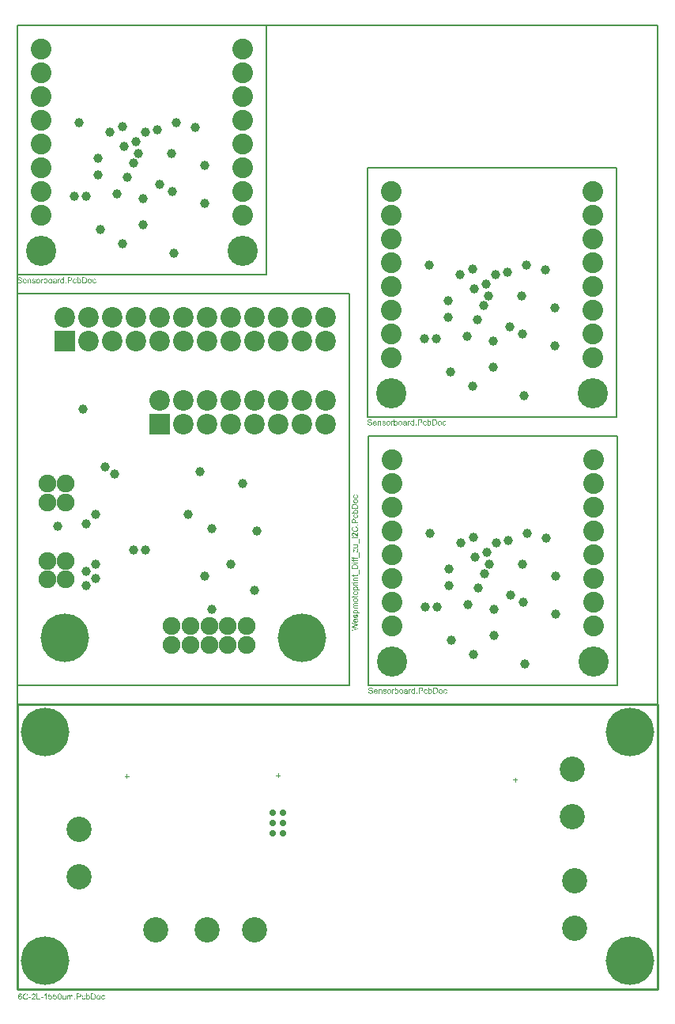
<source format=gbs>
%FSLAX44Y44*%
%MOMM*%
G71*
G01*
G75*
G04 Layer_Color=16711935*
%ADD10R,1.2000X0.3000*%
%ADD11R,0.6000X0.6200*%
%ADD12R,0.6200X0.6000*%
%ADD13R,0.9500X1.0000*%
%ADD14R,2.7000X1.1500*%
%ADD15R,1.2000X0.4000*%
%ADD16R,0.6250X0.2500*%
%ADD17R,1.6000X1.6000*%
%ADD18R,0.8000X0.3000*%
%ADD19R,0.3000X0.8000*%
%ADD20C,0.2500*%
%ADD21C,0.3000*%
%ADD22C,0.3810*%
%ADD23C,0.4000*%
%ADD24C,0.5000*%
%ADD25R,0.4000X1.2000*%
%ADD26R,0.3000X1.2000*%
%ADD27R,1.1500X2.7000*%
%ADD28C,0.2000*%
%ADD29R,0.5000X0.6000*%
%ADD30R,2.6000X1.1000*%
%ADD31R,2.3000X2.3000*%
%ADD32R,2.3000X2.3000*%
%ADD33R,3.2000X2.5000*%
%ADD34R,0.8000X0.5000*%
%ADD35R,3.6800X1.6500*%
%ADD36R,0.5000X0.8000*%
%ADD37R,1.7600X2.9500*%
%ADD38O,1.6000X0.4500*%
%ADD39R,0.6000X1.2700*%
%ADD40R,0.6000X0.8500*%
%ADD41C,1.0000*%
%ADD42C,0.5080*%
%ADD43C,0.4572*%
%ADD44C,1.2192*%
%ADD45C,1.1684*%
%ADD46C,0.2540*%
%ADD47C,0.3048*%
%ADD48C,0.6096*%
%ADD49C,0.1524*%
%ADD50C,0.1000*%
%ADD51C,2.0000*%
%ADD52C,3.0000*%
%ADD53C,0.8000*%
%ADD54R,2.0000X2.0000*%
%ADD55C,1.7000*%
%ADD56C,5.0000*%
%ADD57C,2.5000*%
%ADD58C,0.5000*%
%ADD59C,0.1700*%
%ADD60C,0.1800*%
%ADD61R,0.6000X0.6000*%
%ADD62R,0.7700X0.2700*%
%ADD63R,0.2700X0.7700*%
%ADD64R,1.4000X0.5000*%
%ADD65R,0.8000X0.8200*%
%ADD66R,0.8200X0.8000*%
%ADD67R,1.1500X1.2000*%
%ADD68R,2.9000X1.3500*%
%ADD69R,1.4000X0.6000*%
%ADD70R,0.8250X0.4500*%
%ADD71R,1.8000X1.8000*%
%ADD72R,1.0260X0.5260*%
%ADD73R,0.5260X1.0260*%
%ADD74R,0.6000X1.4000*%
%ADD75R,0.5000X1.4000*%
%ADD76R,1.3500X2.9000*%
%ADD77R,0.7000X0.8000*%
%ADD78R,2.8000X1.3000*%
%ADD79R,2.5000X2.5000*%
%ADD80R,2.5000X2.5000*%
%ADD81R,3.4000X2.7000*%
%ADD82R,1.0000X0.7000*%
%ADD83R,3.8800X1.8500*%
%ADD84R,0.7000X1.0000*%
%ADD85R,1.9600X3.1500*%
%ADD86O,1.8000X0.6500*%
%ADD87R,0.8000X1.4700*%
%ADD88R,0.8000X1.0500*%
%ADD89C,1.2000*%
%ADD90C,2.2260*%
%ADD91C,3.2260*%
%ADD92C,2.2000*%
%ADD93R,2.2000X2.2000*%
%ADD94C,1.9000*%
%ADD95C,5.2000*%
%ADD96C,2.7000*%
%ADD97C,0.7000*%
G36*
X410532Y607850D02*
X410620Y607840D01*
X410708Y607831D01*
X410815Y607811D01*
X410932Y607782D01*
X411176Y607704D01*
X411303Y607655D01*
X411440Y607597D01*
X411566Y607519D01*
X411693Y607431D01*
X411820Y607333D01*
X411937Y607226D01*
X411947Y607216D01*
X411966Y607197D01*
X411995Y607158D01*
X412034Y607109D01*
X412083Y607050D01*
X412132Y606972D01*
X412191Y606875D01*
X412249Y606777D01*
X412298Y606660D01*
X412356Y606524D01*
X412405Y606387D01*
X412454Y606231D01*
X412493Y606065D01*
X412522Y605880D01*
X412542Y605695D01*
X412551Y605490D01*
Y605480D01*
Y605451D01*
Y605402D01*
Y605344D01*
X412542Y605266D01*
Y605178D01*
X412532Y605080D01*
X412522Y604973D01*
X412483Y604749D01*
X412434Y604515D01*
X412366Y604280D01*
X412278Y604076D01*
Y604066D01*
X412268Y604056D01*
X412229Y603988D01*
X412161Y603900D01*
X412073Y603783D01*
X411966Y603656D01*
X411830Y603529D01*
X411674Y603403D01*
X411488Y603286D01*
X411479D01*
X411469Y603276D01*
X411440Y603256D01*
X411400Y603246D01*
X411293Y603198D01*
X411157Y603149D01*
X410991Y603091D01*
X410806Y603051D01*
X410601Y603013D01*
X410376Y603003D01*
X410279D01*
X410210Y603013D01*
X410132Y603022D01*
X410035Y603032D01*
X409928Y603051D01*
X409811Y603081D01*
X409567Y603159D01*
X409430Y603208D01*
X409303Y603266D01*
X409167Y603334D01*
X409040Y603422D01*
X408913Y603520D01*
X408796Y603627D01*
X408787Y603637D01*
X408767Y603656D01*
X408738Y603695D01*
X408708Y603744D01*
X408660Y603812D01*
X408611Y603890D01*
X408552Y603978D01*
X408504Y604085D01*
X408445Y604212D01*
X408387Y604339D01*
X408338Y604495D01*
X408299Y604651D01*
X408260Y604827D01*
X408231Y605012D01*
X408211Y605217D01*
X408201Y605431D01*
Y605451D01*
Y605490D01*
X408211Y605558D01*
Y605646D01*
X408221Y605753D01*
X408240Y605870D01*
X408260Y606007D01*
X408289Y606153D01*
X408328Y606309D01*
X408377Y606465D01*
X408435Y606621D01*
X408504Y606777D01*
X408582Y606933D01*
X408679Y607080D01*
X408787Y607216D01*
X408913Y607343D01*
X408923Y607353D01*
X408942Y607363D01*
X408972Y607392D01*
X409021Y607421D01*
X409079Y607460D01*
X409147Y607509D01*
X409225Y607558D01*
X409323Y607606D01*
X409421Y607645D01*
X409528Y607694D01*
X409781Y607782D01*
X410064Y607840D01*
X410220Y607850D01*
X410376Y607860D01*
X410464D01*
X410532Y607850D01*
D02*
G37*
G36*
X440105Y607236D02*
X440115Y607245D01*
X440125Y607265D01*
X440154Y607294D01*
X440193Y607333D01*
X440242Y607382D01*
X440300Y607431D01*
X440447Y607548D01*
X440622Y607665D01*
X440847Y607762D01*
X440964Y607802D01*
X441090Y607831D01*
X441227Y607850D01*
X441363Y607860D01*
X441441D01*
X441520Y607850D01*
X441627Y607840D01*
X441754Y607821D01*
X441890Y607782D01*
X442027Y607743D01*
X442173Y607684D01*
X442193Y607675D01*
X442241Y607655D01*
X442310Y607616D01*
X442397Y607558D01*
X442495Y607489D01*
X442593Y607402D01*
X442700Y607304D01*
X442797Y607197D01*
X442807Y607187D01*
X442836Y607138D01*
X442885Y607070D01*
X442944Y606982D01*
X443002Y606875D01*
X443070Y606748D01*
X443129Y606602D01*
X443187Y606436D01*
X443197Y606417D01*
X443207Y606358D01*
X443236Y606270D01*
X443265Y606153D01*
X443285Y606017D01*
X443314Y605860D01*
X443324Y605685D01*
X443334Y605500D01*
Y605490D01*
Y605451D01*
Y605383D01*
X443324Y605305D01*
X443314Y605197D01*
X443304Y605090D01*
X443285Y604953D01*
X443256Y604817D01*
X443187Y604524D01*
X443139Y604368D01*
X443080Y604212D01*
X443012Y604056D01*
X442934Y603910D01*
X442846Y603773D01*
X442739Y603646D01*
X442729Y603637D01*
X442710Y603617D01*
X442680Y603588D01*
X442631Y603549D01*
X442583Y603500D01*
X442514Y603442D01*
X442436Y603383D01*
X442339Y603325D01*
X442134Y603208D01*
X441900Y603100D01*
X441763Y603061D01*
X441627Y603032D01*
X441480Y603013D01*
X441325Y603003D01*
X441246D01*
X441188Y603013D01*
X441120Y603022D01*
X441042Y603042D01*
X440856Y603091D01*
X440759Y603120D01*
X440652Y603168D01*
X440544Y603227D01*
X440437Y603295D01*
X440339Y603373D01*
X440232Y603461D01*
X440135Y603568D01*
X440047Y603685D01*
Y603110D01*
X439315D01*
Y609518D01*
X440105D01*
Y607236D01*
D02*
G37*
G36*
X397609Y607850D02*
X397697Y607840D01*
X397784Y607831D01*
X397892Y607811D01*
X398009Y607782D01*
X398253Y607704D01*
X398379Y607655D01*
X398516Y607597D01*
X398643Y607519D01*
X398769Y607431D01*
X398896Y607333D01*
X399013Y607226D01*
X399023Y607216D01*
X399043Y607197D01*
X399072Y607158D01*
X399111Y607109D01*
X399160Y607050D01*
X399208Y606972D01*
X399267Y606875D01*
X399325Y606777D01*
X399374Y606660D01*
X399433Y606524D01*
X399482Y606387D01*
X399530Y606231D01*
X399569Y606065D01*
X399599Y605880D01*
X399618Y605695D01*
X399628Y605490D01*
Y605480D01*
Y605451D01*
Y605402D01*
Y605344D01*
X399618Y605266D01*
Y605178D01*
X399608Y605080D01*
X399599Y604973D01*
X399560Y604749D01*
X399511Y604515D01*
X399442Y604280D01*
X399355Y604076D01*
Y604066D01*
X399345Y604056D01*
X399306Y603988D01*
X399238Y603900D01*
X399150Y603783D01*
X399043Y603656D01*
X398906Y603529D01*
X398750Y603403D01*
X398565Y603286D01*
X398555D01*
X398545Y603276D01*
X398516Y603256D01*
X398477Y603246D01*
X398370Y603198D01*
X398233Y603149D01*
X398067Y603091D01*
X397882Y603051D01*
X397677Y603013D01*
X397453Y603003D01*
X397355D01*
X397287Y603013D01*
X397209Y603022D01*
X397111Y603032D01*
X397004Y603051D01*
X396887Y603081D01*
X396643Y603159D01*
X396507Y603208D01*
X396380Y603266D01*
X396243Y603334D01*
X396117Y603422D01*
X395990Y603520D01*
X395873Y603627D01*
X395863Y603637D01*
X395844Y603656D01*
X395814Y603695D01*
X395785Y603744D01*
X395736Y603812D01*
X395687Y603890D01*
X395629Y603978D01*
X395580Y604085D01*
X395522Y604212D01*
X395463Y604339D01*
X395414Y604495D01*
X395375Y604651D01*
X395336Y604827D01*
X395307Y605012D01*
X395288Y605217D01*
X395278Y605431D01*
Y605451D01*
Y605490D01*
X395288Y605558D01*
Y605646D01*
X395297Y605753D01*
X395317Y605870D01*
X395336Y606007D01*
X395365Y606153D01*
X395405Y606309D01*
X395453Y606465D01*
X395512Y606621D01*
X395580Y606777D01*
X395658Y606933D01*
X395756Y607080D01*
X395863Y607216D01*
X395990Y607343D01*
X395999Y607353D01*
X396019Y607363D01*
X396048Y607392D01*
X396097Y607421D01*
X396156Y607460D01*
X396224Y607509D01*
X396302Y607558D01*
X396399Y607606D01*
X396497Y607645D01*
X396604Y607694D01*
X396858Y607782D01*
X397141Y607840D01*
X397297Y607850D01*
X397453Y607860D01*
X397541D01*
X397609Y607850D01*
D02*
G37*
G36*
X404300Y607236D02*
X404310Y607245D01*
X404319Y607265D01*
X404349Y607294D01*
X404388Y607333D01*
X404436Y607382D01*
X404495Y607431D01*
X404641Y607548D01*
X404817Y607665D01*
X405041Y607762D01*
X405158Y607802D01*
X405285Y607831D01*
X405421Y607850D01*
X405558Y607860D01*
X405636D01*
X405714Y607850D01*
X405821Y607840D01*
X405948Y607821D01*
X406085Y607782D01*
X406221Y607743D01*
X406368Y607684D01*
X406387Y607675D01*
X406436Y607655D01*
X406504Y607616D01*
X406592Y607558D01*
X406689Y607489D01*
X406787Y607402D01*
X406894Y607304D01*
X406992Y607197D01*
X407002Y607187D01*
X407031Y607138D01*
X407080Y607070D01*
X407138Y606982D01*
X407197Y606875D01*
X407265Y606748D01*
X407323Y606602D01*
X407382Y606436D01*
X407392Y606417D01*
X407402Y606358D01*
X407431Y606270D01*
X407460Y606153D01*
X407480Y606017D01*
X407509Y605860D01*
X407519Y605685D01*
X407528Y605500D01*
Y605490D01*
Y605451D01*
Y605383D01*
X407519Y605305D01*
X407509Y605197D01*
X407499Y605090D01*
X407480Y604953D01*
X407450Y604817D01*
X407382Y604524D01*
X407333Y604368D01*
X407275Y604212D01*
X407206Y604056D01*
X407128Y603910D01*
X407041Y603773D01*
X406933Y603646D01*
X406923Y603637D01*
X406904Y603617D01*
X406875Y603588D01*
X406826Y603549D01*
X406777Y603500D01*
X406709Y603442D01*
X406631Y603383D01*
X406533Y603325D01*
X406329Y603208D01*
X406095Y603100D01*
X405958Y603061D01*
X405821Y603032D01*
X405675Y603013D01*
X405519Y603003D01*
X405441D01*
X405382Y603013D01*
X405314Y603022D01*
X405236Y603042D01*
X405051Y603091D01*
X404953Y603120D01*
X404846Y603168D01*
X404739Y603227D01*
X404631Y603295D01*
X404534Y603373D01*
X404427Y603461D01*
X404329Y603568D01*
X404241Y603685D01*
Y603110D01*
X403510D01*
Y609518D01*
X404300D01*
Y607236D01*
D02*
G37*
G36*
X452795Y607850D02*
X452882Y607840D01*
X452970Y607831D01*
X453078Y607811D01*
X453195Y607782D01*
X453438Y607704D01*
X453565Y607655D01*
X453702Y607597D01*
X453829Y607519D01*
X453955Y607431D01*
X454082Y607333D01*
X454199Y607226D01*
X454209Y607216D01*
X454229Y607197D01*
X454258Y607158D01*
X454297Y607109D01*
X454346Y607050D01*
X454394Y606972D01*
X454453Y606875D01*
X454511Y606777D01*
X454560Y606660D01*
X454619Y606524D01*
X454667Y606387D01*
X454716Y606231D01*
X454755Y606065D01*
X454785Y605880D01*
X454804Y605695D01*
X454814Y605490D01*
Y605480D01*
Y605451D01*
Y605402D01*
Y605344D01*
X454804Y605266D01*
Y605178D01*
X454794Y605080D01*
X454785Y604973D01*
X454745Y604749D01*
X454697Y604515D01*
X454628Y604280D01*
X454541Y604076D01*
Y604066D01*
X454531Y604056D01*
X454492Y603988D01*
X454424Y603900D01*
X454336Y603783D01*
X454229Y603656D01*
X454092Y603529D01*
X453936Y603403D01*
X453751Y603286D01*
X453741D01*
X453731Y603276D01*
X453702Y603256D01*
X453663Y603246D01*
X453555Y603198D01*
X453419Y603149D01*
X453253Y603091D01*
X453068Y603051D01*
X452863Y603013D01*
X452639Y603003D01*
X452541D01*
X452473Y603013D01*
X452395Y603022D01*
X452297Y603032D01*
X452190Y603051D01*
X452073Y603081D01*
X451829Y603159D01*
X451693Y603208D01*
X451566Y603266D01*
X451429Y603334D01*
X451302Y603422D01*
X451176Y603520D01*
X451059Y603627D01*
X451049Y603637D01*
X451029Y603656D01*
X451000Y603695D01*
X450971Y603744D01*
X450922Y603812D01*
X450873Y603890D01*
X450815Y603978D01*
X450766Y604085D01*
X450708Y604212D01*
X450649Y604339D01*
X450600Y604495D01*
X450561Y604651D01*
X450522Y604827D01*
X450493Y605012D01*
X450473Y605217D01*
X450464Y605431D01*
Y605451D01*
Y605490D01*
X450473Y605558D01*
Y605646D01*
X450483Y605753D01*
X450503Y605870D01*
X450522Y606007D01*
X450551Y606153D01*
X450590Y606309D01*
X450639Y606465D01*
X450698Y606621D01*
X450766Y606777D01*
X450844Y606933D01*
X450942Y607080D01*
X451049Y607216D01*
X451176Y607343D01*
X451185Y607353D01*
X451205Y607363D01*
X451234Y607392D01*
X451283Y607421D01*
X451341Y607460D01*
X451410Y607509D01*
X451488Y607558D01*
X451585Y607606D01*
X451683Y607645D01*
X451790Y607694D01*
X452044Y607782D01*
X452327Y607840D01*
X452483Y607850D01*
X452639Y607860D01*
X452727D01*
X452795Y607850D01*
D02*
G37*
G36*
X431756Y609508D02*
X431912Y609499D01*
X432078Y609489D01*
X432234Y609469D01*
X432371Y609450D01*
X432390D01*
X432449Y609430D01*
X432537Y609411D01*
X432644Y609382D01*
X432771Y609342D01*
X432897Y609294D01*
X433034Y609226D01*
X433161Y609147D01*
X433171Y609138D01*
X433219Y609109D01*
X433278Y609060D01*
X433346Y608991D01*
X433424Y608904D01*
X433512Y608796D01*
X433600Y608679D01*
X433678Y608533D01*
X433687Y608513D01*
X433707Y608465D01*
X433736Y608387D01*
X433775Y608279D01*
X433814Y608153D01*
X433843Y608006D01*
X433863Y607840D01*
X433873Y607665D01*
Y607655D01*
Y607626D01*
Y607587D01*
X433863Y607528D01*
X433853Y607460D01*
X433843Y607372D01*
X433834Y607285D01*
X433805Y607187D01*
X433746Y606963D01*
X433648Y606738D01*
X433590Y606621D01*
X433522Y606504D01*
X433444Y606387D01*
X433346Y606280D01*
X433336Y606270D01*
X433317Y606260D01*
X433288Y606231D01*
X433248Y606192D01*
X433180Y606153D01*
X433112Y606104D01*
X433024Y606056D01*
X432917Y606007D01*
X432800Y605948D01*
X432663Y605900D01*
X432507Y605851D01*
X432341Y605812D01*
X432146Y605773D01*
X431941Y605743D01*
X431717Y605734D01*
X431473Y605724D01*
X429835D01*
Y603110D01*
X428986D01*
Y609518D01*
X431610D01*
X431756Y609508D01*
D02*
G37*
G36*
X447030D02*
X447206Y609499D01*
X447401Y609479D01*
X447586Y609450D01*
X447742Y609421D01*
X447752D01*
X447772Y609411D01*
X447791D01*
X447830Y609391D01*
X447937Y609362D01*
X448064Y609313D01*
X448210Y609255D01*
X448367Y609177D01*
X448523Y609079D01*
X448679Y608962D01*
X448689D01*
X448698Y608943D01*
X448767Y608884D01*
X448854Y608787D01*
X448962Y608660D01*
X449088Y608504D01*
X449215Y608318D01*
X449332Y608104D01*
X449440Y607860D01*
Y607850D01*
X449449Y607831D01*
X449459Y607792D01*
X449478Y607743D01*
X449498Y607684D01*
X449518Y607606D01*
X449547Y607519D01*
X449566Y607421D01*
X449586Y607314D01*
X449615Y607197D01*
X449654Y606943D01*
X449683Y606660D01*
X449693Y606348D01*
Y606338D01*
Y606319D01*
Y606280D01*
Y606221D01*
X449683Y606163D01*
Y606085D01*
X449674Y605909D01*
X449654Y605714D01*
X449615Y605490D01*
X449576Y605266D01*
X449518Y605051D01*
Y605041D01*
X449508Y605022D01*
X449498Y604992D01*
X449488Y604953D01*
X449449Y604856D01*
X449400Y604719D01*
X449342Y604573D01*
X449264Y604417D01*
X449176Y604261D01*
X449079Y604115D01*
X449069Y604095D01*
X449030Y604056D01*
X448981Y603988D01*
X448903Y603900D01*
X448825Y603812D01*
X448718Y603715D01*
X448610Y603617D01*
X448493Y603529D01*
X448484Y603520D01*
X448435Y603500D01*
X448367Y603461D01*
X448279Y603412D01*
X448172Y603364D01*
X448045Y603315D01*
X447898Y603266D01*
X447733Y603217D01*
X447713D01*
X447655Y603198D01*
X447567Y603188D01*
X447440Y603168D01*
X447294Y603149D01*
X447118Y603130D01*
X446923Y603120D01*
X446708Y603110D01*
X444407D01*
Y609518D01*
X446865D01*
X447030Y609508D01*
D02*
G37*
G36*
X415634Y607850D02*
X415770Y607840D01*
X415926Y607821D01*
X416092Y607802D01*
X416248Y607762D01*
X416394Y607714D01*
X416414Y607704D01*
X416453Y607694D01*
X416521Y607655D01*
X416599Y607616D01*
X416687Y607567D01*
X416784Y607509D01*
X416862Y607441D01*
X416940Y607363D01*
X416950Y607353D01*
X416970Y607324D01*
X416999Y607285D01*
X417038Y607216D01*
X417077Y607138D01*
X417116Y607050D01*
X417155Y606943D01*
X417184Y606826D01*
Y606816D01*
X417194Y606787D01*
X417204Y606738D01*
X417214Y606660D01*
Y606563D01*
X417223Y606436D01*
X417233Y606290D01*
Y606104D01*
Y605051D01*
Y605041D01*
Y605002D01*
Y604944D01*
Y604875D01*
Y604788D01*
Y604690D01*
X417243Y604466D01*
Y604222D01*
X417253Y603998D01*
X417262Y603890D01*
Y603802D01*
X417272Y603725D01*
X417282Y603656D01*
Y603646D01*
X417292Y603607D01*
X417301Y603549D01*
X417321Y603481D01*
X417350Y603403D01*
X417389Y603305D01*
X417477Y603110D01*
X416658D01*
X416648Y603120D01*
X416638Y603149D01*
X416619Y603208D01*
X416589Y603276D01*
X416560Y603364D01*
X416541Y603461D01*
X416521Y603568D01*
X416502Y603695D01*
X416482Y603676D01*
X416424Y603637D01*
X416345Y603568D01*
X416228Y603490D01*
X416102Y603393D01*
X415955Y603305D01*
X415809Y603227D01*
X415653Y603159D01*
X415634Y603149D01*
X415585Y603139D01*
X415507Y603110D01*
X415399Y603081D01*
X415263Y603051D01*
X415117Y603032D01*
X414961Y603013D01*
X414785Y603003D01*
X414717D01*
X414658Y603013D01*
X414600D01*
X414522Y603022D01*
X414356Y603051D01*
X414161Y603091D01*
X413975Y603159D01*
X413780Y603246D01*
X413615Y603373D01*
X413595Y603393D01*
X413546Y603442D01*
X413488Y603520D01*
X413410Y603637D01*
X413332Y603773D01*
X413273Y603929D01*
X413224Y604124D01*
X413205Y604329D01*
Y604349D01*
Y604388D01*
X413215Y604456D01*
X413224Y604534D01*
X413244Y604632D01*
X413263Y604739D01*
X413302Y604846D01*
X413351Y604953D01*
X413361Y604963D01*
X413380Y605002D01*
X413410Y605051D01*
X413459Y605119D01*
X413517Y605187D01*
X413595Y605266D01*
X413673Y605334D01*
X413761Y605402D01*
X413771Y605412D01*
X413810Y605431D01*
X413858Y605461D01*
X413927Y605500D01*
X414014Y605548D01*
X414102Y605587D01*
X414210Y605626D01*
X414327Y605665D01*
X414336D01*
X414375Y605675D01*
X414424Y605685D01*
X414502Y605704D01*
X414600Y605724D01*
X414726Y605743D01*
X414863Y605763D01*
X415029Y605783D01*
X415038D01*
X415068Y605792D01*
X415117D01*
X415185Y605802D01*
X415263Y605812D01*
X415351Y605821D01*
X415565Y605860D01*
X415790Y605900D01*
X416024Y605938D01*
X416248Y605997D01*
X416345Y606026D01*
X416433Y606056D01*
Y606065D01*
Y606085D01*
X416443Y606143D01*
Y606212D01*
Y606241D01*
Y606260D01*
Y606270D01*
Y606280D01*
Y606338D01*
X416433Y606426D01*
X416414Y606524D01*
X416385Y606631D01*
X416345Y606748D01*
X416297Y606846D01*
X416219Y606933D01*
X416209Y606943D01*
X416160Y606972D01*
X416092Y607021D01*
X415994Y607070D01*
X415868Y607119D01*
X415712Y607168D01*
X415526Y607197D01*
X415321Y607206D01*
X415234D01*
X415136Y607197D01*
X415009Y607187D01*
X414873Y607158D01*
X414746Y607128D01*
X414609Y607080D01*
X414502Y607011D01*
X414492Y607002D01*
X414463Y606972D01*
X414414Y606924D01*
X414356Y606855D01*
X414287Y606758D01*
X414229Y606641D01*
X414161Y606494D01*
X414112Y606329D01*
X413341Y606436D01*
Y606446D01*
X413351Y606455D01*
X413361Y606514D01*
X413390Y606602D01*
X413419Y606719D01*
X413468Y606846D01*
X413527Y606972D01*
X413595Y607109D01*
X413683Y607226D01*
X413693Y607236D01*
X413732Y607275D01*
X413780Y607333D01*
X413858Y607402D01*
X413956Y607470D01*
X414083Y607548D01*
X414219Y607626D01*
X414375Y607694D01*
X414385D01*
X414395Y607704D01*
X414424Y607714D01*
X414453Y607723D01*
X414551Y607743D01*
X414678Y607782D01*
X414834Y607811D01*
X415009Y607831D01*
X415214Y607850D01*
X415429Y607860D01*
X415526D01*
X415634Y607850D01*
D02*
G37*
G36*
X427513Y603110D02*
X426616D01*
Y604007D01*
X427513D01*
Y603110D01*
D02*
G37*
G36*
X388460Y607850D02*
X388558Y607840D01*
X388675Y607821D01*
X388811Y607792D01*
X388938Y607753D01*
X389075Y607704D01*
X389094Y607694D01*
X389133Y607675D01*
X389192Y607645D01*
X389269Y607597D01*
X389357Y607538D01*
X389445Y607470D01*
X389533Y607392D01*
X389601Y607304D01*
X389611Y607294D01*
X389630Y607265D01*
X389660Y607206D01*
X389699Y607138D01*
X389738Y607060D01*
X389777Y606963D01*
X389816Y606846D01*
X389845Y606729D01*
Y606719D01*
X389855Y606690D01*
X389865Y606631D01*
X389874Y606553D01*
Y606446D01*
X389884Y606309D01*
X389894Y606153D01*
Y605958D01*
Y603110D01*
X389104D01*
Y605929D01*
Y605938D01*
Y605948D01*
Y606007D01*
Y606095D01*
X389094Y606202D01*
X389084Y606309D01*
X389065Y606436D01*
X389035Y606543D01*
X389006Y606641D01*
Y606651D01*
X388987Y606680D01*
X388967Y606729D01*
X388938Y606777D01*
X388889Y606846D01*
X388831Y606904D01*
X388762Y606972D01*
X388684Y607031D01*
X388675Y607041D01*
X388645Y607050D01*
X388596Y607080D01*
X388528Y607109D01*
X388450Y607128D01*
X388353Y607158D01*
X388255Y607168D01*
X388138Y607177D01*
X388050D01*
X387962Y607158D01*
X387836Y607138D01*
X387699Y607099D01*
X387563Y607041D01*
X387407Y606963D01*
X387270Y606855D01*
X387251Y606836D01*
X387211Y606787D01*
X387153Y606709D01*
X387124Y606651D01*
X387094Y606582D01*
X387056Y606504D01*
X387026Y606417D01*
X386997Y606319D01*
X386968Y606212D01*
X386938Y606085D01*
X386929Y605948D01*
X386909Y605802D01*
Y605646D01*
Y603110D01*
X386119D01*
Y607753D01*
X386831D01*
Y607090D01*
X386841Y607099D01*
X386851Y607119D01*
X386880Y607158D01*
X386929Y607206D01*
X386977Y607265D01*
X387046Y607333D01*
X387114Y607402D01*
X387202Y607480D01*
X387309Y607548D01*
X387416Y607616D01*
X387533Y607684D01*
X387670Y607743D01*
X387807Y607792D01*
X387962Y607831D01*
X388128Y607850D01*
X388304Y607860D01*
X388372D01*
X388460Y607850D01*
D02*
G37*
G36*
X420296D02*
X420403Y607831D01*
X420520Y607792D01*
X420657Y607753D01*
X420803Y607684D01*
X420959Y607597D01*
X420676Y606875D01*
X420666Y606885D01*
X420627Y606904D01*
X420569Y606933D01*
X420501Y606963D01*
X420413Y606992D01*
X420315Y607021D01*
X420208Y607041D01*
X420101Y607050D01*
X420062D01*
X420013Y607041D01*
X419945Y607031D01*
X419876Y607011D01*
X419798Y606982D01*
X419720Y606943D01*
X419642Y606894D01*
X419632Y606885D01*
X419613Y606865D01*
X419574Y606826D01*
X419535Y606777D01*
X419486Y606719D01*
X419437Y606641D01*
X419398Y606553D01*
X419359Y606455D01*
X419350Y606436D01*
X419340Y606387D01*
X419320Y606299D01*
X419301Y606182D01*
X419272Y606046D01*
X419252Y605890D01*
X419242Y605724D01*
X419233Y605539D01*
Y603110D01*
X418442D01*
Y607753D01*
X419155D01*
Y607060D01*
X419164Y607070D01*
X419203Y607128D01*
X419252Y607216D01*
X419311Y607314D01*
X419389Y607421D01*
X419476Y607528D01*
X419554Y607626D01*
X419642Y607694D01*
X419652Y607704D01*
X419681Y607723D01*
X419730Y607743D01*
X419798Y607782D01*
X419867Y607811D01*
X419954Y607831D01*
X420052Y607850D01*
X420149Y607860D01*
X420218D01*
X420296Y607850D01*
D02*
G37*
G36*
X377673Y609616D02*
X377741D01*
X377907Y609596D01*
X378102Y609567D01*
X378316Y609528D01*
X378531Y609469D01*
X378736Y609391D01*
X378745D01*
X378755Y609382D01*
X378784Y609372D01*
X378823Y609352D01*
X378921Y609294D01*
X379048Y609226D01*
X379184Y609128D01*
X379321Y609011D01*
X379457Y608874D01*
X379575Y608718D01*
X379584Y608699D01*
X379623Y608640D01*
X379672Y608543D01*
X379721Y608426D01*
X379779Y608279D01*
X379838Y608104D01*
X379877Y607919D01*
X379896Y607714D01*
X379087Y607655D01*
Y607665D01*
Y607684D01*
X379077Y607714D01*
X379067Y607753D01*
X379048Y607860D01*
X379009Y607996D01*
X378950Y608143D01*
X378872Y608289D01*
X378765Y608436D01*
X378638Y608562D01*
X378619Y608572D01*
X378570Y608611D01*
X378482Y608660D01*
X378365Y608718D01*
X378209Y608777D01*
X378014Y608826D01*
X377789Y608865D01*
X377526Y608874D01*
X377399D01*
X377341Y608865D01*
X377263D01*
X377097Y608835D01*
X376912Y608806D01*
X376726Y608757D01*
X376551Y608689D01*
X376473Y608640D01*
X376404Y608591D01*
X376395Y608582D01*
X376356Y608543D01*
X376297Y608484D01*
X376239Y608396D01*
X376170Y608299D01*
X376122Y608182D01*
X376083Y608055D01*
X376063Y607909D01*
Y607889D01*
Y607850D01*
X376073Y607782D01*
X376092Y607704D01*
X376122Y607616D01*
X376170Y607519D01*
X376229Y607431D01*
X376307Y607343D01*
X376317Y607333D01*
X376366Y607304D01*
X376395Y607285D01*
X376434Y607255D01*
X376492Y607236D01*
X376561Y607206D01*
X376639Y607168D01*
X376726Y607128D01*
X376824Y607099D01*
X376941Y607060D01*
X377077Y607011D01*
X377224Y606972D01*
X377390Y606933D01*
X377575Y606885D01*
X377585D01*
X377624Y606875D01*
X377673Y606865D01*
X377741Y606846D01*
X377829Y606826D01*
X377926Y606797D01*
X378141Y606748D01*
X378375Y606680D01*
X378609Y606612D01*
X378726Y606582D01*
X378823Y606543D01*
X378921Y606504D01*
X378999Y606475D01*
X379009D01*
X379028Y606465D01*
X379048Y606446D01*
X379087Y606426D01*
X379184Y606368D01*
X379311Y606299D01*
X379448Y606202D01*
X379584Y606085D01*
X379711Y605958D01*
X379818Y605821D01*
X379828Y605802D01*
X379857Y605753D01*
X379906Y605675D01*
X379955Y605558D01*
X380004Y605431D01*
X380052Y605275D01*
X380082Y605100D01*
X380091Y604914D01*
Y604905D01*
Y604895D01*
Y604866D01*
Y604827D01*
X380072Y604729D01*
X380052Y604602D01*
X380023Y604456D01*
X379965Y604290D01*
X379896Y604115D01*
X379799Y603949D01*
X379789Y603929D01*
X379740Y603871D01*
X379682Y603793D01*
X379584Y603695D01*
X379467Y603578D01*
X379321Y603461D01*
X379145Y603354D01*
X378950Y603246D01*
X378941D01*
X378921Y603237D01*
X378892Y603227D01*
X378853Y603208D01*
X378804Y603188D01*
X378745Y603168D01*
X378589Y603130D01*
X378414Y603081D01*
X378199Y603042D01*
X377975Y603013D01*
X377721Y603003D01*
X377575D01*
X377507Y603013D01*
X377419D01*
X377321Y603022D01*
X377214Y603032D01*
X376990Y603061D01*
X376746Y603110D01*
X376502Y603168D01*
X376268Y603246D01*
X376258D01*
X376239Y603256D01*
X376209Y603276D01*
X376170Y603295D01*
X376063Y603354D01*
X375936Y603442D01*
X375780Y603549D01*
X375634Y603676D01*
X375478Y603832D01*
X375341Y604007D01*
Y604017D01*
X375332Y604027D01*
X375312Y604056D01*
X375293Y604095D01*
X375263Y604144D01*
X375234Y604202D01*
X375176Y604349D01*
X375117Y604515D01*
X375059Y604719D01*
X375019Y604934D01*
X375000Y605168D01*
X375800Y605236D01*
Y605227D01*
Y605217D01*
X375810Y605158D01*
X375829Y605070D01*
X375849Y604953D01*
X375888Y604827D01*
X375927Y604690D01*
X375985Y604563D01*
X376053Y604436D01*
X376063Y604427D01*
X376092Y604388D01*
X376141Y604329D01*
X376219Y604261D01*
X376307Y604183D01*
X376414Y604095D01*
X376551Y604017D01*
X376697Y603939D01*
X376707D01*
X376717Y603929D01*
X376775Y603910D01*
X376863Y603881D01*
X376990Y603851D01*
X377126Y603812D01*
X377302Y603783D01*
X377487Y603764D01*
X377682Y603754D01*
X377760D01*
X377858Y603764D01*
X377965Y603773D01*
X378102Y603783D01*
X378238Y603812D01*
X378385Y603842D01*
X378531Y603890D01*
X378550Y603900D01*
X378589Y603919D01*
X378658Y603949D01*
X378736Y603998D01*
X378833Y604056D01*
X378921Y604124D01*
X379009Y604202D01*
X379087Y604290D01*
X379096Y604300D01*
X379116Y604339D01*
X379145Y604388D01*
X379184Y604456D01*
X379214Y604534D01*
X379243Y604632D01*
X379262Y604729D01*
X379272Y604836D01*
Y604846D01*
Y604885D01*
X379262Y604944D01*
X379253Y605012D01*
X379233Y605100D01*
X379194Y605187D01*
X379155Y605275D01*
X379096Y605363D01*
X379087Y605373D01*
X379067Y605402D01*
X379019Y605441D01*
X378960Y605500D01*
X378882Y605558D01*
X378784Y605617D01*
X378658Y605685D01*
X378521Y605743D01*
X378511Y605753D01*
X378472Y605763D01*
X378394Y605783D01*
X378345Y605802D01*
X378287Y605821D01*
X378209Y605841D01*
X378131Y605860D01*
X378033Y605890D01*
X377936Y605919D01*
X377819Y605948D01*
X377682Y605978D01*
X377536Y606017D01*
X377380Y606056D01*
X377370D01*
X377341Y606065D01*
X377292Y606075D01*
X377234Y606095D01*
X377165Y606114D01*
X377087Y606134D01*
X376902Y606182D01*
X376697Y606251D01*
X376492Y606319D01*
X376307Y606387D01*
X376219Y606417D01*
X376151Y606455D01*
X376141D01*
X376131Y606465D01*
X376073Y606504D01*
X375995Y606553D01*
X375897Y606621D01*
X375780Y606709D01*
X375673Y606807D01*
X375566Y606924D01*
X375468Y607050D01*
X375458Y607070D01*
X375429Y607119D01*
X375400Y607187D01*
X375361Y607285D01*
X375312Y607402D01*
X375283Y607538D01*
X375254Y607694D01*
X375244Y607850D01*
Y607860D01*
Y607870D01*
Y607899D01*
Y607938D01*
X375263Y608026D01*
X375283Y608143D01*
X375312Y608289D01*
X375361Y608436D01*
X375429Y608601D01*
X375517Y608757D01*
Y608767D01*
X375527Y608777D01*
X375566Y608826D01*
X375634Y608904D01*
X375722Y609001D01*
X375829Y609099D01*
X375966Y609206D01*
X376131Y609313D01*
X376317Y609401D01*
X376326D01*
X376336Y609411D01*
X376366Y609421D01*
X376414Y609440D01*
X376463Y609450D01*
X376522Y609469D01*
X376658Y609518D01*
X376834Y609557D01*
X377029Y609586D01*
X377253Y609616D01*
X377487Y609625D01*
X377604D01*
X377673Y609616D01*
D02*
G37*
G36*
X425153Y603110D02*
X424422D01*
Y603685D01*
X424412Y603676D01*
X424402Y603656D01*
X424373Y603627D01*
X424334Y603578D01*
X424295Y603529D01*
X424236Y603471D01*
X424168Y603412D01*
X424090Y603344D01*
X424002Y603286D01*
X423905Y603217D01*
X423797Y603159D01*
X423690Y603110D01*
X423563Y603061D01*
X423427Y603032D01*
X423280Y603013D01*
X423124Y603003D01*
X423066D01*
X423027Y603013D01*
X422919Y603022D01*
X422793Y603042D01*
X422627Y603081D01*
X422461Y603130D01*
X422276Y603208D01*
X422100Y603305D01*
X422090D01*
X422081Y603315D01*
X422022Y603364D01*
X421944Y603432D01*
X421837Y603529D01*
X421730Y603646D01*
X421603Y603793D01*
X421495Y603959D01*
X421388Y604154D01*
Y604163D01*
X421378Y604183D01*
X421369Y604212D01*
X421349Y604251D01*
X421330Y604300D01*
X421310Y604368D01*
X421261Y604524D01*
X421213Y604710D01*
X421174Y604924D01*
X421144Y605158D01*
X421134Y605422D01*
Y605431D01*
Y605451D01*
Y605490D01*
Y605539D01*
X421144Y605597D01*
Y605675D01*
X421164Y605841D01*
X421193Y606036D01*
X421232Y606241D01*
X421281Y606465D01*
X421359Y606680D01*
Y606690D01*
X421369Y606709D01*
X421388Y606738D01*
X421408Y606777D01*
X421456Y606875D01*
X421534Y607002D01*
X421632Y607148D01*
X421749Y607294D01*
X421886Y607431D01*
X422051Y607558D01*
X422061D01*
X422071Y607567D01*
X422129Y607606D01*
X422227Y607655D01*
X422354Y607714D01*
X422510Y607762D01*
X422685Y607811D01*
X422880Y607850D01*
X423085Y607860D01*
X423153D01*
X423232Y607850D01*
X423339Y607840D01*
X423446Y607811D01*
X423573Y607782D01*
X423700Y607733D01*
X423826Y607675D01*
X423846Y607665D01*
X423885Y607645D01*
X423944Y607606D01*
X424022Y607548D01*
X424100Y607489D01*
X424197Y607411D01*
X424285Y607314D01*
X424363Y607216D01*
Y609518D01*
X425153D01*
Y603110D01*
D02*
G37*
G36*
X402398Y607850D02*
X402505Y607831D01*
X402622Y607792D01*
X402759Y607753D01*
X402905Y607684D01*
X403061Y607597D01*
X402778Y606875D01*
X402769Y606885D01*
X402729Y606904D01*
X402671Y606933D01*
X402603Y606963D01*
X402515Y606992D01*
X402417Y607021D01*
X402310Y607041D01*
X402203Y607050D01*
X402164D01*
X402115Y607041D01*
X402047Y607031D01*
X401978Y607011D01*
X401900Y606982D01*
X401822Y606943D01*
X401744Y606894D01*
X401735Y606885D01*
X401715Y606865D01*
X401676Y606826D01*
X401637Y606777D01*
X401588Y606719D01*
X401540Y606641D01*
X401501Y606553D01*
X401461Y606455D01*
X401452Y606436D01*
X401442Y606387D01*
X401423Y606299D01*
X401403Y606182D01*
X401374Y606046D01*
X401354Y605890D01*
X401344Y605724D01*
X401335Y605539D01*
Y603110D01*
X400545D01*
Y607753D01*
X401257D01*
Y607060D01*
X401267Y607070D01*
X401306Y607128D01*
X401354Y607216D01*
X401413Y607314D01*
X401491Y607421D01*
X401579Y607528D01*
X401657Y607626D01*
X401744Y607694D01*
X401754Y607704D01*
X401783Y607723D01*
X401832Y607743D01*
X401900Y607782D01*
X401969Y607811D01*
X402057Y607831D01*
X402154Y607850D01*
X402252Y607860D01*
X402320D01*
X402398Y607850D01*
D02*
G37*
G36*
X457730D02*
X457798D01*
X457867Y607840D01*
X458042Y607811D01*
X458237Y607762D01*
X458452Y607694D01*
X458657Y607597D01*
X458842Y607470D01*
X458852D01*
X458862Y607450D01*
X458920Y607402D01*
X458998Y607314D01*
X459096Y607197D01*
X459203Y607041D01*
X459300Y606855D01*
X459388Y606631D01*
X459456Y606387D01*
X458696Y606270D01*
Y606280D01*
X458686Y606290D01*
X458676Y606348D01*
X458647Y606426D01*
X458608Y606534D01*
X458549Y606651D01*
X458481Y606768D01*
X458403Y606875D01*
X458306Y606972D01*
X458296Y606982D01*
X458257Y607011D01*
X458198Y607050D01*
X458120Y607099D01*
X458023Y607138D01*
X457915Y607177D01*
X457779Y607206D01*
X457642Y607216D01*
X457584D01*
X457545Y607206D01*
X457437Y607197D01*
X457301Y607168D01*
X457145Y607109D01*
X456989Y607031D01*
X456823Y606933D01*
X456745Y606865D01*
X456677Y606787D01*
X456657Y606768D01*
X456647Y606738D01*
X456618Y606709D01*
X456589Y606660D01*
X456560Y606602D01*
X456530Y606534D01*
X456501Y606455D01*
X456462Y606368D01*
X456433Y606270D01*
X456404Y606153D01*
X456374Y606036D01*
X456345Y605900D01*
X456335Y605753D01*
X456316Y605597D01*
Y605431D01*
Y605422D01*
Y605392D01*
Y605344D01*
X456325Y605275D01*
Y605197D01*
X456335Y605109D01*
X456365Y604914D01*
X456404Y604690D01*
X456462Y604456D01*
X456550Y604251D01*
X456608Y604154D01*
X456667Y604066D01*
X456686Y604046D01*
X456735Y603998D01*
X456813Y603929D01*
X456921Y603861D01*
X457047Y603783D01*
X457213Y603715D01*
X457389Y603666D01*
X457486Y603656D01*
X457593Y603646D01*
X457672D01*
X457759Y603666D01*
X457867Y603685D01*
X457984Y603715D01*
X458120Y603764D01*
X458247Y603832D01*
X458364Y603929D01*
X458374Y603939D01*
X458413Y603988D01*
X458471Y604046D01*
X458530Y604144D01*
X458598Y604271D01*
X458666Y604417D01*
X458725Y604602D01*
X458764Y604807D01*
X459534Y604700D01*
Y604690D01*
X459525Y604661D01*
X459515Y604622D01*
X459505Y604573D01*
X459486Y604505D01*
X459466Y604427D01*
X459408Y604241D01*
X459320Y604046D01*
X459203Y603832D01*
X459057Y603637D01*
X458881Y603451D01*
X458871D01*
X458862Y603432D01*
X458832Y603412D01*
X458793Y603383D01*
X458735Y603344D01*
X458676Y603305D01*
X458530Y603227D01*
X458344Y603149D01*
X458120Y603071D01*
X457876Y603022D01*
X457740Y603013D01*
X457603Y603003D01*
X457515D01*
X457447Y603013D01*
X457369Y603022D01*
X457272Y603032D01*
X457174Y603051D01*
X457057Y603081D01*
X456813Y603149D01*
X456686Y603208D01*
X456560Y603266D01*
X456433Y603334D01*
X456316Y603412D01*
X456199Y603510D01*
X456082Y603617D01*
X456072Y603627D01*
X456052Y603646D01*
X456033Y603685D01*
X455994Y603734D01*
X455945Y603802D01*
X455896Y603881D01*
X455848Y603968D01*
X455799Y604076D01*
X455740Y604193D01*
X455691Y604329D01*
X455643Y604476D01*
X455594Y604641D01*
X455555Y604807D01*
X455536Y605002D01*
X455516Y605197D01*
X455506Y605412D01*
Y605422D01*
Y605441D01*
Y605490D01*
Y605539D01*
X455516Y605607D01*
Y605675D01*
X455536Y605860D01*
X455565Y606065D01*
X455614Y606280D01*
X455672Y606514D01*
X455750Y606729D01*
Y606738D01*
X455760Y606758D01*
X455779Y606787D01*
X455799Y606826D01*
X455857Y606924D01*
X455935Y607050D01*
X456043Y607187D01*
X456170Y607324D01*
X456325Y607460D01*
X456501Y607577D01*
X456511D01*
X456521Y607587D01*
X456550Y607606D01*
X456589Y607626D01*
X456696Y607665D01*
X456833Y607723D01*
X456989Y607772D01*
X457184Y607821D01*
X457389Y607850D01*
X457603Y607860D01*
X457681D01*
X457730Y607850D01*
D02*
G37*
G36*
X436848D02*
X436916D01*
X436984Y607840D01*
X437160Y607811D01*
X437355Y607762D01*
X437569Y607694D01*
X437774Y607597D01*
X437960Y607470D01*
X437969D01*
X437979Y607450D01*
X438037Y607402D01*
X438116Y607314D01*
X438213Y607197D01*
X438320Y607041D01*
X438418Y606855D01*
X438506Y606631D01*
X438574Y606387D01*
X437813Y606270D01*
Y606280D01*
X437803Y606290D01*
X437794Y606348D01*
X437764Y606426D01*
X437725Y606534D01*
X437667Y606651D01*
X437599Y606768D01*
X437521Y606875D01*
X437423Y606972D01*
X437413Y606982D01*
X437374Y607011D01*
X437316Y607050D01*
X437238Y607099D01*
X437140Y607138D01*
X437033Y607177D01*
X436896Y607206D01*
X436760Y607216D01*
X436701D01*
X436662Y607206D01*
X436555Y607197D01*
X436418Y607168D01*
X436262Y607109D01*
X436106Y607031D01*
X435941Y606933D01*
X435863Y606865D01*
X435794Y606787D01*
X435775Y606768D01*
X435765Y606738D01*
X435736Y606709D01*
X435706Y606660D01*
X435677Y606602D01*
X435648Y606534D01*
X435619Y606455D01*
X435580Y606368D01*
X435550Y606270D01*
X435521Y606153D01*
X435492Y606036D01*
X435463Y605900D01*
X435453Y605753D01*
X435433Y605597D01*
Y605431D01*
Y605422D01*
Y605392D01*
Y605344D01*
X435443Y605275D01*
Y605197D01*
X435453Y605109D01*
X435482Y604914D01*
X435521Y604690D01*
X435580Y604456D01*
X435667Y604251D01*
X435726Y604154D01*
X435784Y604066D01*
X435804Y604046D01*
X435853Y603998D01*
X435931Y603929D01*
X436038Y603861D01*
X436165Y603783D01*
X436331Y603715D01*
X436506Y603666D01*
X436604Y603656D01*
X436711Y603646D01*
X436789D01*
X436877Y603666D01*
X436984Y603685D01*
X437101Y603715D01*
X437238Y603764D01*
X437365Y603832D01*
X437482Y603929D01*
X437491Y603939D01*
X437530Y603988D01*
X437589Y604046D01*
X437647Y604144D01*
X437716Y604271D01*
X437784Y604417D01*
X437842Y604602D01*
X437882Y604807D01*
X438652Y604700D01*
Y604690D01*
X438642Y604661D01*
X438633Y604622D01*
X438623Y604573D01*
X438603Y604505D01*
X438584Y604427D01*
X438525Y604241D01*
X438437Y604046D01*
X438320Y603832D01*
X438174Y603637D01*
X437999Y603451D01*
X437989D01*
X437979Y603432D01*
X437950Y603412D01*
X437911Y603383D01*
X437852Y603344D01*
X437794Y603305D01*
X437647Y603227D01*
X437462Y603149D01*
X437238Y603071D01*
X436994Y603022D01*
X436857Y603013D01*
X436721Y603003D01*
X436633D01*
X436565Y603013D01*
X436487Y603022D01*
X436389Y603032D01*
X436292Y603051D01*
X436175Y603081D01*
X435931Y603149D01*
X435804Y603208D01*
X435677Y603266D01*
X435550Y603334D01*
X435433Y603412D01*
X435316Y603510D01*
X435199Y603617D01*
X435190Y603627D01*
X435170Y603646D01*
X435150Y603685D01*
X435111Y603734D01*
X435063Y603802D01*
X435014Y603881D01*
X434965Y603968D01*
X434916Y604076D01*
X434858Y604193D01*
X434809Y604329D01*
X434760Y604476D01*
X434712Y604641D01*
X434673Y604807D01*
X434653Y605002D01*
X434633Y605197D01*
X434624Y605412D01*
Y605422D01*
Y605441D01*
Y605490D01*
Y605539D01*
X434633Y605607D01*
Y605675D01*
X434653Y605860D01*
X434682Y606065D01*
X434731Y606280D01*
X434790Y606514D01*
X434868Y606729D01*
Y606738D01*
X434877Y606758D01*
X434897Y606787D01*
X434916Y606826D01*
X434975Y606924D01*
X435053Y607050D01*
X435160Y607187D01*
X435287Y607324D01*
X435443Y607460D01*
X435619Y607577D01*
X435628D01*
X435638Y607587D01*
X435667Y607606D01*
X435706Y607626D01*
X435814Y607665D01*
X435950Y607723D01*
X436106Y607772D01*
X436301Y607821D01*
X436506Y607850D01*
X436721Y607860D01*
X436799D01*
X436848Y607850D01*
D02*
G37*
G36*
X383203D02*
X383281Y607840D01*
X383378Y607831D01*
X383476Y607811D01*
X383593Y607782D01*
X383827Y607704D01*
X383954Y607655D01*
X384081Y607587D01*
X384207Y607519D01*
X384334Y607431D01*
X384451Y607333D01*
X384568Y607216D01*
X384578Y607206D01*
X384598Y607187D01*
X384627Y607148D01*
X384666Y607099D01*
X384705Y607031D01*
X384754Y606953D01*
X384812Y606865D01*
X384871Y606758D01*
X384919Y606631D01*
X384978Y606504D01*
X385027Y606358D01*
X385075Y606192D01*
X385105Y606026D01*
X385134Y605841D01*
X385154Y605646D01*
X385163Y605431D01*
Y605422D01*
Y605383D01*
Y605314D01*
X385154Y605227D01*
X381701D01*
Y605217D01*
Y605197D01*
X381711Y605149D01*
Y605100D01*
X381720Y605032D01*
X381730Y604963D01*
X381769Y604788D01*
X381828Y604602D01*
X381896Y604407D01*
X382003Y604212D01*
X382130Y604046D01*
X382149Y604027D01*
X382198Y603988D01*
X382286Y603919D01*
X382393Y603851D01*
X382539Y603773D01*
X382705Y603705D01*
X382891Y603666D01*
X383096Y603646D01*
X383173D01*
X383252Y603656D01*
X383349Y603676D01*
X383466Y603705D01*
X383593Y603744D01*
X383720Y603793D01*
X383837Y603871D01*
X383847Y603881D01*
X383885Y603919D01*
X383944Y603968D01*
X384012Y604056D01*
X384090Y604154D01*
X384168Y604280D01*
X384246Y604436D01*
X384324Y604612D01*
X385134Y604505D01*
Y604495D01*
X385124Y604476D01*
X385115Y604436D01*
X385095Y604388D01*
X385075Y604329D01*
X385046Y604261D01*
X384968Y604095D01*
X384871Y603919D01*
X384754Y603734D01*
X384598Y603549D01*
X384422Y603393D01*
X384412D01*
X384403Y603373D01*
X384373Y603354D01*
X384324Y603334D01*
X384276Y603305D01*
X384217Y603266D01*
X384149Y603237D01*
X384061Y603198D01*
X383876Y603130D01*
X383642Y603061D01*
X383388Y603022D01*
X383096Y603003D01*
X382998D01*
X382930Y603013D01*
X382842Y603022D01*
X382744Y603032D01*
X382637Y603051D01*
X382510Y603081D01*
X382257Y603159D01*
X382120Y603208D01*
X381993Y603266D01*
X381857Y603334D01*
X381730Y603422D01*
X381603Y603520D01*
X381486Y603627D01*
X381476Y603637D01*
X381457Y603656D01*
X381428Y603695D01*
X381398Y603744D01*
X381350Y603802D01*
X381301Y603881D01*
X381242Y603978D01*
X381194Y604085D01*
X381135Y604202D01*
X381077Y604329D01*
X381028Y604476D01*
X380989Y604632D01*
X380950Y604797D01*
X380920Y604983D01*
X380901Y605178D01*
X380891Y605383D01*
Y605392D01*
Y605431D01*
Y605500D01*
X380901Y605578D01*
X380911Y605675D01*
X380920Y605792D01*
X380940Y605919D01*
X380969Y606056D01*
X381037Y606348D01*
X381086Y606494D01*
X381145Y606651D01*
X381213Y606797D01*
X381291Y606943D01*
X381379Y607080D01*
X381486Y607206D01*
X381496Y607216D01*
X381515Y607236D01*
X381545Y607265D01*
X381593Y607314D01*
X381652Y607363D01*
X381730Y607411D01*
X381808Y607470D01*
X381906Y607538D01*
X382013Y607597D01*
X382130Y607655D01*
X382257Y607704D01*
X382403Y607762D01*
X382549Y607802D01*
X382705Y607831D01*
X382871Y607850D01*
X383047Y607860D01*
X383134D01*
X383203Y607850D01*
D02*
G37*
G36*
X392810D02*
X392937Y607840D01*
X393093Y607821D01*
X393249Y607792D01*
X393415Y607753D01*
X393571Y607694D01*
X393581D01*
X393590Y607684D01*
X393639Y607665D01*
X393717Y607626D01*
X393805Y607587D01*
X393903Y607519D01*
X394010Y607450D01*
X394107Y607363D01*
X394185Y607265D01*
X394195Y607255D01*
X394215Y607216D01*
X394254Y607158D01*
X394302Y607080D01*
X394341Y606982D01*
X394390Y606855D01*
X394429Y606719D01*
X394468Y606563D01*
X393698Y606455D01*
Y606475D01*
X393688Y606514D01*
X393668Y606582D01*
X393639Y606660D01*
X393600Y606748D01*
X393542Y606836D01*
X393473Y606933D01*
X393386Y607011D01*
X393376Y607021D01*
X393337Y607041D01*
X393278Y607080D01*
X393200Y607119D01*
X393103Y607148D01*
X392976Y607187D01*
X392839Y607206D01*
X392673Y607216D01*
X392586D01*
X392488Y607206D01*
X392371Y607197D01*
X392244Y607168D01*
X392118Y607138D01*
X391991Y607090D01*
X391893Y607031D01*
X391884Y607021D01*
X391854Y607002D01*
X391825Y606963D01*
X391786Y606914D01*
X391737Y606855D01*
X391708Y606777D01*
X391679Y606699D01*
X391669Y606612D01*
Y606602D01*
Y606582D01*
X391679Y606553D01*
Y606514D01*
X391708Y606426D01*
X391757Y606329D01*
X391767Y606319D01*
X391776Y606309D01*
X391835Y606260D01*
X391874Y606221D01*
X391922Y606192D01*
X391991Y606153D01*
X392059Y606124D01*
X392069D01*
X392088Y606114D01*
X392127Y606104D01*
X392196Y606085D01*
X392283Y606056D01*
X392410Y606017D01*
X392566Y605978D01*
X392654Y605948D01*
X392761Y605919D01*
X392771D01*
X392800Y605909D01*
X392839Y605900D01*
X392898Y605880D01*
X392966Y605860D01*
X393044Y605841D01*
X393220Y605792D01*
X393415Y605734D01*
X393610Y605665D01*
X393785Y605607D01*
X393863Y605578D01*
X393932Y605548D01*
X393951Y605539D01*
X393990Y605519D01*
X394049Y605490D01*
X394117Y605451D01*
X394205Y605392D01*
X394293Y605314D01*
X394371Y605236D01*
X394449Y605139D01*
X394458Y605129D01*
X394478Y605090D01*
X394507Y605032D01*
X394546Y604953D01*
X394585Y604856D01*
X394614Y604739D01*
X394634Y604612D01*
X394644Y604466D01*
Y604446D01*
Y604398D01*
X394634Y604319D01*
X394614Y604232D01*
X394585Y604115D01*
X394546Y603988D01*
X394488Y603861D01*
X394410Y603725D01*
X394400Y603705D01*
X394371Y603666D01*
X394312Y603607D01*
X394234Y603529D01*
X394146Y603442D01*
X394029Y603354D01*
X393893Y603266D01*
X393737Y603188D01*
X393717Y603178D01*
X393659Y603159D01*
X393571Y603130D01*
X393454Y603100D01*
X393307Y603061D01*
X393142Y603032D01*
X392956Y603013D01*
X392761Y603003D01*
X392673D01*
X392615Y603013D01*
X392537D01*
X392449Y603022D01*
X392244Y603051D01*
X392020Y603091D01*
X391796Y603159D01*
X391571Y603246D01*
X391474Y603305D01*
X391376Y603373D01*
X391367D01*
X391357Y603393D01*
X391298Y603442D01*
X391220Y603529D01*
X391123Y603656D01*
X391025Y603812D01*
X390928Y604007D01*
X390840Y604232D01*
X390781Y604495D01*
X391562Y604622D01*
Y604612D01*
Y604602D01*
X391571Y604544D01*
X391601Y604456D01*
X391630Y604349D01*
X391679Y604232D01*
X391737Y604115D01*
X391825Y603998D01*
X391922Y603890D01*
X391932Y603881D01*
X391981Y603851D01*
X392049Y603812D01*
X392137Y603773D01*
X392264Y603725D01*
X392400Y603685D01*
X392576Y603656D01*
X392761Y603646D01*
X392849D01*
X392947Y603656D01*
X393064Y603676D01*
X393200Y603695D01*
X393337Y603734D01*
X393464Y603793D01*
X393571Y603861D01*
X393581Y603871D01*
X393610Y603900D01*
X393659Y603949D01*
X393707Y604007D01*
X393746Y604085D01*
X393795Y604183D01*
X393825Y604280D01*
X393834Y604388D01*
Y604398D01*
Y604436D01*
X393825Y604476D01*
X393805Y604544D01*
X393776Y604602D01*
X393737Y604680D01*
X393678Y604749D01*
X393600Y604807D01*
X393590Y604817D01*
X393561Y604827D01*
X393512Y604846D01*
X393434Y604885D01*
X393327Y604914D01*
X393190Y604963D01*
X393103Y604992D01*
X393015Y605012D01*
X392908Y605041D01*
X392791Y605070D01*
X392781D01*
X392752Y605080D01*
X392713Y605090D01*
X392654Y605109D01*
X392576Y605129D01*
X392498Y605149D01*
X392313Y605207D01*
X392118Y605266D01*
X391913Y605324D01*
X391727Y605392D01*
X391649Y605422D01*
X391581Y605451D01*
X391571Y605461D01*
X391523Y605480D01*
X391464Y605519D01*
X391396Y605568D01*
X391308Y605626D01*
X391230Y605704D01*
X391142Y605792D01*
X391074Y605890D01*
X391064Y605900D01*
X391045Y605938D01*
X391025Y605997D01*
X390996Y606075D01*
X390957Y606163D01*
X390937Y606270D01*
X390918Y606387D01*
X390908Y606514D01*
Y606524D01*
Y606563D01*
X390918Y606631D01*
X390928Y606699D01*
X390937Y606787D01*
X390967Y606885D01*
X390996Y606992D01*
X391045Y607090D01*
X391054Y607099D01*
X391074Y607138D01*
X391103Y607187D01*
X391152Y607245D01*
X391201Y607314D01*
X391269Y607382D01*
X391347Y607460D01*
X391435Y607528D01*
X391445Y607538D01*
X391474Y607548D01*
X391513Y607577D01*
X391571Y607606D01*
X391640Y607645D01*
X391727Y607684D01*
X391825Y607723D01*
X391932Y607762D01*
X391952D01*
X391991Y607782D01*
X392049Y607792D01*
X392137Y607811D01*
X392244Y607831D01*
X392352Y607840D01*
X392478Y607860D01*
X392703D01*
X392810Y607850D01*
D02*
G37*
%LPC*%
G36*
X452746Y607206D02*
X452580D01*
X452541Y607197D01*
X452434Y607187D01*
X452297Y607148D01*
X452141Y607099D01*
X451975Y607021D01*
X451810Y606904D01*
X451732Y606836D01*
X451654Y606758D01*
X451634Y606738D01*
X451614Y606709D01*
X451595Y606680D01*
X451566Y606631D01*
X451536Y606572D01*
X451497Y606504D01*
X451468Y606426D01*
X451429Y606338D01*
X451390Y606241D01*
X451361Y606134D01*
X451332Y606007D01*
X451312Y605880D01*
X451293Y605734D01*
X451273Y605587D01*
Y605422D01*
Y605412D01*
Y605383D01*
Y605334D01*
X451283Y605275D01*
Y605207D01*
X451293Y605119D01*
X451322Y604924D01*
X451371Y604710D01*
X451429Y604485D01*
X451527Y604271D01*
X451585Y604173D01*
X451654Y604085D01*
X451673Y604066D01*
X451722Y604017D01*
X451810Y603949D01*
X451927Y603871D01*
X452063Y603783D01*
X452239Y603715D01*
X452424Y603666D01*
X452531Y603656D01*
X452639Y603646D01*
X452697D01*
X452736Y603656D01*
X452844Y603666D01*
X452980Y603705D01*
X453136Y603754D01*
X453302Y603832D01*
X453458Y603939D01*
X453536Y604007D01*
X453614Y604085D01*
Y604095D01*
X453633Y604105D01*
X453653Y604134D01*
X453672Y604173D01*
X453702Y604222D01*
X453741Y604280D01*
X453770Y604349D01*
X453809Y604427D01*
X453848Y604515D01*
X453877Y604612D01*
X453916Y604729D01*
X453946Y604856D01*
X453965Y604983D01*
X453985Y605129D01*
X454004Y605285D01*
Y605451D01*
Y605461D01*
Y605490D01*
Y605529D01*
X453994Y605597D01*
Y605665D01*
X453985Y605743D01*
X453955Y605938D01*
X453907Y606143D01*
X453838Y606368D01*
X453741Y606572D01*
X453604Y606758D01*
Y606768D01*
X453585Y606777D01*
X453536Y606826D01*
X453448Y606904D01*
X453341Y606982D01*
X453195Y607060D01*
X453029Y607138D01*
X452844Y607187D01*
X452746Y607206D01*
D02*
G37*
G36*
X441383Y607216D02*
X441237D01*
X441198Y607206D01*
X441100Y607197D01*
X440983Y607158D01*
X440847Y607109D01*
X440690Y607021D01*
X440544Y606914D01*
X440466Y606836D01*
X440398Y606758D01*
Y606748D01*
X440378Y606738D01*
X440369Y606709D01*
X440339Y606670D01*
X440310Y606631D01*
X440281Y606572D01*
X440252Y606504D01*
X440213Y606426D01*
X440174Y606338D01*
X440144Y606241D01*
X440115Y606134D01*
X440086Y606026D01*
X440047Y605763D01*
X440027Y605461D01*
Y605451D01*
Y605422D01*
Y605383D01*
Y605324D01*
X440037Y605256D01*
Y605178D01*
X440056Y604992D01*
X440086Y604797D01*
X440125Y604593D01*
X440174Y604407D01*
X440213Y604329D01*
X440252Y604251D01*
Y604241D01*
X440271Y604222D01*
X440291Y604193D01*
X440320Y604154D01*
X440398Y604056D01*
X440515Y603949D01*
X440661Y603842D01*
X440837Y603744D01*
X440925Y603705D01*
X441032Y603676D01*
X441139Y603656D01*
X441256Y603646D01*
X441305D01*
X441344Y603656D01*
X441441Y603666D01*
X441559Y603705D01*
X441705Y603754D01*
X441851Y603832D01*
X441997Y603949D01*
X442076Y604017D01*
X442144Y604095D01*
Y604105D01*
X442163Y604115D01*
X442183Y604144D01*
X442202Y604183D01*
X442232Y604222D01*
X442261Y604280D01*
X442300Y604349D01*
X442339Y604427D01*
X442368Y604524D01*
X442407Y604622D01*
X442436Y604729D01*
X442466Y604846D01*
X442485Y604983D01*
X442505Y605119D01*
X442524Y605266D01*
Y605431D01*
Y605441D01*
Y605470D01*
Y605519D01*
X442514Y605578D01*
Y605656D01*
X442505Y605743D01*
X442475Y605938D01*
X442436Y606163D01*
X442368Y606377D01*
X442280Y606592D01*
X442232Y606690D01*
X442163Y606777D01*
Y606787D01*
X442144Y606797D01*
X442095Y606846D01*
X442027Y606914D01*
X441920Y607002D01*
X441793Y607080D01*
X441637Y607148D01*
X441471Y607197D01*
X441383Y607216D01*
D02*
G37*
G36*
X446591Y608767D02*
X445255D01*
Y603861D01*
X446718D01*
X446825Y603871D01*
X446972Y603881D01*
X447128Y603890D01*
X447294Y603910D01*
X447450Y603939D01*
X447596Y603978D01*
X447616Y603988D01*
X447655Y603998D01*
X447723Y604027D01*
X447801Y604066D01*
X447898Y604115D01*
X447996Y604163D01*
X448084Y604232D01*
X448172Y604310D01*
X448181Y604319D01*
X448220Y604368D01*
X448279Y604436D01*
X448347Y604524D01*
X448415Y604641D01*
X448493Y604778D01*
X448571Y604944D01*
X448640Y605119D01*
Y605129D01*
X448649Y605139D01*
X448659Y605168D01*
X448669Y605207D01*
X448679Y605256D01*
X448698Y605314D01*
X448727Y605461D01*
X448757Y605646D01*
X448786Y605860D01*
X448806Y606095D01*
X448815Y606358D01*
Y606368D01*
Y606407D01*
Y606455D01*
Y606524D01*
X448806Y606612D01*
X448796Y606709D01*
X448786Y606816D01*
X448776Y606924D01*
X448737Y607177D01*
X448679Y607431D01*
X448591Y607675D01*
X448542Y607792D01*
X448484Y607899D01*
Y607909D01*
X448464Y607919D01*
X448454Y607948D01*
X448425Y607987D01*
X448357Y608084D01*
X448259Y608192D01*
X448142Y608318D01*
X448006Y608436D01*
X447850Y608543D01*
X447684Y608630D01*
X447664Y608640D01*
X447616Y608650D01*
X447537Y608670D01*
X447421Y608699D01*
X447264Y608728D01*
X447079Y608748D01*
X446855Y608757D01*
X446591Y608767D01*
D02*
G37*
G36*
X431659D02*
X429835D01*
Y606475D01*
X431561D01*
X431620Y606485D01*
X431688D01*
X431756Y606494D01*
X431932Y606514D01*
X432127Y606553D01*
X432322Y606602D01*
X432497Y606680D01*
X432575Y606729D01*
X432644Y606777D01*
X432663Y606787D01*
X432702Y606836D01*
X432751Y606904D01*
X432819Y607002D01*
X432888Y607119D01*
X432936Y607265D01*
X432975Y607441D01*
X432995Y607636D01*
Y607655D01*
Y607704D01*
X432985Y607782D01*
X432966Y607879D01*
X432946Y607987D01*
X432907Y608104D01*
X432858Y608221D01*
X432790Y608328D01*
X432780Y608338D01*
X432751Y608377D01*
X432712Y608426D01*
X432644Y608484D01*
X432566Y608543D01*
X432478Y608611D01*
X432371Y608660D01*
X432254Y608709D01*
X432244D01*
X432215Y608718D01*
X432156Y608728D01*
X432078Y608738D01*
X431971Y608748D01*
X431834Y608757D01*
X431659Y608767D01*
D02*
G37*
G36*
X383056Y607216D02*
X383008D01*
X382969Y607206D01*
X382861Y607197D01*
X382735Y607168D01*
X382588Y607128D01*
X382442Y607060D01*
X382286Y606972D01*
X382140Y606846D01*
X382120Y606826D01*
X382081Y606777D01*
X382023Y606699D01*
X381954Y606582D01*
X381886Y606446D01*
X381818Y606280D01*
X381769Y606085D01*
X381740Y605870D01*
X384334D01*
Y605880D01*
Y605900D01*
X384324Y605929D01*
Y605968D01*
X384305Y606075D01*
X384276Y606202D01*
X384237Y606338D01*
X384178Y606485D01*
X384120Y606631D01*
X384032Y606748D01*
Y606758D01*
X384012Y606768D01*
X383964Y606826D01*
X383876Y606894D01*
X383769Y606982D01*
X383622Y607070D01*
X383456Y607148D01*
X383271Y607197D01*
X383164Y607206D01*
X383056Y607216D01*
D02*
G37*
G36*
X397560Y607206D02*
X397394D01*
X397355Y607197D01*
X397248Y607187D01*
X397111Y607148D01*
X396955Y607099D01*
X396790Y607021D01*
X396624Y606904D01*
X396546Y606836D01*
X396468Y606758D01*
X396448Y606738D01*
X396429Y606709D01*
X396409Y606680D01*
X396380Y606631D01*
X396351Y606572D01*
X396312Y606504D01*
X396282Y606426D01*
X396243Y606338D01*
X396204Y606241D01*
X396175Y606134D01*
X396146Y606007D01*
X396126Y605880D01*
X396107Y605734D01*
X396087Y605587D01*
Y605422D01*
Y605412D01*
Y605383D01*
Y605334D01*
X396097Y605275D01*
Y605207D01*
X396107Y605119D01*
X396136Y604924D01*
X396185Y604710D01*
X396243Y604485D01*
X396341Y604271D01*
X396399Y604173D01*
X396468Y604085D01*
X396487Y604066D01*
X396536Y604017D01*
X396624Y603949D01*
X396741Y603871D01*
X396877Y603783D01*
X397053Y603715D01*
X397238Y603666D01*
X397346Y603656D01*
X397453Y603646D01*
X397511D01*
X397550Y603656D01*
X397658Y603666D01*
X397794Y603705D01*
X397950Y603754D01*
X398116Y603832D01*
X398272Y603939D01*
X398350Y604007D01*
X398428Y604085D01*
Y604095D01*
X398448Y604105D01*
X398467Y604134D01*
X398487Y604173D01*
X398516Y604222D01*
X398555Y604280D01*
X398584Y604349D01*
X398623Y604427D01*
X398662Y604515D01*
X398691Y604612D01*
X398731Y604729D01*
X398760Y604856D01*
X398779Y604983D01*
X398799Y605129D01*
X398818Y605285D01*
Y605451D01*
Y605461D01*
Y605490D01*
Y605529D01*
X398809Y605597D01*
Y605665D01*
X398799Y605743D01*
X398769Y605938D01*
X398721Y606143D01*
X398652Y606368D01*
X398555Y606572D01*
X398418Y606758D01*
Y606768D01*
X398399Y606777D01*
X398350Y606826D01*
X398262Y606904D01*
X398155Y606982D01*
X398009Y607060D01*
X397843Y607138D01*
X397658Y607187D01*
X397560Y607206D01*
D02*
G37*
G36*
X416433Y605441D02*
X416414Y605431D01*
X416385Y605422D01*
X416355Y605412D01*
X416306Y605392D01*
X416248Y605383D01*
X416189Y605363D01*
X416111Y605334D01*
X416024Y605314D01*
X415926Y605295D01*
X415829Y605266D01*
X415712Y605236D01*
X415585Y605217D01*
X415448Y605187D01*
X415302Y605168D01*
X415146Y605139D01*
X415126D01*
X415068Y605129D01*
X414980Y605109D01*
X414873Y605090D01*
X414648Y605041D01*
X414541Y605012D01*
X414453Y604983D01*
X414444D01*
X414424Y604963D01*
X414385Y604944D01*
X414346Y604914D01*
X414249Y604836D01*
X414151Y604719D01*
Y604710D01*
X414132Y604690D01*
X414122Y604661D01*
X414102Y604612D01*
X414063Y604495D01*
X414053Y604427D01*
X414044Y604349D01*
Y604339D01*
Y604300D01*
X414053Y604241D01*
X414073Y604163D01*
X414102Y604085D01*
X414141Y603998D01*
X414200Y603910D01*
X414278Y603822D01*
X414287Y603812D01*
X414327Y603793D01*
X414375Y603754D01*
X414453Y603725D01*
X414551Y603685D01*
X414678Y603646D01*
X414814Y603627D01*
X414980Y603617D01*
X415058D01*
X415136Y603627D01*
X415253Y603646D01*
X415370Y603666D01*
X415507Y603695D01*
X415643Y603744D01*
X415780Y603812D01*
X415799Y603822D01*
X415838Y603851D01*
X415907Y603890D01*
X415985Y603959D01*
X416063Y604027D01*
X416151Y604124D01*
X416238Y604232D01*
X416306Y604358D01*
X416316Y604368D01*
X416326Y604407D01*
X416345Y604466D01*
X416375Y604553D01*
X416394Y604671D01*
X416414Y604807D01*
X416424Y604963D01*
X416433Y605149D01*
Y605441D01*
D02*
G37*
G36*
X405578Y607216D02*
X405431D01*
X405392Y607206D01*
X405295Y607197D01*
X405178Y607158D01*
X405041Y607109D01*
X404885Y607021D01*
X404739Y606914D01*
X404661Y606836D01*
X404592Y606758D01*
Y606748D01*
X404573Y606738D01*
X404563Y606709D01*
X404534Y606670D01*
X404505Y606631D01*
X404475Y606572D01*
X404446Y606504D01*
X404407Y606426D01*
X404368Y606338D01*
X404339Y606241D01*
X404310Y606134D01*
X404280Y606026D01*
X404241Y605763D01*
X404222Y605461D01*
Y605451D01*
Y605422D01*
Y605383D01*
Y605324D01*
X404232Y605256D01*
Y605178D01*
X404251Y604992D01*
X404280Y604797D01*
X404319Y604593D01*
X404368Y604407D01*
X404407Y604329D01*
X404446Y604251D01*
Y604241D01*
X404466Y604222D01*
X404485Y604193D01*
X404514Y604154D01*
X404592Y604056D01*
X404710Y603949D01*
X404856Y603842D01*
X405031Y603744D01*
X405119Y603705D01*
X405226Y603676D01*
X405334Y603656D01*
X405451Y603646D01*
X405499D01*
X405538Y603656D01*
X405636Y603666D01*
X405753Y603705D01*
X405899Y603754D01*
X406046Y603832D01*
X406192Y603949D01*
X406270Y604017D01*
X406338Y604095D01*
Y604105D01*
X406358Y604115D01*
X406377Y604144D01*
X406397Y604183D01*
X406426Y604222D01*
X406455Y604280D01*
X406494Y604349D01*
X406533Y604427D01*
X406563Y604524D01*
X406602Y604622D01*
X406631Y604729D01*
X406660Y604846D01*
X406680Y604983D01*
X406699Y605119D01*
X406719Y605266D01*
Y605431D01*
Y605441D01*
Y605470D01*
Y605519D01*
X406709Y605578D01*
Y605656D01*
X406699Y605743D01*
X406670Y605938D01*
X406631Y606163D01*
X406563Y606377D01*
X406475Y606592D01*
X406426Y606690D01*
X406358Y606777D01*
Y606787D01*
X406338Y606797D01*
X406290Y606846D01*
X406221Y606914D01*
X406114Y607002D01*
X405987Y607080D01*
X405831Y607148D01*
X405665Y607197D01*
X405578Y607216D01*
D02*
G37*
G36*
X423261Y607206D02*
X423115D01*
X423075Y607197D01*
X422978Y607187D01*
X422861Y607158D01*
X422724Y607099D01*
X422578Y607021D01*
X422432Y606924D01*
X422364Y606855D01*
X422295Y606777D01*
X422276Y606758D01*
X422266Y606729D01*
X422237Y606699D01*
X422217Y606651D01*
X422188Y606592D01*
X422149Y606524D01*
X422120Y606446D01*
X422090Y606358D01*
X422051Y606260D01*
X422022Y606143D01*
X422003Y606026D01*
X421973Y605890D01*
X421964Y605743D01*
X421944Y605587D01*
Y605422D01*
Y605412D01*
Y605383D01*
Y605334D01*
X421954Y605275D01*
Y605197D01*
X421964Y605119D01*
X421993Y604914D01*
X422032Y604700D01*
X422100Y604476D01*
X422188Y604271D01*
X422247Y604173D01*
X422315Y604085D01*
X422334Y604066D01*
X422383Y604017D01*
X422461Y603949D01*
X422568Y603871D01*
X422695Y603783D01*
X422841Y603715D01*
X423017Y603666D01*
X423105Y603656D01*
X423202Y603646D01*
X423251D01*
X423290Y603656D01*
X423388Y603666D01*
X423505Y603695D01*
X423641Y603754D01*
X423787Y603822D01*
X423944Y603929D01*
X424012Y603988D01*
X424080Y604066D01*
Y604076D01*
X424100Y604085D01*
X424109Y604115D01*
X424139Y604144D01*
X424168Y604193D01*
X424197Y604241D01*
X424226Y604310D01*
X424265Y604388D01*
X424295Y604466D01*
X424324Y604563D01*
X424353Y604671D01*
X424383Y604788D01*
X424412Y604914D01*
X424422Y605051D01*
X424441Y605197D01*
Y605353D01*
Y605363D01*
Y605392D01*
Y605441D01*
X424431Y605509D01*
Y605587D01*
X424422Y605675D01*
X424392Y605890D01*
X424353Y606114D01*
X424285Y606348D01*
X424197Y606572D01*
X424139Y606670D01*
X424070Y606758D01*
Y606768D01*
X424051Y606777D01*
X424002Y606826D01*
X423924Y606904D01*
X423817Y606982D01*
X423690Y607060D01*
X423534Y607138D01*
X423358Y607187D01*
X423261Y607206D01*
D02*
G37*
G36*
X410484D02*
X410318D01*
X410279Y607197D01*
X410172Y607187D01*
X410035Y607148D01*
X409879Y607099D01*
X409713Y607021D01*
X409547Y606904D01*
X409469Y606836D01*
X409391Y606758D01*
X409372Y606738D01*
X409352Y606709D01*
X409333Y606680D01*
X409303Y606631D01*
X409274Y606572D01*
X409235Y606504D01*
X409206Y606426D01*
X409167Y606338D01*
X409128Y606241D01*
X409099Y606134D01*
X409069Y606007D01*
X409050Y605880D01*
X409030Y605734D01*
X409011Y605587D01*
Y605422D01*
Y605412D01*
Y605383D01*
Y605334D01*
X409021Y605275D01*
Y605207D01*
X409030Y605119D01*
X409060Y604924D01*
X409108Y604710D01*
X409167Y604485D01*
X409264Y604271D01*
X409323Y604173D01*
X409391Y604085D01*
X409411Y604066D01*
X409459Y604017D01*
X409547Y603949D01*
X409664Y603871D01*
X409801Y603783D01*
X409976Y603715D01*
X410162Y603666D01*
X410269Y603656D01*
X410376Y603646D01*
X410435D01*
X410474Y603656D01*
X410581Y603666D01*
X410718Y603705D01*
X410874Y603754D01*
X411040Y603832D01*
X411196Y603939D01*
X411274Y604007D01*
X411352Y604085D01*
Y604095D01*
X411371Y604105D01*
X411391Y604134D01*
X411410Y604173D01*
X411440Y604222D01*
X411479Y604280D01*
X411508Y604349D01*
X411547Y604427D01*
X411586Y604515D01*
X411615Y604612D01*
X411654Y604729D01*
X411683Y604856D01*
X411703Y604983D01*
X411722Y605129D01*
X411742Y605285D01*
Y605451D01*
Y605461D01*
Y605490D01*
Y605529D01*
X411732Y605597D01*
Y605665D01*
X411722Y605743D01*
X411693Y605938D01*
X411644Y606143D01*
X411576Y606368D01*
X411479Y606572D01*
X411342Y606758D01*
Y606768D01*
X411322Y606777D01*
X411274Y606826D01*
X411186Y606904D01*
X411079Y606982D01*
X410932Y607060D01*
X410766Y607138D01*
X410581Y607187D01*
X410484Y607206D01*
D02*
G37*
%LPD*%
G36*
X35532Y759850D02*
X35620Y759840D01*
X35708Y759831D01*
X35815Y759811D01*
X35932Y759782D01*
X36176Y759704D01*
X36303Y759655D01*
X36439Y759597D01*
X36566Y759519D01*
X36693Y759431D01*
X36820Y759333D01*
X36937Y759226D01*
X36947Y759216D01*
X36966Y759197D01*
X36995Y759158D01*
X37034Y759109D01*
X37083Y759051D01*
X37132Y758972D01*
X37190Y758875D01*
X37249Y758777D01*
X37298Y758660D01*
X37356Y758524D01*
X37405Y758387D01*
X37454Y758231D01*
X37493Y758065D01*
X37522Y757880D01*
X37542Y757695D01*
X37551Y757490D01*
Y757480D01*
Y757451D01*
Y757402D01*
Y757344D01*
X37542Y757265D01*
Y757178D01*
X37532Y757080D01*
X37522Y756973D01*
X37483Y756749D01*
X37434Y756515D01*
X37366Y756280D01*
X37278Y756076D01*
Y756066D01*
X37269Y756056D01*
X37229Y755988D01*
X37161Y755900D01*
X37073Y755783D01*
X36966Y755656D01*
X36830Y755529D01*
X36674Y755403D01*
X36488Y755286D01*
X36479D01*
X36469Y755276D01*
X36439Y755256D01*
X36400Y755247D01*
X36293Y755198D01*
X36157Y755149D01*
X35991Y755090D01*
X35805Y755051D01*
X35601Y755013D01*
X35376Y755003D01*
X35279D01*
X35210Y755013D01*
X35133Y755022D01*
X35035Y755032D01*
X34928Y755051D01*
X34811Y755081D01*
X34567Y755159D01*
X34430Y755208D01*
X34303Y755266D01*
X34167Y755334D01*
X34040Y755422D01*
X33913Y755520D01*
X33796Y755627D01*
X33786Y755637D01*
X33767Y755656D01*
X33738Y755695D01*
X33708Y755744D01*
X33660Y755812D01*
X33611Y755890D01*
X33552Y755978D01*
X33504Y756085D01*
X33445Y756212D01*
X33387Y756339D01*
X33338Y756495D01*
X33299Y756651D01*
X33260Y756827D01*
X33231Y757012D01*
X33211Y757217D01*
X33201Y757431D01*
Y757451D01*
Y757490D01*
X33211Y757558D01*
Y757646D01*
X33221Y757753D01*
X33240Y757870D01*
X33260Y758007D01*
X33289Y758153D01*
X33328Y758309D01*
X33377Y758465D01*
X33435Y758621D01*
X33504Y758777D01*
X33582Y758933D01*
X33679Y759080D01*
X33786Y759216D01*
X33913Y759343D01*
X33923Y759353D01*
X33942Y759363D01*
X33972Y759392D01*
X34021Y759421D01*
X34079Y759460D01*
X34147Y759509D01*
X34225Y759558D01*
X34323Y759606D01*
X34420Y759645D01*
X34528Y759694D01*
X34781Y759782D01*
X35064Y759840D01*
X35220Y759850D01*
X35376Y759860D01*
X35464D01*
X35532Y759850D01*
D02*
G37*
G36*
X65105Y759236D02*
X65115Y759246D01*
X65125Y759265D01*
X65154Y759294D01*
X65193Y759333D01*
X65242Y759382D01*
X65300Y759431D01*
X65447Y759548D01*
X65622Y759665D01*
X65847Y759762D01*
X65964Y759801D01*
X66090Y759831D01*
X66227Y759850D01*
X66364Y759860D01*
X66441D01*
X66520Y759850D01*
X66627Y759840D01*
X66754Y759821D01*
X66890Y759782D01*
X67027Y759743D01*
X67173Y759684D01*
X67193Y759675D01*
X67241Y759655D01*
X67310Y759616D01*
X67397Y759558D01*
X67495Y759489D01*
X67592Y759402D01*
X67700Y759304D01*
X67797Y759197D01*
X67807Y759187D01*
X67836Y759138D01*
X67885Y759070D01*
X67944Y758982D01*
X68002Y758875D01*
X68070Y758748D01*
X68129Y758602D01*
X68187Y758436D01*
X68197Y758417D01*
X68207Y758358D01*
X68236Y758270D01*
X68265Y758153D01*
X68285Y758017D01*
X68314Y757860D01*
X68324Y757685D01*
X68334Y757500D01*
Y757490D01*
Y757451D01*
Y757383D01*
X68324Y757305D01*
X68314Y757197D01*
X68305Y757090D01*
X68285Y756953D01*
X68256Y756817D01*
X68187Y756524D01*
X68139Y756368D01*
X68080Y756212D01*
X68012Y756056D01*
X67934Y755910D01*
X67846Y755773D01*
X67739Y755646D01*
X67729Y755637D01*
X67709Y755617D01*
X67680Y755588D01*
X67632Y755549D01*
X67583Y755500D01*
X67514Y755442D01*
X67436Y755383D01*
X67339Y755325D01*
X67134Y755208D01*
X66900Y755100D01*
X66763Y755061D01*
X66627Y755032D01*
X66480Y755013D01*
X66325Y755003D01*
X66247D01*
X66188Y755013D01*
X66120Y755022D01*
X66042Y755042D01*
X65856Y755090D01*
X65759Y755120D01*
X65651Y755169D01*
X65544Y755227D01*
X65437Y755295D01*
X65339Y755373D01*
X65232Y755461D01*
X65135Y755568D01*
X65047Y755686D01*
Y755110D01*
X64315D01*
Y761518D01*
X65105D01*
Y759236D01*
D02*
G37*
G36*
X22609Y759850D02*
X22697Y759840D01*
X22784Y759831D01*
X22892Y759811D01*
X23009Y759782D01*
X23253Y759704D01*
X23379Y759655D01*
X23516Y759597D01*
X23643Y759519D01*
X23770Y759431D01*
X23896Y759333D01*
X24013Y759226D01*
X24023Y759216D01*
X24043Y759197D01*
X24072Y759158D01*
X24111Y759109D01*
X24160Y759051D01*
X24208Y758972D01*
X24267Y758875D01*
X24325Y758777D01*
X24374Y758660D01*
X24433Y758524D01*
X24481Y758387D01*
X24530Y758231D01*
X24569Y758065D01*
X24599Y757880D01*
X24618Y757695D01*
X24628Y757490D01*
Y757480D01*
Y757451D01*
Y757402D01*
Y757344D01*
X24618Y757265D01*
Y757178D01*
X24608Y757080D01*
X24599Y756973D01*
X24560Y756749D01*
X24511Y756515D01*
X24443Y756280D01*
X24355Y756076D01*
Y756066D01*
X24345Y756056D01*
X24306Y755988D01*
X24238Y755900D01*
X24150Y755783D01*
X24043Y755656D01*
X23906Y755529D01*
X23750Y755403D01*
X23565Y755286D01*
X23555D01*
X23545Y755276D01*
X23516Y755256D01*
X23477Y755247D01*
X23370Y755198D01*
X23233Y755149D01*
X23067Y755090D01*
X22882Y755051D01*
X22677Y755013D01*
X22453Y755003D01*
X22355D01*
X22287Y755013D01*
X22209Y755022D01*
X22111Y755032D01*
X22004Y755051D01*
X21887Y755081D01*
X21643Y755159D01*
X21507Y755208D01*
X21380Y755266D01*
X21243Y755334D01*
X21116Y755422D01*
X20990Y755520D01*
X20873Y755627D01*
X20863Y755637D01*
X20843Y755656D01*
X20814Y755695D01*
X20785Y755744D01*
X20736Y755812D01*
X20687Y755890D01*
X20629Y755978D01*
X20580Y756085D01*
X20522Y756212D01*
X20463Y756339D01*
X20414Y756495D01*
X20375Y756651D01*
X20336Y756827D01*
X20307Y757012D01*
X20287Y757217D01*
X20278Y757431D01*
Y757451D01*
Y757490D01*
X20287Y757558D01*
Y757646D01*
X20297Y757753D01*
X20317Y757870D01*
X20336Y758007D01*
X20366Y758153D01*
X20405Y758309D01*
X20453Y758465D01*
X20512Y758621D01*
X20580Y758777D01*
X20658Y758933D01*
X20756Y759080D01*
X20863Y759216D01*
X20990Y759343D01*
X21000Y759353D01*
X21019Y759363D01*
X21048Y759392D01*
X21097Y759421D01*
X21156Y759460D01*
X21224Y759509D01*
X21302Y759558D01*
X21399Y759606D01*
X21497Y759645D01*
X21604Y759694D01*
X21858Y759782D01*
X22141Y759840D01*
X22297Y759850D01*
X22453Y759860D01*
X22541D01*
X22609Y759850D01*
D02*
G37*
G36*
X29300Y759236D02*
X29310Y759246D01*
X29319Y759265D01*
X29349Y759294D01*
X29388Y759333D01*
X29436Y759382D01*
X29495Y759431D01*
X29641Y759548D01*
X29817Y759665D01*
X30041Y759762D01*
X30158Y759801D01*
X30285Y759831D01*
X30422Y759850D01*
X30558Y759860D01*
X30636D01*
X30714Y759850D01*
X30821Y759840D01*
X30948Y759821D01*
X31085Y759782D01*
X31221Y759743D01*
X31368Y759684D01*
X31387Y759675D01*
X31436Y759655D01*
X31504Y759616D01*
X31592Y759558D01*
X31689Y759489D01*
X31787Y759402D01*
X31894Y759304D01*
X31992Y759197D01*
X32002Y759187D01*
X32031Y759138D01*
X32080Y759070D01*
X32138Y758982D01*
X32197Y758875D01*
X32265Y758748D01*
X32323Y758602D01*
X32382Y758436D01*
X32392Y758417D01*
X32401Y758358D01*
X32431Y758270D01*
X32460Y758153D01*
X32480Y758017D01*
X32509Y757860D01*
X32518Y757685D01*
X32528Y757500D01*
Y757490D01*
Y757451D01*
Y757383D01*
X32518Y757305D01*
X32509Y757197D01*
X32499Y757090D01*
X32480Y756953D01*
X32450Y756817D01*
X32382Y756524D01*
X32333Y756368D01*
X32275Y756212D01*
X32206Y756056D01*
X32128Y755910D01*
X32041Y755773D01*
X31933Y755646D01*
X31923Y755637D01*
X31904Y755617D01*
X31875Y755588D01*
X31826Y755549D01*
X31777Y755500D01*
X31709Y755442D01*
X31631Y755383D01*
X31533Y755325D01*
X31329Y755208D01*
X31095Y755100D01*
X30958Y755061D01*
X30821Y755032D01*
X30675Y755013D01*
X30519Y755003D01*
X30441D01*
X30382Y755013D01*
X30314Y755022D01*
X30236Y755042D01*
X30051Y755090D01*
X29953Y755120D01*
X29846Y755169D01*
X29739Y755227D01*
X29631Y755295D01*
X29534Y755373D01*
X29427Y755461D01*
X29329Y755568D01*
X29241Y755686D01*
Y755110D01*
X28510D01*
Y761518D01*
X29300D01*
Y759236D01*
D02*
G37*
G36*
X77795Y759850D02*
X77882Y759840D01*
X77970Y759831D01*
X78078Y759811D01*
X78195Y759782D01*
X78439Y759704D01*
X78565Y759655D01*
X78702Y759597D01*
X78829Y759519D01*
X78955Y759431D01*
X79082Y759333D01*
X79199Y759226D01*
X79209Y759216D01*
X79229Y759197D01*
X79258Y759158D01*
X79297Y759109D01*
X79345Y759051D01*
X79394Y758972D01*
X79453Y758875D01*
X79511Y758777D01*
X79560Y758660D01*
X79619Y758524D01*
X79667Y758387D01*
X79716Y758231D01*
X79755Y758065D01*
X79784Y757880D01*
X79804Y757695D01*
X79814Y757490D01*
Y757480D01*
Y757451D01*
Y757402D01*
Y757344D01*
X79804Y757265D01*
Y757178D01*
X79794Y757080D01*
X79784Y756973D01*
X79745Y756749D01*
X79697Y756515D01*
X79628Y756280D01*
X79541Y756076D01*
Y756066D01*
X79531Y756056D01*
X79492Y755988D01*
X79424Y755900D01*
X79336Y755783D01*
X79229Y755656D01*
X79092Y755529D01*
X78936Y755403D01*
X78751Y755286D01*
X78741D01*
X78731Y755276D01*
X78702Y755256D01*
X78663Y755247D01*
X78555Y755198D01*
X78419Y755149D01*
X78253Y755090D01*
X78068Y755051D01*
X77863Y755013D01*
X77639Y755003D01*
X77541D01*
X77473Y755013D01*
X77395Y755022D01*
X77297Y755032D01*
X77190Y755051D01*
X77073Y755081D01*
X76829Y755159D01*
X76693Y755208D01*
X76566Y755266D01*
X76429Y755334D01*
X76302Y755422D01*
X76176Y755520D01*
X76059Y755627D01*
X76049Y755637D01*
X76029Y755656D01*
X76000Y755695D01*
X75971Y755744D01*
X75922Y755812D01*
X75873Y755890D01*
X75815Y755978D01*
X75766Y756085D01*
X75707Y756212D01*
X75649Y756339D01*
X75600Y756495D01*
X75561Y756651D01*
X75522Y756827D01*
X75493Y757012D01*
X75473Y757217D01*
X75464Y757431D01*
Y757451D01*
Y757490D01*
X75473Y757558D01*
Y757646D01*
X75483Y757753D01*
X75503Y757870D01*
X75522Y758007D01*
X75551Y758153D01*
X75590Y758309D01*
X75639Y758465D01*
X75698Y758621D01*
X75766Y758777D01*
X75844Y758933D01*
X75942Y759080D01*
X76049Y759216D01*
X76176Y759343D01*
X76185Y759353D01*
X76205Y759363D01*
X76234Y759392D01*
X76283Y759421D01*
X76341Y759460D01*
X76410Y759509D01*
X76488Y759558D01*
X76585Y759606D01*
X76683Y759645D01*
X76790Y759694D01*
X77044Y759782D01*
X77326Y759840D01*
X77483Y759850D01*
X77639Y759860D01*
X77726D01*
X77795Y759850D01*
D02*
G37*
G36*
X56756Y761508D02*
X56912Y761499D01*
X57078Y761489D01*
X57234Y761469D01*
X57371Y761450D01*
X57390D01*
X57449Y761430D01*
X57537Y761411D01*
X57644Y761382D01*
X57771Y761342D01*
X57897Y761294D01*
X58034Y761226D01*
X58161Y761148D01*
X58170Y761138D01*
X58219Y761108D01*
X58278Y761060D01*
X58346Y760991D01*
X58424Y760904D01*
X58512Y760796D01*
X58600Y760679D01*
X58678Y760533D01*
X58687Y760514D01*
X58707Y760465D01*
X58736Y760387D01*
X58775Y760279D01*
X58814Y760153D01*
X58843Y760006D01*
X58863Y759840D01*
X58873Y759665D01*
Y759655D01*
Y759626D01*
Y759587D01*
X58863Y759528D01*
X58853Y759460D01*
X58843Y759372D01*
X58834Y759285D01*
X58804Y759187D01*
X58746Y758963D01*
X58648Y758738D01*
X58590Y758621D01*
X58522Y758504D01*
X58444Y758387D01*
X58346Y758280D01*
X58336Y758270D01*
X58317Y758260D01*
X58288Y758231D01*
X58249Y758192D01*
X58180Y758153D01*
X58112Y758104D01*
X58024Y758056D01*
X57917Y758007D01*
X57800Y757948D01*
X57663Y757899D01*
X57507Y757851D01*
X57341Y757812D01*
X57146Y757773D01*
X56941Y757744D01*
X56717Y757734D01*
X56473Y757724D01*
X54835D01*
Y755110D01*
X53986D01*
Y761518D01*
X56610D01*
X56756Y761508D01*
D02*
G37*
G36*
X72030D02*
X72206Y761499D01*
X72401Y761479D01*
X72586Y761450D01*
X72742Y761421D01*
X72752D01*
X72772Y761411D01*
X72791D01*
X72830Y761391D01*
X72937Y761362D01*
X73064Y761313D01*
X73211Y761255D01*
X73367Y761177D01*
X73523Y761079D01*
X73679Y760962D01*
X73688D01*
X73698Y760943D01*
X73766Y760884D01*
X73854Y760787D01*
X73962Y760660D01*
X74088Y760504D01*
X74215Y760318D01*
X74332Y760104D01*
X74440Y759860D01*
Y759850D01*
X74449Y759831D01*
X74459Y759792D01*
X74479Y759743D01*
X74498Y759684D01*
X74517Y759606D01*
X74547Y759519D01*
X74566Y759421D01*
X74586Y759314D01*
X74615Y759197D01*
X74654Y758943D01*
X74683Y758660D01*
X74693Y758348D01*
Y758338D01*
Y758319D01*
Y758280D01*
Y758221D01*
X74683Y758163D01*
Y758085D01*
X74674Y757909D01*
X74654Y757714D01*
X74615Y757490D01*
X74576Y757265D01*
X74517Y757051D01*
Y757041D01*
X74508Y757022D01*
X74498Y756992D01*
X74488Y756953D01*
X74449Y756856D01*
X74401Y756719D01*
X74342Y756573D01*
X74264Y756417D01*
X74176Y756261D01*
X74079Y756115D01*
X74069Y756095D01*
X74030Y756056D01*
X73981Y755988D01*
X73903Y755900D01*
X73825Y755812D01*
X73718Y755715D01*
X73610Y755617D01*
X73493Y755529D01*
X73484Y755520D01*
X73435Y755500D01*
X73367Y755461D01*
X73279Y755412D01*
X73172Y755364D01*
X73045Y755315D01*
X72898Y755266D01*
X72733Y755217D01*
X72713D01*
X72655Y755198D01*
X72567Y755188D01*
X72440Y755169D01*
X72294Y755149D01*
X72118Y755129D01*
X71923Y755120D01*
X71708Y755110D01*
X69407D01*
Y761518D01*
X71865D01*
X72030Y761508D01*
D02*
G37*
G36*
X40634Y759850D02*
X40770Y759840D01*
X40926Y759821D01*
X41092Y759801D01*
X41248Y759762D01*
X41394Y759714D01*
X41414Y759704D01*
X41453Y759694D01*
X41521Y759655D01*
X41599Y759616D01*
X41687Y759567D01*
X41784Y759509D01*
X41863Y759441D01*
X41940Y759363D01*
X41950Y759353D01*
X41970Y759324D01*
X41999Y759285D01*
X42038Y759216D01*
X42077Y759138D01*
X42116Y759051D01*
X42155Y758943D01*
X42184Y758826D01*
Y758816D01*
X42194Y758787D01*
X42204Y758738D01*
X42214Y758660D01*
Y758563D01*
X42223Y758436D01*
X42233Y758290D01*
Y758104D01*
Y757051D01*
Y757041D01*
Y757002D01*
Y756944D01*
Y756875D01*
Y756788D01*
Y756690D01*
X42243Y756466D01*
Y756222D01*
X42253Y755998D01*
X42262Y755890D01*
Y755803D01*
X42272Y755724D01*
X42282Y755656D01*
Y755646D01*
X42292Y755607D01*
X42301Y755549D01*
X42321Y755481D01*
X42350Y755403D01*
X42389Y755305D01*
X42477Y755110D01*
X41658D01*
X41648Y755120D01*
X41638Y755149D01*
X41619Y755208D01*
X41589Y755276D01*
X41560Y755364D01*
X41541Y755461D01*
X41521Y755568D01*
X41502Y755695D01*
X41482Y755676D01*
X41424Y755637D01*
X41346Y755568D01*
X41228Y755490D01*
X41102Y755393D01*
X40955Y755305D01*
X40809Y755227D01*
X40653Y755159D01*
X40634Y755149D01*
X40585Y755139D01*
X40507Y755110D01*
X40399Y755081D01*
X40263Y755051D01*
X40117Y755032D01*
X39960Y755013D01*
X39785Y755003D01*
X39717D01*
X39658Y755013D01*
X39600D01*
X39522Y755022D01*
X39356Y755051D01*
X39161Y755090D01*
X38975Y755159D01*
X38780Y755247D01*
X38614Y755373D01*
X38595Y755393D01*
X38546Y755442D01*
X38488Y755520D01*
X38410Y755637D01*
X38332Y755773D01*
X38273Y755929D01*
X38224Y756124D01*
X38205Y756329D01*
Y756349D01*
Y756388D01*
X38215Y756456D01*
X38224Y756534D01*
X38244Y756632D01*
X38263Y756739D01*
X38302Y756846D01*
X38351Y756953D01*
X38361Y756963D01*
X38380Y757002D01*
X38410Y757051D01*
X38458Y757119D01*
X38517Y757188D01*
X38595Y757265D01*
X38673Y757334D01*
X38761Y757402D01*
X38771Y757412D01*
X38810Y757431D01*
X38858Y757461D01*
X38927Y757500D01*
X39014Y757548D01*
X39102Y757587D01*
X39209Y757626D01*
X39327Y757665D01*
X39336D01*
X39375Y757675D01*
X39424Y757685D01*
X39502Y757704D01*
X39600Y757724D01*
X39726Y757744D01*
X39863Y757763D01*
X40029Y757783D01*
X40038D01*
X40068Y757792D01*
X40117D01*
X40185Y757802D01*
X40263Y757812D01*
X40351Y757822D01*
X40565Y757860D01*
X40790Y757899D01*
X41024Y757939D01*
X41248Y757997D01*
X41346Y758026D01*
X41433Y758056D01*
Y758065D01*
Y758085D01*
X41443Y758143D01*
Y758212D01*
Y758241D01*
Y758260D01*
Y758270D01*
Y758280D01*
Y758338D01*
X41433Y758426D01*
X41414Y758524D01*
X41385Y758631D01*
X41346Y758748D01*
X41297Y758846D01*
X41219Y758933D01*
X41209Y758943D01*
X41160Y758972D01*
X41092Y759021D01*
X40994Y759070D01*
X40868Y759119D01*
X40711Y759167D01*
X40526Y759197D01*
X40321Y759206D01*
X40234D01*
X40136Y759197D01*
X40009Y759187D01*
X39873Y759158D01*
X39746Y759128D01*
X39609Y759080D01*
X39502Y759011D01*
X39492Y759002D01*
X39463Y758972D01*
X39414Y758924D01*
X39356Y758855D01*
X39288Y758758D01*
X39229Y758641D01*
X39161Y758494D01*
X39112Y758329D01*
X38341Y758436D01*
Y758446D01*
X38351Y758456D01*
X38361Y758514D01*
X38390Y758602D01*
X38419Y758719D01*
X38468Y758846D01*
X38527Y758972D01*
X38595Y759109D01*
X38683Y759226D01*
X38693Y759236D01*
X38732Y759275D01*
X38780Y759333D01*
X38858Y759402D01*
X38956Y759470D01*
X39083Y759548D01*
X39219Y759626D01*
X39375Y759694D01*
X39385D01*
X39395Y759704D01*
X39424Y759714D01*
X39453Y759723D01*
X39551Y759743D01*
X39678Y759782D01*
X39834Y759811D01*
X40009Y759831D01*
X40214Y759850D01*
X40429Y759860D01*
X40526D01*
X40634Y759850D01*
D02*
G37*
G36*
X52513Y755110D02*
X51616D01*
Y756007D01*
X52513D01*
Y755110D01*
D02*
G37*
G36*
X13460Y759850D02*
X13557Y759840D01*
X13674Y759821D01*
X13811Y759792D01*
X13938Y759753D01*
X14074Y759704D01*
X14094Y759694D01*
X14133Y759675D01*
X14191Y759645D01*
X14269Y759597D01*
X14357Y759538D01*
X14445Y759470D01*
X14533Y759392D01*
X14601Y759304D01*
X14611Y759294D01*
X14630Y759265D01*
X14660Y759206D01*
X14699Y759138D01*
X14738Y759060D01*
X14777Y758963D01*
X14816Y758846D01*
X14845Y758729D01*
Y758719D01*
X14855Y758690D01*
X14864Y758631D01*
X14874Y758553D01*
Y758446D01*
X14884Y758309D01*
X14894Y758153D01*
Y757958D01*
Y755110D01*
X14104D01*
Y757929D01*
Y757939D01*
Y757948D01*
Y758007D01*
Y758095D01*
X14094Y758202D01*
X14084Y758309D01*
X14065Y758436D01*
X14035Y758543D01*
X14006Y758641D01*
Y758651D01*
X13987Y758680D01*
X13967Y758729D01*
X13938Y758777D01*
X13889Y758846D01*
X13831Y758904D01*
X13762Y758972D01*
X13684Y759031D01*
X13674Y759041D01*
X13645Y759051D01*
X13597Y759080D01*
X13528Y759109D01*
X13450Y759128D01*
X13353Y759158D01*
X13255Y759167D01*
X13138Y759177D01*
X13050D01*
X12962Y759158D01*
X12836Y759138D01*
X12699Y759099D01*
X12563Y759041D01*
X12407Y758963D01*
X12270Y758855D01*
X12250Y758836D01*
X12212Y758787D01*
X12153Y758709D01*
X12124Y758651D01*
X12095Y758582D01*
X12055Y758504D01*
X12026Y758417D01*
X11997Y758319D01*
X11968Y758212D01*
X11938Y758085D01*
X11929Y757948D01*
X11909Y757802D01*
Y757646D01*
Y755110D01*
X11119D01*
Y759753D01*
X11831D01*
Y759090D01*
X11841Y759099D01*
X11851Y759119D01*
X11880Y759158D01*
X11929Y759206D01*
X11977Y759265D01*
X12046Y759333D01*
X12114Y759402D01*
X12202Y759480D01*
X12309Y759548D01*
X12416Y759616D01*
X12533Y759684D01*
X12670Y759743D01*
X12807Y759792D01*
X12962Y759831D01*
X13128Y759850D01*
X13304Y759860D01*
X13372D01*
X13460Y759850D01*
D02*
G37*
G36*
X45296D02*
X45403Y759831D01*
X45520Y759792D01*
X45657Y759753D01*
X45803Y759684D01*
X45959Y759597D01*
X45676Y758875D01*
X45666Y758885D01*
X45627Y758904D01*
X45569Y758933D01*
X45500Y758963D01*
X45413Y758992D01*
X45315Y759021D01*
X45208Y759041D01*
X45101Y759051D01*
X45062D01*
X45013Y759041D01*
X44945Y759031D01*
X44876Y759011D01*
X44798Y758982D01*
X44720Y758943D01*
X44642Y758894D01*
X44633Y758885D01*
X44613Y758865D01*
X44574Y758826D01*
X44535Y758777D01*
X44486Y758719D01*
X44437Y758641D01*
X44398Y758553D01*
X44359Y758456D01*
X44350Y758436D01*
X44340Y758387D01*
X44320Y758299D01*
X44301Y758182D01*
X44272Y758046D01*
X44252Y757890D01*
X44242Y757724D01*
X44233Y757539D01*
Y755110D01*
X43443D01*
Y759753D01*
X44155D01*
Y759060D01*
X44164Y759070D01*
X44203Y759128D01*
X44252Y759216D01*
X44311Y759314D01*
X44389Y759421D01*
X44476Y759528D01*
X44554Y759626D01*
X44642Y759694D01*
X44652Y759704D01*
X44681Y759723D01*
X44730Y759743D01*
X44798Y759782D01*
X44867Y759811D01*
X44954Y759831D01*
X45052Y759850D01*
X45149Y759860D01*
X45218D01*
X45296Y759850D01*
D02*
G37*
G36*
X2673Y761616D02*
X2741D01*
X2907Y761596D01*
X3102Y761567D01*
X3316Y761528D01*
X3531Y761469D01*
X3736Y761391D01*
X3745D01*
X3755Y761382D01*
X3784Y761372D01*
X3823Y761352D01*
X3921Y761294D01*
X4048Y761226D01*
X4184Y761128D01*
X4321Y761011D01*
X4457Y760874D01*
X4574Y760718D01*
X4584Y760699D01*
X4623Y760640D01*
X4672Y760543D01*
X4721Y760426D01*
X4779Y760279D01*
X4838Y760104D01*
X4877Y759919D01*
X4896Y759714D01*
X4087Y759655D01*
Y759665D01*
Y759684D01*
X4077Y759714D01*
X4067Y759753D01*
X4048Y759860D01*
X4009Y759996D01*
X3950Y760143D01*
X3872Y760289D01*
X3765Y760435D01*
X3638Y760562D01*
X3619Y760572D01*
X3570Y760611D01*
X3482Y760660D01*
X3365Y760718D01*
X3209Y760777D01*
X3014Y760826D01*
X2790Y760865D01*
X2526Y760874D01*
X2399D01*
X2341Y760865D01*
X2263D01*
X2097Y760835D01*
X1912Y760806D01*
X1726Y760757D01*
X1551Y760689D01*
X1473Y760640D01*
X1405Y760592D01*
X1395Y760582D01*
X1356Y760543D01*
X1297Y760484D01*
X1239Y760396D01*
X1170Y760299D01*
X1122Y760182D01*
X1083Y760055D01*
X1063Y759909D01*
Y759889D01*
Y759850D01*
X1073Y759782D01*
X1092Y759704D01*
X1122Y759616D01*
X1170Y759519D01*
X1229Y759431D01*
X1307Y759343D01*
X1317Y759333D01*
X1365Y759304D01*
X1395Y759285D01*
X1434Y759255D01*
X1492Y759236D01*
X1561Y759206D01*
X1639Y759167D01*
X1726Y759128D01*
X1824Y759099D01*
X1941Y759060D01*
X2077Y759011D01*
X2224Y758972D01*
X2390Y758933D01*
X2575Y758885D01*
X2585D01*
X2624Y758875D01*
X2673Y758865D01*
X2741Y758846D01*
X2828Y758826D01*
X2926Y758797D01*
X3141Y758748D01*
X3375Y758680D01*
X3609Y758612D01*
X3726Y758582D01*
X3823Y758543D01*
X3921Y758504D01*
X3999Y758475D01*
X4009D01*
X4028Y758465D01*
X4048Y758446D01*
X4087Y758426D01*
X4184Y758368D01*
X4311Y758299D01*
X4448Y758202D01*
X4584Y758085D01*
X4711Y757958D01*
X4818Y757822D01*
X4828Y757802D01*
X4857Y757753D01*
X4906Y757675D01*
X4955Y757558D01*
X5004Y757431D01*
X5052Y757275D01*
X5082Y757100D01*
X5091Y756914D01*
Y756905D01*
Y756895D01*
Y756866D01*
Y756827D01*
X5072Y756729D01*
X5052Y756602D01*
X5023Y756456D01*
X4965Y756290D01*
X4896Y756115D01*
X4799Y755949D01*
X4789Y755929D01*
X4740Y755871D01*
X4682Y755793D01*
X4584Y755695D01*
X4467Y755578D01*
X4321Y755461D01*
X4145Y755354D01*
X3950Y755247D01*
X3941D01*
X3921Y755237D01*
X3892Y755227D01*
X3853Y755208D01*
X3804Y755188D01*
X3745Y755169D01*
X3589Y755129D01*
X3414Y755081D01*
X3199Y755042D01*
X2975Y755013D01*
X2721Y755003D01*
X2575D01*
X2507Y755013D01*
X2419D01*
X2321Y755022D01*
X2214Y755032D01*
X1990Y755061D01*
X1746Y755110D01*
X1502Y755169D01*
X1268Y755247D01*
X1258D01*
X1239Y755256D01*
X1209Y755276D01*
X1170Y755295D01*
X1063Y755354D01*
X936Y755442D01*
X780Y755549D01*
X634Y755676D01*
X478Y755832D01*
X341Y756007D01*
Y756017D01*
X332Y756027D01*
X312Y756056D01*
X293Y756095D01*
X263Y756144D01*
X234Y756202D01*
X176Y756349D01*
X117Y756515D01*
X58Y756719D01*
X19Y756934D01*
X0Y757168D01*
X800Y757236D01*
Y757226D01*
Y757217D01*
X809Y757158D01*
X829Y757070D01*
X849Y756953D01*
X888Y756827D01*
X927Y756690D01*
X985Y756563D01*
X1053Y756436D01*
X1063Y756427D01*
X1092Y756388D01*
X1141Y756329D01*
X1219Y756261D01*
X1307Y756183D01*
X1414Y756095D01*
X1551Y756017D01*
X1697Y755939D01*
X1707D01*
X1717Y755929D01*
X1775Y755910D01*
X1863Y755881D01*
X1990Y755851D01*
X2126Y755812D01*
X2302Y755783D01*
X2487Y755763D01*
X2682Y755754D01*
X2760D01*
X2858Y755763D01*
X2965Y755773D01*
X3102Y755783D01*
X3238Y755812D01*
X3385Y755842D01*
X3531Y755890D01*
X3550Y755900D01*
X3589Y755919D01*
X3658Y755949D01*
X3736Y755998D01*
X3833Y756056D01*
X3921Y756124D01*
X4009Y756202D01*
X4087Y756290D01*
X4096Y756300D01*
X4116Y756339D01*
X4145Y756388D01*
X4184Y756456D01*
X4214Y756534D01*
X4243Y756632D01*
X4262Y756729D01*
X4272Y756836D01*
Y756846D01*
Y756885D01*
X4262Y756944D01*
X4253Y757012D01*
X4233Y757100D01*
X4194Y757188D01*
X4155Y757275D01*
X4096Y757363D01*
X4087Y757373D01*
X4067Y757402D01*
X4018Y757441D01*
X3960Y757500D01*
X3882Y757558D01*
X3784Y757617D01*
X3658Y757685D01*
X3521Y757744D01*
X3511Y757753D01*
X3472Y757763D01*
X3394Y757783D01*
X3345Y757802D01*
X3287Y757822D01*
X3209Y757841D01*
X3131Y757860D01*
X3033Y757890D01*
X2936Y757919D01*
X2819Y757948D01*
X2682Y757978D01*
X2536Y758017D01*
X2380Y758056D01*
X2370D01*
X2341Y758065D01*
X2292Y758075D01*
X2234Y758095D01*
X2165Y758114D01*
X2087Y758134D01*
X1902Y758182D01*
X1697Y758251D01*
X1492Y758319D01*
X1307Y758387D01*
X1219Y758417D01*
X1151Y758456D01*
X1141D01*
X1131Y758465D01*
X1073Y758504D01*
X995Y758553D01*
X897Y758621D01*
X780Y758709D01*
X673Y758807D01*
X566Y758924D01*
X468Y759051D01*
X458Y759070D01*
X429Y759119D01*
X400Y759187D01*
X361Y759285D01*
X312Y759402D01*
X283Y759538D01*
X254Y759694D01*
X244Y759850D01*
Y759860D01*
Y759870D01*
Y759899D01*
Y759938D01*
X263Y760026D01*
X283Y760143D01*
X312Y760289D01*
X361Y760435D01*
X429Y760601D01*
X517Y760757D01*
Y760767D01*
X527Y760777D01*
X566Y760826D01*
X634Y760904D01*
X722Y761001D01*
X829Y761099D01*
X966Y761206D01*
X1131Y761313D01*
X1317Y761401D01*
X1327D01*
X1336Y761411D01*
X1365Y761421D01*
X1414Y761440D01*
X1463Y761450D01*
X1522Y761469D01*
X1658Y761518D01*
X1834Y761557D01*
X2029Y761586D01*
X2253Y761616D01*
X2487Y761625D01*
X2604D01*
X2673Y761616D01*
D02*
G37*
G36*
X50153Y755110D02*
X49422D01*
Y755686D01*
X49412Y755676D01*
X49402Y755656D01*
X49373Y755627D01*
X49334Y755578D01*
X49295Y755529D01*
X49236Y755471D01*
X49168Y755412D01*
X49090Y755344D01*
X49002Y755286D01*
X48905Y755217D01*
X48797Y755159D01*
X48690Y755110D01*
X48563Y755061D01*
X48427Y755032D01*
X48280Y755013D01*
X48124Y755003D01*
X48066D01*
X48027Y755013D01*
X47919Y755022D01*
X47793Y755042D01*
X47627Y755081D01*
X47461Y755129D01*
X47276Y755208D01*
X47100Y755305D01*
X47090D01*
X47081Y755315D01*
X47022Y755364D01*
X46944Y755432D01*
X46837Y755529D01*
X46729Y755646D01*
X46603Y755793D01*
X46495Y755959D01*
X46388Y756154D01*
Y756163D01*
X46378Y756183D01*
X46369Y756212D01*
X46349Y756251D01*
X46330Y756300D01*
X46310Y756368D01*
X46261Y756524D01*
X46213Y756710D01*
X46174Y756924D01*
X46144Y757158D01*
X46135Y757422D01*
Y757431D01*
Y757451D01*
Y757490D01*
Y757539D01*
X46144Y757597D01*
Y757675D01*
X46164Y757841D01*
X46193Y758036D01*
X46232Y758241D01*
X46281Y758465D01*
X46359Y758680D01*
Y758690D01*
X46369Y758709D01*
X46388Y758738D01*
X46408Y758777D01*
X46456Y758875D01*
X46534Y759002D01*
X46632Y759148D01*
X46749Y759294D01*
X46886Y759431D01*
X47051Y759558D01*
X47061D01*
X47071Y759567D01*
X47129Y759606D01*
X47227Y759655D01*
X47354Y759714D01*
X47510Y759762D01*
X47685Y759811D01*
X47880Y759850D01*
X48085Y759860D01*
X48154D01*
X48232Y759850D01*
X48339Y759840D01*
X48446Y759811D01*
X48573Y759782D01*
X48700Y759733D01*
X48826Y759675D01*
X48846Y759665D01*
X48885Y759645D01*
X48944Y759606D01*
X49022Y759548D01*
X49100Y759489D01*
X49197Y759411D01*
X49285Y759314D01*
X49363Y759216D01*
Y761518D01*
X50153D01*
Y755110D01*
D02*
G37*
G36*
X27398Y759850D02*
X27505Y759831D01*
X27622Y759792D01*
X27759Y759753D01*
X27905Y759684D01*
X28061Y759597D01*
X27778Y758875D01*
X27768Y758885D01*
X27729Y758904D01*
X27671Y758933D01*
X27603Y758963D01*
X27515Y758992D01*
X27417Y759021D01*
X27310Y759041D01*
X27203Y759051D01*
X27164D01*
X27115Y759041D01*
X27047Y759031D01*
X26978Y759011D01*
X26900Y758982D01*
X26822Y758943D01*
X26744Y758894D01*
X26735Y758885D01*
X26715Y758865D01*
X26676Y758826D01*
X26637Y758777D01*
X26588Y758719D01*
X26539Y758641D01*
X26500Y758553D01*
X26462Y758456D01*
X26452Y758436D01*
X26442Y758387D01*
X26423Y758299D01*
X26403Y758182D01*
X26374Y758046D01*
X26354Y757890D01*
X26344Y757724D01*
X26335Y757539D01*
Y755110D01*
X25545D01*
Y759753D01*
X26257D01*
Y759060D01*
X26266Y759070D01*
X26305Y759128D01*
X26354Y759216D01*
X26413Y759314D01*
X26491Y759421D01*
X26579Y759528D01*
X26657Y759626D01*
X26744Y759694D01*
X26754Y759704D01*
X26783Y759723D01*
X26832Y759743D01*
X26900Y759782D01*
X26969Y759811D01*
X27057Y759831D01*
X27154Y759850D01*
X27252Y759860D01*
X27320D01*
X27398Y759850D01*
D02*
G37*
G36*
X82730D02*
X82798D01*
X82867Y759840D01*
X83042Y759811D01*
X83237Y759762D01*
X83452Y759694D01*
X83657Y759597D01*
X83842Y759470D01*
X83852D01*
X83862Y759450D01*
X83920Y759402D01*
X83998Y759314D01*
X84095Y759197D01*
X84203Y759041D01*
X84300Y758855D01*
X84388Y758631D01*
X84456Y758387D01*
X83696Y758270D01*
Y758280D01*
X83686Y758290D01*
X83676Y758348D01*
X83647Y758426D01*
X83608Y758533D01*
X83549Y758651D01*
X83481Y758768D01*
X83403Y758875D01*
X83306Y758972D01*
X83296Y758982D01*
X83257Y759011D01*
X83198Y759051D01*
X83120Y759099D01*
X83023Y759138D01*
X82915Y759177D01*
X82779Y759206D01*
X82642Y759216D01*
X82584D01*
X82545Y759206D01*
X82437Y759197D01*
X82301Y759167D01*
X82145Y759109D01*
X81989Y759031D01*
X81823Y758933D01*
X81745Y758865D01*
X81677Y758787D01*
X81657Y758768D01*
X81647Y758738D01*
X81618Y758709D01*
X81589Y758660D01*
X81560Y758602D01*
X81530Y758533D01*
X81501Y758456D01*
X81462Y758368D01*
X81433Y758270D01*
X81404Y758153D01*
X81374Y758036D01*
X81345Y757899D01*
X81335Y757753D01*
X81316Y757597D01*
Y757431D01*
Y757422D01*
Y757392D01*
Y757344D01*
X81326Y757275D01*
Y757197D01*
X81335Y757110D01*
X81364Y756914D01*
X81404Y756690D01*
X81462Y756456D01*
X81550Y756251D01*
X81608Y756154D01*
X81667Y756066D01*
X81686Y756046D01*
X81735Y755998D01*
X81813Y755929D01*
X81920Y755861D01*
X82047Y755783D01*
X82213Y755715D01*
X82389Y755666D01*
X82486Y755656D01*
X82593Y755646D01*
X82671D01*
X82759Y755666D01*
X82867Y755686D01*
X82984Y755715D01*
X83120Y755763D01*
X83247Y755832D01*
X83364Y755929D01*
X83374Y755939D01*
X83413Y755988D01*
X83471Y756046D01*
X83530Y756144D01*
X83598Y756271D01*
X83666Y756417D01*
X83725Y756602D01*
X83764Y756807D01*
X84535Y756700D01*
Y756690D01*
X84525Y756661D01*
X84515Y756622D01*
X84505Y756573D01*
X84486Y756505D01*
X84466Y756427D01*
X84408Y756241D01*
X84320Y756046D01*
X84203Y755832D01*
X84057Y755637D01*
X83881Y755451D01*
X83871D01*
X83862Y755432D01*
X83832Y755412D01*
X83793Y755383D01*
X83735Y755344D01*
X83676Y755305D01*
X83530Y755227D01*
X83344Y755149D01*
X83120Y755071D01*
X82876Y755022D01*
X82740Y755013D01*
X82603Y755003D01*
X82515D01*
X82447Y755013D01*
X82369Y755022D01*
X82272Y755032D01*
X82174Y755051D01*
X82057Y755081D01*
X81813Y755149D01*
X81686Y755208D01*
X81560Y755266D01*
X81433Y755334D01*
X81316Y755412D01*
X81199Y755510D01*
X81082Y755617D01*
X81072Y755627D01*
X81052Y755646D01*
X81033Y755686D01*
X80994Y755734D01*
X80945Y755803D01*
X80896Y755881D01*
X80848Y755968D01*
X80799Y756076D01*
X80740Y756193D01*
X80691Y756329D01*
X80643Y756476D01*
X80594Y756641D01*
X80555Y756807D01*
X80535Y757002D01*
X80516Y757197D01*
X80506Y757412D01*
Y757422D01*
Y757441D01*
Y757490D01*
Y757539D01*
X80516Y757607D01*
Y757675D01*
X80535Y757860D01*
X80565Y758065D01*
X80613Y758280D01*
X80672Y758514D01*
X80750Y758729D01*
Y758738D01*
X80760Y758758D01*
X80779Y758787D01*
X80799Y758826D01*
X80857Y758924D01*
X80935Y759051D01*
X81043Y759187D01*
X81170Y759324D01*
X81326Y759460D01*
X81501Y759577D01*
X81511D01*
X81521Y759587D01*
X81550Y759606D01*
X81589Y759626D01*
X81696Y759665D01*
X81833Y759723D01*
X81989Y759772D01*
X82184Y759821D01*
X82389Y759850D01*
X82603Y759860D01*
X82681D01*
X82730Y759850D01*
D02*
G37*
G36*
X61848D02*
X61916D01*
X61984Y759840D01*
X62160Y759811D01*
X62355Y759762D01*
X62569Y759694D01*
X62774Y759597D01*
X62959Y759470D01*
X62969D01*
X62979Y759450D01*
X63038Y759402D01*
X63116Y759314D01*
X63213Y759197D01*
X63320Y759041D01*
X63418Y758855D01*
X63506Y758631D01*
X63574Y758387D01*
X62813Y758270D01*
Y758280D01*
X62803Y758290D01*
X62794Y758348D01*
X62764Y758426D01*
X62725Y758533D01*
X62667Y758651D01*
X62599Y758768D01*
X62521Y758875D01*
X62423Y758972D01*
X62413Y758982D01*
X62374Y759011D01*
X62316Y759051D01*
X62238Y759099D01*
X62140Y759138D01*
X62033Y759177D01*
X61896Y759206D01*
X61760Y759216D01*
X61701D01*
X61662Y759206D01*
X61555Y759197D01*
X61418Y759167D01*
X61262Y759109D01*
X61106Y759031D01*
X60940Y758933D01*
X60862Y758865D01*
X60794Y758787D01*
X60775Y758768D01*
X60765Y758738D01*
X60736Y758709D01*
X60706Y758660D01*
X60677Y758602D01*
X60648Y758533D01*
X60619Y758456D01*
X60580Y758368D01*
X60550Y758270D01*
X60521Y758153D01*
X60492Y758036D01*
X60463Y757899D01*
X60453Y757753D01*
X60433Y757597D01*
Y757431D01*
Y757422D01*
Y757392D01*
Y757344D01*
X60443Y757275D01*
Y757197D01*
X60453Y757110D01*
X60482Y756914D01*
X60521Y756690D01*
X60580Y756456D01*
X60667Y756251D01*
X60726Y756154D01*
X60784Y756066D01*
X60804Y756046D01*
X60853Y755998D01*
X60931Y755929D01*
X61038Y755861D01*
X61165Y755783D01*
X61331Y755715D01*
X61506Y755666D01*
X61604Y755656D01*
X61711Y755646D01*
X61789D01*
X61877Y755666D01*
X61984Y755686D01*
X62101Y755715D01*
X62238Y755763D01*
X62365Y755832D01*
X62482Y755929D01*
X62491Y755939D01*
X62530Y755988D01*
X62589Y756046D01*
X62647Y756144D01*
X62716Y756271D01*
X62784Y756417D01*
X62842Y756602D01*
X62881Y756807D01*
X63652Y756700D01*
Y756690D01*
X63642Y756661D01*
X63632Y756622D01*
X63623Y756573D01*
X63603Y756505D01*
X63584Y756427D01*
X63525Y756241D01*
X63437Y756046D01*
X63320Y755832D01*
X63174Y755637D01*
X62998Y755451D01*
X62989D01*
X62979Y755432D01*
X62950Y755412D01*
X62911Y755383D01*
X62852Y755344D01*
X62794Y755305D01*
X62647Y755227D01*
X62462Y755149D01*
X62238Y755071D01*
X61994Y755022D01*
X61857Y755013D01*
X61721Y755003D01*
X61633D01*
X61565Y755013D01*
X61487Y755022D01*
X61389Y755032D01*
X61292Y755051D01*
X61175Y755081D01*
X60931Y755149D01*
X60804Y755208D01*
X60677Y755266D01*
X60550Y755334D01*
X60433Y755412D01*
X60316Y755510D01*
X60199Y755617D01*
X60189Y755627D01*
X60170Y755646D01*
X60150Y755686D01*
X60111Y755734D01*
X60063Y755803D01*
X60014Y755881D01*
X59965Y755968D01*
X59916Y756076D01*
X59858Y756193D01*
X59809Y756329D01*
X59760Y756476D01*
X59711Y756641D01*
X59672Y756807D01*
X59653Y757002D01*
X59633Y757197D01*
X59624Y757412D01*
Y757422D01*
Y757441D01*
Y757490D01*
Y757539D01*
X59633Y757607D01*
Y757675D01*
X59653Y757860D01*
X59682Y758065D01*
X59731Y758280D01*
X59790Y758514D01*
X59868Y758729D01*
Y758738D01*
X59877Y758758D01*
X59897Y758787D01*
X59916Y758826D01*
X59975Y758924D01*
X60053Y759051D01*
X60160Y759187D01*
X60287Y759324D01*
X60443Y759460D01*
X60619Y759577D01*
X60628D01*
X60638Y759587D01*
X60667Y759606D01*
X60706Y759626D01*
X60814Y759665D01*
X60950Y759723D01*
X61106Y759772D01*
X61301Y759821D01*
X61506Y759850D01*
X61721Y759860D01*
X61799D01*
X61848Y759850D01*
D02*
G37*
G36*
X8203D02*
X8281Y759840D01*
X8378Y759831D01*
X8476Y759811D01*
X8593Y759782D01*
X8827Y759704D01*
X8954Y759655D01*
X9081Y759587D01*
X9207Y759519D01*
X9334Y759431D01*
X9451Y759333D01*
X9568Y759216D01*
X9578Y759206D01*
X9597Y759187D01*
X9627Y759148D01*
X9666Y759099D01*
X9705Y759031D01*
X9754Y758953D01*
X9812Y758865D01*
X9871Y758758D01*
X9919Y758631D01*
X9978Y758504D01*
X10027Y758358D01*
X10076Y758192D01*
X10105Y758026D01*
X10134Y757841D01*
X10153Y757646D01*
X10163Y757431D01*
Y757422D01*
Y757383D01*
Y757314D01*
X10153Y757226D01*
X6701D01*
Y757217D01*
Y757197D01*
X6711Y757149D01*
Y757100D01*
X6720Y757031D01*
X6730Y756963D01*
X6769Y756788D01*
X6827Y756602D01*
X6896Y756407D01*
X7003Y756212D01*
X7130Y756046D01*
X7149Y756027D01*
X7198Y755988D01*
X7286Y755919D01*
X7393Y755851D01*
X7539Y755773D01*
X7705Y755705D01*
X7891Y755666D01*
X8095Y755646D01*
X8173D01*
X8252Y755656D01*
X8349Y755676D01*
X8466Y755705D01*
X8593Y755744D01*
X8720Y755793D01*
X8837Y755871D01*
X8846Y755881D01*
X8885Y755919D01*
X8944Y755968D01*
X9012Y756056D01*
X9090Y756154D01*
X9168Y756280D01*
X9246Y756436D01*
X9324Y756612D01*
X10134Y756505D01*
Y756495D01*
X10124Y756476D01*
X10115Y756436D01*
X10095Y756388D01*
X10076Y756329D01*
X10046Y756261D01*
X9968Y756095D01*
X9871Y755919D01*
X9754Y755734D01*
X9597Y755549D01*
X9422Y755393D01*
X9412D01*
X9402Y755373D01*
X9373Y755354D01*
X9324Y755334D01*
X9276Y755305D01*
X9217Y755266D01*
X9149Y755237D01*
X9061Y755198D01*
X8876Y755129D01*
X8642Y755061D01*
X8388Y755022D01*
X8095Y755003D01*
X7998D01*
X7930Y755013D01*
X7842Y755022D01*
X7744Y755032D01*
X7637Y755051D01*
X7510Y755081D01*
X7257Y755159D01*
X7120Y755208D01*
X6993Y755266D01*
X6857Y755334D01*
X6730Y755422D01*
X6603Y755520D01*
X6486Y755627D01*
X6476Y755637D01*
X6457Y755656D01*
X6428Y755695D01*
X6398Y755744D01*
X6350Y755803D01*
X6301Y755881D01*
X6242Y755978D01*
X6194Y756085D01*
X6135Y756202D01*
X6076Y756329D01*
X6028Y756476D01*
X5989Y756632D01*
X5950Y756797D01*
X5920Y756983D01*
X5901Y757178D01*
X5891Y757383D01*
Y757392D01*
Y757431D01*
Y757500D01*
X5901Y757578D01*
X5911Y757675D01*
X5920Y757792D01*
X5940Y757919D01*
X5969Y758056D01*
X6037Y758348D01*
X6086Y758494D01*
X6145Y758651D01*
X6213Y758797D01*
X6291Y758943D01*
X6379Y759080D01*
X6486Y759206D01*
X6496Y759216D01*
X6515Y759236D01*
X6545Y759265D01*
X6593Y759314D01*
X6652Y759363D01*
X6730Y759411D01*
X6808Y759470D01*
X6906Y759538D01*
X7013Y759597D01*
X7130Y759655D01*
X7257Y759704D01*
X7403Y759762D01*
X7549Y759801D01*
X7705Y759831D01*
X7871Y759850D01*
X8047Y759860D01*
X8134D01*
X8203Y759850D01*
D02*
G37*
G36*
X17810D02*
X17937Y759840D01*
X18093Y759821D01*
X18249Y759792D01*
X18415Y759753D01*
X18571Y759694D01*
X18581D01*
X18590Y759684D01*
X18639Y759665D01*
X18717Y759626D01*
X18805Y759587D01*
X18902Y759519D01*
X19010Y759450D01*
X19107Y759363D01*
X19185Y759265D01*
X19195Y759255D01*
X19215Y759216D01*
X19254Y759158D01*
X19302Y759080D01*
X19341Y758982D01*
X19390Y758855D01*
X19429Y758719D01*
X19468Y758563D01*
X18698Y758456D01*
Y758475D01*
X18688Y758514D01*
X18668Y758582D01*
X18639Y758660D01*
X18600Y758748D01*
X18542Y758836D01*
X18473Y758933D01*
X18385Y759011D01*
X18376Y759021D01*
X18337Y759041D01*
X18278Y759080D01*
X18200Y759119D01*
X18103Y759148D01*
X17976Y759187D01*
X17839Y759206D01*
X17673Y759216D01*
X17586D01*
X17488Y759206D01*
X17371Y759197D01*
X17244Y759167D01*
X17118Y759138D01*
X16991Y759090D01*
X16893Y759031D01*
X16883Y759021D01*
X16854Y759002D01*
X16825Y758963D01*
X16786Y758914D01*
X16737Y758855D01*
X16708Y758777D01*
X16679Y758699D01*
X16669Y758612D01*
Y758602D01*
Y758582D01*
X16679Y758553D01*
Y758514D01*
X16708Y758426D01*
X16757Y758329D01*
X16766Y758319D01*
X16776Y758309D01*
X16835Y758260D01*
X16874Y758221D01*
X16923Y758192D01*
X16991Y758153D01*
X17059Y758124D01*
X17069D01*
X17088Y758114D01*
X17127Y758104D01*
X17196Y758085D01*
X17283Y758056D01*
X17410Y758017D01*
X17566Y757978D01*
X17654Y757948D01*
X17761Y757919D01*
X17771D01*
X17800Y757909D01*
X17839Y757899D01*
X17898Y757880D01*
X17966Y757860D01*
X18044Y757841D01*
X18220Y757792D01*
X18415Y757734D01*
X18610Y757665D01*
X18785Y757607D01*
X18864Y757578D01*
X18932Y757548D01*
X18951Y757539D01*
X18990Y757519D01*
X19049Y757490D01*
X19117Y757451D01*
X19205Y757392D01*
X19293Y757314D01*
X19371Y757236D01*
X19449Y757139D01*
X19458Y757129D01*
X19478Y757090D01*
X19507Y757031D01*
X19546Y756953D01*
X19585Y756856D01*
X19614Y756739D01*
X19634Y756612D01*
X19644Y756466D01*
Y756446D01*
Y756397D01*
X19634Y756319D01*
X19614Y756232D01*
X19585Y756115D01*
X19546Y755988D01*
X19488Y755861D01*
X19410Y755724D01*
X19400Y755705D01*
X19371Y755666D01*
X19312Y755607D01*
X19234Y755529D01*
X19146Y755442D01*
X19029Y755354D01*
X18893Y755266D01*
X18737Y755188D01*
X18717Y755178D01*
X18659Y755159D01*
X18571Y755129D01*
X18454Y755100D01*
X18307Y755061D01*
X18142Y755032D01*
X17956Y755013D01*
X17761Y755003D01*
X17673D01*
X17615Y755013D01*
X17537D01*
X17449Y755022D01*
X17244Y755051D01*
X17020Y755090D01*
X16796Y755159D01*
X16571Y755247D01*
X16474Y755305D01*
X16376Y755373D01*
X16366D01*
X16357Y755393D01*
X16298Y755442D01*
X16220Y755529D01*
X16123Y755656D01*
X16025Y755812D01*
X15928Y756007D01*
X15840Y756232D01*
X15781Y756495D01*
X16562Y756622D01*
Y756612D01*
Y756602D01*
X16571Y756544D01*
X16601Y756456D01*
X16630Y756349D01*
X16679Y756232D01*
X16737Y756115D01*
X16825Y755998D01*
X16923Y755890D01*
X16932Y755881D01*
X16981Y755851D01*
X17049Y755812D01*
X17137Y755773D01*
X17264Y755724D01*
X17400Y755686D01*
X17576Y755656D01*
X17761Y755646D01*
X17849D01*
X17947Y755656D01*
X18064Y755676D01*
X18200Y755695D01*
X18337Y755734D01*
X18464Y755793D01*
X18571Y755861D01*
X18581Y755871D01*
X18610Y755900D01*
X18659Y755949D01*
X18707Y756007D01*
X18746Y756085D01*
X18795Y756183D01*
X18824Y756280D01*
X18834Y756388D01*
Y756397D01*
Y756436D01*
X18824Y756476D01*
X18805Y756544D01*
X18776Y756602D01*
X18737Y756680D01*
X18678Y756749D01*
X18600Y756807D01*
X18590Y756817D01*
X18561Y756827D01*
X18512Y756846D01*
X18434Y756885D01*
X18327Y756914D01*
X18190Y756963D01*
X18103Y756992D01*
X18015Y757012D01*
X17908Y757041D01*
X17791Y757070D01*
X17781D01*
X17752Y757080D01*
X17713Y757090D01*
X17654Y757110D01*
X17576Y757129D01*
X17498Y757149D01*
X17313Y757207D01*
X17118Y757265D01*
X16913Y757324D01*
X16727Y757392D01*
X16649Y757422D01*
X16581Y757451D01*
X16571Y757461D01*
X16523Y757480D01*
X16464Y757519D01*
X16396Y757568D01*
X16308Y757626D01*
X16230Y757704D01*
X16142Y757792D01*
X16074Y757890D01*
X16064Y757899D01*
X16045Y757939D01*
X16025Y757997D01*
X15996Y758075D01*
X15957Y758163D01*
X15937Y758270D01*
X15918Y758387D01*
X15908Y758514D01*
Y758524D01*
Y758563D01*
X15918Y758631D01*
X15928Y758699D01*
X15937Y758787D01*
X15967Y758885D01*
X15996Y758992D01*
X16045Y759090D01*
X16054Y759099D01*
X16074Y759138D01*
X16103Y759187D01*
X16152Y759246D01*
X16201Y759314D01*
X16269Y759382D01*
X16347Y759460D01*
X16435Y759528D01*
X16445Y759538D01*
X16474Y759548D01*
X16513Y759577D01*
X16571Y759606D01*
X16640Y759645D01*
X16727Y759684D01*
X16825Y759723D01*
X16932Y759762D01*
X16952D01*
X16991Y759782D01*
X17049Y759792D01*
X17137Y759811D01*
X17244Y759831D01*
X17352Y759840D01*
X17478Y759860D01*
X17703D01*
X17810Y759850D01*
D02*
G37*
%LPC*%
G36*
X77746Y759206D02*
X77580D01*
X77541Y759197D01*
X77434Y759187D01*
X77297Y759148D01*
X77141Y759099D01*
X76975Y759021D01*
X76810Y758904D01*
X76732Y758836D01*
X76653Y758758D01*
X76634Y758738D01*
X76614Y758709D01*
X76595Y758680D01*
X76566Y758631D01*
X76536Y758572D01*
X76498Y758504D01*
X76468Y758426D01*
X76429Y758338D01*
X76390Y758241D01*
X76361Y758134D01*
X76332Y758007D01*
X76312Y757880D01*
X76293Y757734D01*
X76273Y757587D01*
Y757422D01*
Y757412D01*
Y757383D01*
Y757334D01*
X76283Y757275D01*
Y757207D01*
X76293Y757119D01*
X76322Y756924D01*
X76371Y756710D01*
X76429Y756485D01*
X76527Y756271D01*
X76585Y756173D01*
X76653Y756085D01*
X76673Y756066D01*
X76722Y756017D01*
X76810Y755949D01*
X76927Y755871D01*
X77063Y755783D01*
X77239Y755715D01*
X77424Y755666D01*
X77531Y755656D01*
X77639Y755646D01*
X77697D01*
X77736Y755656D01*
X77843Y755666D01*
X77980Y755705D01*
X78136Y755754D01*
X78302Y755832D01*
X78458Y755939D01*
X78536Y756007D01*
X78614Y756085D01*
Y756095D01*
X78633Y756105D01*
X78653Y756134D01*
X78672Y756173D01*
X78702Y756222D01*
X78741Y756280D01*
X78770Y756349D01*
X78809Y756427D01*
X78848Y756515D01*
X78877Y756612D01*
X78916Y756729D01*
X78946Y756856D01*
X78965Y756983D01*
X78985Y757129D01*
X79004Y757285D01*
Y757451D01*
Y757461D01*
Y757490D01*
Y757529D01*
X78994Y757597D01*
Y757665D01*
X78985Y757744D01*
X78955Y757939D01*
X78907Y758143D01*
X78838Y758368D01*
X78741Y758572D01*
X78604Y758758D01*
Y758768D01*
X78585Y758777D01*
X78536Y758826D01*
X78448Y758904D01*
X78341Y758982D01*
X78195Y759060D01*
X78029Y759138D01*
X77843Y759187D01*
X77746Y759206D01*
D02*
G37*
G36*
X66383Y759216D02*
X66237D01*
X66198Y759206D01*
X66100Y759197D01*
X65983Y759158D01*
X65847Y759109D01*
X65690Y759021D01*
X65544Y758914D01*
X65466Y758836D01*
X65398Y758758D01*
Y758748D01*
X65378Y758738D01*
X65369Y758709D01*
X65339Y758670D01*
X65310Y758631D01*
X65281Y758572D01*
X65252Y758504D01*
X65213Y758426D01*
X65174Y758338D01*
X65144Y758241D01*
X65115Y758134D01*
X65086Y758026D01*
X65047Y757763D01*
X65027Y757461D01*
Y757451D01*
Y757422D01*
Y757383D01*
Y757324D01*
X65037Y757256D01*
Y757178D01*
X65057Y756992D01*
X65086Y756797D01*
X65125Y756592D01*
X65174Y756407D01*
X65213Y756329D01*
X65252Y756251D01*
Y756241D01*
X65271Y756222D01*
X65291Y756193D01*
X65320Y756154D01*
X65398Y756056D01*
X65515Y755949D01*
X65661Y755842D01*
X65837Y755744D01*
X65925Y755705D01*
X66032Y755676D01*
X66139Y755656D01*
X66256Y755646D01*
X66305D01*
X66344Y755656D01*
X66441Y755666D01*
X66559Y755705D01*
X66705Y755754D01*
X66851Y755832D01*
X66997Y755949D01*
X67076Y756017D01*
X67144Y756095D01*
Y756105D01*
X67163Y756115D01*
X67183Y756144D01*
X67202Y756183D01*
X67232Y756222D01*
X67261Y756280D01*
X67300Y756349D01*
X67339Y756427D01*
X67368Y756524D01*
X67407Y756622D01*
X67436Y756729D01*
X67466Y756846D01*
X67485Y756983D01*
X67505Y757119D01*
X67524Y757265D01*
Y757431D01*
Y757441D01*
Y757470D01*
Y757519D01*
X67514Y757578D01*
Y757656D01*
X67505Y757744D01*
X67475Y757939D01*
X67436Y758163D01*
X67368Y758378D01*
X67280Y758592D01*
X67232Y758690D01*
X67163Y758777D01*
Y758787D01*
X67144Y758797D01*
X67095Y758846D01*
X67027Y758914D01*
X66919Y759002D01*
X66793Y759080D01*
X66637Y759148D01*
X66471Y759197D01*
X66383Y759216D01*
D02*
G37*
G36*
X71591Y760767D02*
X70255D01*
Y755861D01*
X71718D01*
X71825Y755871D01*
X71972Y755881D01*
X72128Y755890D01*
X72294Y755910D01*
X72450Y755939D01*
X72596Y755978D01*
X72616Y755988D01*
X72655Y755998D01*
X72723Y756027D01*
X72801Y756066D01*
X72898Y756115D01*
X72996Y756163D01*
X73084Y756232D01*
X73172Y756310D01*
X73181Y756319D01*
X73220Y756368D01*
X73279Y756436D01*
X73347Y756524D01*
X73415Y756641D01*
X73493Y756778D01*
X73571Y756944D01*
X73640Y757119D01*
Y757129D01*
X73649Y757139D01*
X73659Y757168D01*
X73669Y757207D01*
X73679Y757256D01*
X73698Y757314D01*
X73727Y757461D01*
X73757Y757646D01*
X73786Y757860D01*
X73805Y758095D01*
X73815Y758358D01*
Y758368D01*
Y758407D01*
Y758456D01*
Y758524D01*
X73805Y758612D01*
X73796Y758709D01*
X73786Y758816D01*
X73776Y758924D01*
X73737Y759177D01*
X73679Y759431D01*
X73591Y759675D01*
X73542Y759792D01*
X73484Y759899D01*
Y759909D01*
X73464Y759919D01*
X73454Y759948D01*
X73425Y759987D01*
X73357Y760084D01*
X73259Y760192D01*
X73142Y760318D01*
X73006Y760435D01*
X72850Y760543D01*
X72684Y760630D01*
X72664Y760640D01*
X72616Y760650D01*
X72537Y760669D01*
X72421Y760699D01*
X72264Y760728D01*
X72079Y760748D01*
X71855Y760757D01*
X71591Y760767D01*
D02*
G37*
G36*
X56659D02*
X54835D01*
Y758475D01*
X56561D01*
X56620Y758485D01*
X56688D01*
X56756Y758494D01*
X56932Y758514D01*
X57127Y758553D01*
X57322Y758602D01*
X57498Y758680D01*
X57575Y758729D01*
X57644Y758777D01*
X57663Y758787D01*
X57702Y758836D01*
X57751Y758904D01*
X57819Y759002D01*
X57888Y759119D01*
X57936Y759265D01*
X57975Y759441D01*
X57995Y759636D01*
Y759655D01*
Y759704D01*
X57985Y759782D01*
X57966Y759880D01*
X57946Y759987D01*
X57907Y760104D01*
X57858Y760221D01*
X57790Y760328D01*
X57780Y760338D01*
X57751Y760377D01*
X57712Y760426D01*
X57644Y760484D01*
X57566Y760543D01*
X57478Y760611D01*
X57371Y760660D01*
X57254Y760709D01*
X57244D01*
X57215Y760718D01*
X57156Y760728D01*
X57078Y760738D01*
X56971Y760748D01*
X56834Y760757D01*
X56659Y760767D01*
D02*
G37*
G36*
X8056Y759216D02*
X8008D01*
X7969Y759206D01*
X7861Y759197D01*
X7735Y759167D01*
X7588Y759128D01*
X7442Y759060D01*
X7286Y758972D01*
X7140Y758846D01*
X7120Y758826D01*
X7081Y758777D01*
X7023Y758699D01*
X6954Y758582D01*
X6886Y758446D01*
X6818Y758280D01*
X6769Y758085D01*
X6740Y757870D01*
X9334D01*
Y757880D01*
Y757899D01*
X9324Y757929D01*
Y757968D01*
X9305Y758075D01*
X9276Y758202D01*
X9237Y758338D01*
X9178Y758485D01*
X9120Y758631D01*
X9032Y758748D01*
Y758758D01*
X9012Y758768D01*
X8964Y758826D01*
X8876Y758894D01*
X8769Y758982D01*
X8622Y759070D01*
X8456Y759148D01*
X8271Y759197D01*
X8164Y759206D01*
X8056Y759216D01*
D02*
G37*
G36*
X22560Y759206D02*
X22394D01*
X22355Y759197D01*
X22248Y759187D01*
X22111Y759148D01*
X21955Y759099D01*
X21790Y759021D01*
X21624Y758904D01*
X21546Y758836D01*
X21468Y758758D01*
X21448Y758738D01*
X21429Y758709D01*
X21409Y758680D01*
X21380Y758631D01*
X21351Y758572D01*
X21312Y758504D01*
X21282Y758426D01*
X21243Y758338D01*
X21204Y758241D01*
X21175Y758134D01*
X21146Y758007D01*
X21126Y757880D01*
X21107Y757734D01*
X21087Y757587D01*
Y757422D01*
Y757412D01*
Y757383D01*
Y757334D01*
X21097Y757275D01*
Y757207D01*
X21107Y757119D01*
X21136Y756924D01*
X21185Y756710D01*
X21243Y756485D01*
X21341Y756271D01*
X21399Y756173D01*
X21468Y756085D01*
X21487Y756066D01*
X21536Y756017D01*
X21624Y755949D01*
X21741Y755871D01*
X21877Y755783D01*
X22053Y755715D01*
X22238Y755666D01*
X22345Y755656D01*
X22453Y755646D01*
X22511D01*
X22550Y755656D01*
X22658Y755666D01*
X22794Y755705D01*
X22950Y755754D01*
X23116Y755832D01*
X23272Y755939D01*
X23350Y756007D01*
X23428Y756085D01*
Y756095D01*
X23448Y756105D01*
X23467Y756134D01*
X23487Y756173D01*
X23516Y756222D01*
X23555Y756280D01*
X23584Y756349D01*
X23623Y756427D01*
X23662Y756515D01*
X23691Y756612D01*
X23730Y756729D01*
X23760Y756856D01*
X23779Y756983D01*
X23799Y757129D01*
X23818Y757285D01*
Y757451D01*
Y757461D01*
Y757490D01*
Y757529D01*
X23809Y757597D01*
Y757665D01*
X23799Y757744D01*
X23770Y757939D01*
X23721Y758143D01*
X23653Y758368D01*
X23555Y758572D01*
X23418Y758758D01*
Y758768D01*
X23399Y758777D01*
X23350Y758826D01*
X23262Y758904D01*
X23155Y758982D01*
X23009Y759060D01*
X22843Y759138D01*
X22658Y759187D01*
X22560Y759206D01*
D02*
G37*
G36*
X41433Y757441D02*
X41414Y757431D01*
X41385Y757422D01*
X41355Y757412D01*
X41307Y757392D01*
X41248Y757383D01*
X41189Y757363D01*
X41111Y757334D01*
X41024Y757314D01*
X40926Y757295D01*
X40829Y757265D01*
X40711Y757236D01*
X40585Y757217D01*
X40448Y757188D01*
X40302Y757168D01*
X40146Y757139D01*
X40126D01*
X40068Y757129D01*
X39980Y757110D01*
X39873Y757090D01*
X39648Y757041D01*
X39541Y757012D01*
X39453Y756983D01*
X39444D01*
X39424Y756963D01*
X39385Y756944D01*
X39346Y756914D01*
X39248Y756836D01*
X39151Y756719D01*
Y756710D01*
X39131Y756690D01*
X39122Y756661D01*
X39102Y756612D01*
X39063Y756495D01*
X39053Y756427D01*
X39044Y756349D01*
Y756339D01*
Y756300D01*
X39053Y756241D01*
X39073Y756163D01*
X39102Y756085D01*
X39141Y755998D01*
X39200Y755910D01*
X39278Y755822D01*
X39288Y755812D01*
X39327Y755793D01*
X39375Y755754D01*
X39453Y755724D01*
X39551Y755686D01*
X39678Y755646D01*
X39814Y755627D01*
X39980Y755617D01*
X40058D01*
X40136Y755627D01*
X40253Y755646D01*
X40370Y755666D01*
X40507Y755695D01*
X40643Y755744D01*
X40780Y755812D01*
X40799Y755822D01*
X40838Y755851D01*
X40907Y755890D01*
X40985Y755959D01*
X41063Y756027D01*
X41150Y756124D01*
X41238Y756232D01*
X41307Y756358D01*
X41316Y756368D01*
X41326Y756407D01*
X41346Y756466D01*
X41375Y756553D01*
X41394Y756671D01*
X41414Y756807D01*
X41424Y756963D01*
X41433Y757149D01*
Y757441D01*
D02*
G37*
G36*
X30577Y759216D02*
X30431D01*
X30392Y759206D01*
X30295Y759197D01*
X30178Y759158D01*
X30041Y759109D01*
X29885Y759021D01*
X29739Y758914D01*
X29661Y758836D01*
X29592Y758758D01*
Y758748D01*
X29573Y758738D01*
X29563Y758709D01*
X29534Y758670D01*
X29505Y758631D01*
X29475Y758572D01*
X29446Y758504D01*
X29407Y758426D01*
X29368Y758338D01*
X29339Y758241D01*
X29310Y758134D01*
X29280Y758026D01*
X29241Y757763D01*
X29222Y757461D01*
Y757451D01*
Y757422D01*
Y757383D01*
Y757324D01*
X29232Y757256D01*
Y757178D01*
X29251Y756992D01*
X29280Y756797D01*
X29319Y756592D01*
X29368Y756407D01*
X29407Y756329D01*
X29446Y756251D01*
Y756241D01*
X29466Y756222D01*
X29485Y756193D01*
X29514Y756154D01*
X29592Y756056D01*
X29709Y755949D01*
X29856Y755842D01*
X30031Y755744D01*
X30119Y755705D01*
X30226Y755676D01*
X30334Y755656D01*
X30451Y755646D01*
X30499D01*
X30538Y755656D01*
X30636Y755666D01*
X30753Y755705D01*
X30899Y755754D01*
X31046Y755832D01*
X31192Y755949D01*
X31270Y756017D01*
X31338Y756095D01*
Y756105D01*
X31358Y756115D01*
X31377Y756144D01*
X31397Y756183D01*
X31426Y756222D01*
X31455Y756280D01*
X31494Y756349D01*
X31533Y756427D01*
X31563Y756524D01*
X31602Y756622D01*
X31631Y756729D01*
X31660Y756846D01*
X31680Y756983D01*
X31699Y757119D01*
X31719Y757265D01*
Y757431D01*
Y757441D01*
Y757470D01*
Y757519D01*
X31709Y757578D01*
Y757656D01*
X31699Y757744D01*
X31670Y757939D01*
X31631Y758163D01*
X31563Y758378D01*
X31475Y758592D01*
X31426Y758690D01*
X31358Y758777D01*
Y758787D01*
X31338Y758797D01*
X31290Y758846D01*
X31221Y758914D01*
X31114Y759002D01*
X30987Y759080D01*
X30831Y759148D01*
X30665Y759197D01*
X30577Y759216D01*
D02*
G37*
G36*
X48261Y759206D02*
X48115D01*
X48075Y759197D01*
X47978Y759187D01*
X47861Y759158D01*
X47724Y759099D01*
X47578Y759021D01*
X47432Y758924D01*
X47364Y758855D01*
X47295Y758777D01*
X47276Y758758D01*
X47266Y758729D01*
X47237Y758699D01*
X47217Y758651D01*
X47188Y758592D01*
X47149Y758524D01*
X47120Y758446D01*
X47090Y758358D01*
X47051Y758260D01*
X47022Y758143D01*
X47003Y758026D01*
X46973Y757890D01*
X46964Y757744D01*
X46944Y757587D01*
Y757422D01*
Y757412D01*
Y757383D01*
Y757334D01*
X46954Y757275D01*
Y757197D01*
X46964Y757119D01*
X46993Y756914D01*
X47032Y756700D01*
X47100Y756476D01*
X47188Y756271D01*
X47246Y756173D01*
X47315Y756085D01*
X47334Y756066D01*
X47383Y756017D01*
X47461Y755949D01*
X47568Y755871D01*
X47695Y755783D01*
X47841Y755715D01*
X48017Y755666D01*
X48105Y755656D01*
X48202Y755646D01*
X48251D01*
X48290Y755656D01*
X48388Y755666D01*
X48505Y755695D01*
X48641Y755754D01*
X48787Y755822D01*
X48944Y755929D01*
X49012Y755988D01*
X49080Y756066D01*
Y756076D01*
X49100Y756085D01*
X49109Y756115D01*
X49139Y756144D01*
X49168Y756193D01*
X49197Y756241D01*
X49226Y756310D01*
X49265Y756388D01*
X49295Y756466D01*
X49324Y756563D01*
X49353Y756671D01*
X49383Y756788D01*
X49412Y756914D01*
X49422Y757051D01*
X49441Y757197D01*
Y757353D01*
Y757363D01*
Y757392D01*
Y757441D01*
X49431Y757509D01*
Y757587D01*
X49422Y757675D01*
X49392Y757890D01*
X49353Y758114D01*
X49285Y758348D01*
X49197Y758572D01*
X49139Y758670D01*
X49070Y758758D01*
Y758768D01*
X49051Y758777D01*
X49002Y758826D01*
X48924Y758904D01*
X48817Y758982D01*
X48690Y759060D01*
X48534Y759138D01*
X48358Y759187D01*
X48261Y759206D01*
D02*
G37*
G36*
X35484D02*
X35318D01*
X35279Y759197D01*
X35171Y759187D01*
X35035Y759148D01*
X34879Y759099D01*
X34713Y759021D01*
X34547Y758904D01*
X34469Y758836D01*
X34391Y758758D01*
X34372Y758738D01*
X34352Y758709D01*
X34333Y758680D01*
X34303Y758631D01*
X34274Y758572D01*
X34235Y758504D01*
X34206Y758426D01*
X34167Y758338D01*
X34128Y758241D01*
X34099Y758134D01*
X34069Y758007D01*
X34050Y757880D01*
X34030Y757734D01*
X34011Y757587D01*
Y757422D01*
Y757412D01*
Y757383D01*
Y757334D01*
X34021Y757275D01*
Y757207D01*
X34030Y757119D01*
X34060Y756924D01*
X34108Y756710D01*
X34167Y756485D01*
X34264Y756271D01*
X34323Y756173D01*
X34391Y756085D01*
X34411Y756066D01*
X34460Y756017D01*
X34547Y755949D01*
X34664Y755871D01*
X34801Y755783D01*
X34976Y755715D01*
X35162Y755666D01*
X35269Y755656D01*
X35376Y755646D01*
X35435D01*
X35474Y755656D01*
X35581Y755666D01*
X35718Y755705D01*
X35874Y755754D01*
X36040Y755832D01*
X36196Y755939D01*
X36274Y756007D01*
X36352Y756085D01*
Y756095D01*
X36371Y756105D01*
X36391Y756134D01*
X36410Y756173D01*
X36439Y756222D01*
X36479Y756280D01*
X36508Y756349D01*
X36547Y756427D01*
X36586Y756515D01*
X36615Y756612D01*
X36654Y756729D01*
X36683Y756856D01*
X36703Y756983D01*
X36722Y757129D01*
X36742Y757285D01*
Y757451D01*
Y757461D01*
Y757490D01*
Y757529D01*
X36732Y757597D01*
Y757665D01*
X36722Y757744D01*
X36693Y757939D01*
X36644Y758143D01*
X36576Y758368D01*
X36479Y758572D01*
X36342Y758758D01*
Y758768D01*
X36322Y758777D01*
X36274Y758826D01*
X36186Y758904D01*
X36079Y758982D01*
X35932Y759060D01*
X35766Y759138D01*
X35581Y759187D01*
X35484Y759206D01*
D02*
G37*
%LPD*%
G36*
X411532Y320850D02*
X411620Y320840D01*
X411708Y320831D01*
X411815Y320811D01*
X411932Y320782D01*
X412176Y320704D01*
X412303Y320655D01*
X412439Y320597D01*
X412566Y320519D01*
X412693Y320431D01*
X412820Y320333D01*
X412937Y320226D01*
X412947Y320216D01*
X412966Y320197D01*
X412995Y320158D01*
X413034Y320109D01*
X413083Y320051D01*
X413132Y319972D01*
X413190Y319875D01*
X413249Y319777D01*
X413298Y319660D01*
X413356Y319524D01*
X413405Y319387D01*
X413454Y319231D01*
X413493Y319065D01*
X413522Y318880D01*
X413542Y318695D01*
X413551Y318490D01*
Y318480D01*
Y318451D01*
Y318402D01*
Y318344D01*
X413542Y318266D01*
Y318178D01*
X413532Y318080D01*
X413522Y317973D01*
X413483Y317749D01*
X413434Y317514D01*
X413366Y317280D01*
X413278Y317076D01*
Y317066D01*
X413269Y317056D01*
X413229Y316988D01*
X413161Y316900D01*
X413073Y316783D01*
X412966Y316656D01*
X412830Y316529D01*
X412673Y316403D01*
X412488Y316286D01*
X412478D01*
X412469Y316276D01*
X412439Y316256D01*
X412400Y316247D01*
X412293Y316198D01*
X412157Y316149D01*
X411991Y316091D01*
X411805Y316052D01*
X411601Y316012D01*
X411376Y316003D01*
X411279D01*
X411211Y316012D01*
X411133Y316022D01*
X411035Y316032D01*
X410928Y316052D01*
X410811Y316081D01*
X410567Y316159D01*
X410430Y316208D01*
X410303Y316266D01*
X410167Y316334D01*
X410040Y316422D01*
X409913Y316520D01*
X409796Y316627D01*
X409786Y316637D01*
X409767Y316656D01*
X409738Y316695D01*
X409709Y316744D01*
X409660Y316812D01*
X409611Y316890D01*
X409552Y316978D01*
X409504Y317085D01*
X409445Y317212D01*
X409387Y317339D01*
X409338Y317495D01*
X409299Y317651D01*
X409260Y317827D01*
X409230Y318012D01*
X409211Y318217D01*
X409201Y318431D01*
Y318451D01*
Y318490D01*
X409211Y318558D01*
Y318646D01*
X409221Y318753D01*
X409240Y318870D01*
X409260Y319007D01*
X409289Y319153D01*
X409328Y319309D01*
X409377Y319465D01*
X409435Y319621D01*
X409504Y319777D01*
X409582Y319933D01*
X409679Y320080D01*
X409786Y320216D01*
X409913Y320343D01*
X409923Y320353D01*
X409943Y320363D01*
X409972Y320392D01*
X410021Y320421D01*
X410079Y320460D01*
X410147Y320509D01*
X410225Y320558D01*
X410323Y320606D01*
X410420Y320645D01*
X410528Y320694D01*
X410781Y320782D01*
X411064Y320840D01*
X411220Y320850D01*
X411376Y320860D01*
X411464D01*
X411532Y320850D01*
D02*
G37*
G36*
X441105Y320236D02*
X441115Y320246D01*
X441125Y320265D01*
X441154Y320294D01*
X441193Y320333D01*
X441242Y320382D01*
X441300Y320431D01*
X441447Y320548D01*
X441622Y320665D01*
X441847Y320762D01*
X441964Y320802D01*
X442090Y320831D01*
X442227Y320850D01*
X442364Y320860D01*
X442441D01*
X442520Y320850D01*
X442627Y320840D01*
X442754Y320821D01*
X442890Y320782D01*
X443027Y320743D01*
X443173Y320684D01*
X443193Y320675D01*
X443241Y320655D01*
X443310Y320616D01*
X443397Y320558D01*
X443495Y320489D01*
X443592Y320402D01*
X443700Y320304D01*
X443797Y320197D01*
X443807Y320187D01*
X443836Y320138D01*
X443885Y320070D01*
X443944Y319982D01*
X444002Y319875D01*
X444070Y319748D01*
X444129Y319602D01*
X444187Y319436D01*
X444197Y319417D01*
X444207Y319358D01*
X444236Y319270D01*
X444266Y319153D01*
X444285Y319017D01*
X444314Y318860D01*
X444324Y318685D01*
X444334Y318500D01*
Y318490D01*
Y318451D01*
Y318383D01*
X444324Y318305D01*
X444314Y318197D01*
X444305Y318090D01*
X444285Y317953D01*
X444256Y317817D01*
X444187Y317524D01*
X444139Y317368D01*
X444080Y317212D01*
X444012Y317056D01*
X443934Y316910D01*
X443846Y316773D01*
X443739Y316646D01*
X443729Y316637D01*
X443709Y316617D01*
X443680Y316588D01*
X443632Y316549D01*
X443583Y316500D01*
X443514Y316442D01*
X443436Y316383D01*
X443339Y316325D01*
X443134Y316208D01*
X442900Y316100D01*
X442763Y316061D01*
X442627Y316032D01*
X442481Y316012D01*
X442324Y316003D01*
X442247D01*
X442188Y316012D01*
X442120Y316022D01*
X442042Y316042D01*
X441856Y316091D01*
X441759Y316120D01*
X441651Y316168D01*
X441544Y316227D01*
X441437Y316295D01*
X441339Y316373D01*
X441232Y316461D01*
X441135Y316568D01*
X441047Y316686D01*
Y316110D01*
X440315D01*
Y322518D01*
X441105D01*
Y320236D01*
D02*
G37*
G36*
X398609Y320850D02*
X398697Y320840D01*
X398784Y320831D01*
X398892Y320811D01*
X399009Y320782D01*
X399253Y320704D01*
X399379Y320655D01*
X399516Y320597D01*
X399643Y320519D01*
X399770Y320431D01*
X399896Y320333D01*
X400013Y320226D01*
X400023Y320216D01*
X400043Y320197D01*
X400072Y320158D01*
X400111Y320109D01*
X400160Y320051D01*
X400208Y319972D01*
X400267Y319875D01*
X400326Y319777D01*
X400374Y319660D01*
X400433Y319524D01*
X400481Y319387D01*
X400530Y319231D01*
X400569Y319065D01*
X400599Y318880D01*
X400618Y318695D01*
X400628Y318490D01*
Y318480D01*
Y318451D01*
Y318402D01*
Y318344D01*
X400618Y318266D01*
Y318178D01*
X400608Y318080D01*
X400599Y317973D01*
X400560Y317749D01*
X400511Y317514D01*
X400443Y317280D01*
X400355Y317076D01*
Y317066D01*
X400345Y317056D01*
X400306Y316988D01*
X400238Y316900D01*
X400150Y316783D01*
X400043Y316656D01*
X399906Y316529D01*
X399750Y316403D01*
X399565Y316286D01*
X399555D01*
X399545Y316276D01*
X399516Y316256D01*
X399477Y316247D01*
X399370Y316198D01*
X399233Y316149D01*
X399067Y316091D01*
X398882Y316052D01*
X398677Y316012D01*
X398453Y316003D01*
X398355D01*
X398287Y316012D01*
X398209Y316022D01*
X398111Y316032D01*
X398004Y316052D01*
X397887Y316081D01*
X397643Y316159D01*
X397507Y316208D01*
X397380Y316266D01*
X397243Y316334D01*
X397117Y316422D01*
X396990Y316520D01*
X396873Y316627D01*
X396863Y316637D01*
X396843Y316656D01*
X396814Y316695D01*
X396785Y316744D01*
X396736Y316812D01*
X396687Y316890D01*
X396629Y316978D01*
X396580Y317085D01*
X396522Y317212D01*
X396463Y317339D01*
X396414Y317495D01*
X396375Y317651D01*
X396336Y317827D01*
X396307Y318012D01*
X396287Y318217D01*
X396278Y318431D01*
Y318451D01*
Y318490D01*
X396287Y318558D01*
Y318646D01*
X396297Y318753D01*
X396317Y318870D01*
X396336Y319007D01*
X396366Y319153D01*
X396404Y319309D01*
X396453Y319465D01*
X396512Y319621D01*
X396580Y319777D01*
X396658Y319933D01*
X396756Y320080D01*
X396863Y320216D01*
X396990Y320343D01*
X397000Y320353D01*
X397019Y320363D01*
X397048Y320392D01*
X397097Y320421D01*
X397156Y320460D01*
X397224Y320509D01*
X397302Y320558D01*
X397399Y320606D01*
X397497Y320645D01*
X397604Y320694D01*
X397858Y320782D01*
X398141Y320840D01*
X398297Y320850D01*
X398453Y320860D01*
X398541D01*
X398609Y320850D01*
D02*
G37*
G36*
X405300Y320236D02*
X405310Y320246D01*
X405319Y320265D01*
X405349Y320294D01*
X405388Y320333D01*
X405436Y320382D01*
X405495Y320431D01*
X405641Y320548D01*
X405817Y320665D01*
X406041Y320762D01*
X406158Y320802D01*
X406285Y320831D01*
X406422Y320850D01*
X406558Y320860D01*
X406636D01*
X406714Y320850D01*
X406821Y320840D01*
X406948Y320821D01*
X407085Y320782D01*
X407221Y320743D01*
X407368Y320684D01*
X407387Y320675D01*
X407436Y320655D01*
X407504Y320616D01*
X407592Y320558D01*
X407690Y320489D01*
X407787Y320402D01*
X407894Y320304D01*
X407992Y320197D01*
X408002Y320187D01*
X408031Y320138D01*
X408080Y320070D01*
X408138Y319982D01*
X408197Y319875D01*
X408265Y319748D01*
X408323Y319602D01*
X408382Y319436D01*
X408392Y319417D01*
X408401Y319358D01*
X408431Y319270D01*
X408460Y319153D01*
X408479Y319017D01*
X408509Y318860D01*
X408518Y318685D01*
X408528Y318500D01*
Y318490D01*
Y318451D01*
Y318383D01*
X408518Y318305D01*
X408509Y318197D01*
X408499Y318090D01*
X408479Y317953D01*
X408450Y317817D01*
X408382Y317524D01*
X408333Y317368D01*
X408275Y317212D01*
X408206Y317056D01*
X408128Y316910D01*
X408041Y316773D01*
X407933Y316646D01*
X407924Y316637D01*
X407904Y316617D01*
X407875Y316588D01*
X407826Y316549D01*
X407777Y316500D01*
X407709Y316442D01*
X407631Y316383D01*
X407533Y316325D01*
X407329Y316208D01*
X407094Y316100D01*
X406958Y316061D01*
X406821Y316032D01*
X406675Y316012D01*
X406519Y316003D01*
X406441D01*
X406382Y316012D01*
X406314Y316022D01*
X406236Y316042D01*
X406051Y316091D01*
X405953Y316120D01*
X405846Y316168D01*
X405739Y316227D01*
X405631Y316295D01*
X405534Y316373D01*
X405427Y316461D01*
X405329Y316568D01*
X405241Y316686D01*
Y316110D01*
X404510D01*
Y322518D01*
X405300D01*
Y320236D01*
D02*
G37*
G36*
X453795Y320850D02*
X453882Y320840D01*
X453970Y320831D01*
X454078Y320811D01*
X454195Y320782D01*
X454439Y320704D01*
X454565Y320655D01*
X454702Y320597D01*
X454829Y320519D01*
X454955Y320431D01*
X455082Y320333D01*
X455199Y320226D01*
X455209Y320216D01*
X455229Y320197D01*
X455258Y320158D01*
X455297Y320109D01*
X455345Y320051D01*
X455394Y319972D01*
X455453Y319875D01*
X455511Y319777D01*
X455560Y319660D01*
X455619Y319524D01*
X455667Y319387D01*
X455716Y319231D01*
X455755Y319065D01*
X455784Y318880D01*
X455804Y318695D01*
X455814Y318490D01*
Y318480D01*
Y318451D01*
Y318402D01*
Y318344D01*
X455804Y318266D01*
Y318178D01*
X455794Y318080D01*
X455784Y317973D01*
X455745Y317749D01*
X455697Y317514D01*
X455628Y317280D01*
X455541Y317076D01*
Y317066D01*
X455531Y317056D01*
X455492Y316988D01*
X455424Y316900D01*
X455336Y316783D01*
X455229Y316656D01*
X455092Y316529D01*
X454936Y316403D01*
X454751Y316286D01*
X454741D01*
X454731Y316276D01*
X454702Y316256D01*
X454663Y316247D01*
X454556Y316198D01*
X454419Y316149D01*
X454253Y316091D01*
X454068Y316052D01*
X453863Y316012D01*
X453639Y316003D01*
X453541D01*
X453473Y316012D01*
X453395Y316022D01*
X453297Y316032D01*
X453190Y316052D01*
X453073Y316081D01*
X452829Y316159D01*
X452693Y316208D01*
X452566Y316266D01*
X452429Y316334D01*
X452302Y316422D01*
X452176Y316520D01*
X452059Y316627D01*
X452049Y316637D01*
X452029Y316656D01*
X452000Y316695D01*
X451971Y316744D01*
X451922Y316812D01*
X451873Y316890D01*
X451815Y316978D01*
X451766Y317085D01*
X451707Y317212D01*
X451649Y317339D01*
X451600Y317495D01*
X451561Y317651D01*
X451522Y317827D01*
X451493Y318012D01*
X451473Y318217D01*
X451464Y318431D01*
Y318451D01*
Y318490D01*
X451473Y318558D01*
Y318646D01*
X451483Y318753D01*
X451503Y318870D01*
X451522Y319007D01*
X451551Y319153D01*
X451590Y319309D01*
X451639Y319465D01*
X451698Y319621D01*
X451766Y319777D01*
X451844Y319933D01*
X451941Y320080D01*
X452049Y320216D01*
X452176Y320343D01*
X452185Y320353D01*
X452205Y320363D01*
X452234Y320392D01*
X452283Y320421D01*
X452341Y320460D01*
X452410Y320509D01*
X452488Y320558D01*
X452585Y320606D01*
X452683Y320645D01*
X452790Y320694D01*
X453044Y320782D01*
X453327Y320840D01*
X453483Y320850D01*
X453639Y320860D01*
X453726D01*
X453795Y320850D01*
D02*
G37*
G36*
X432756Y322508D02*
X432912Y322499D01*
X433078Y322489D01*
X433234Y322469D01*
X433371Y322450D01*
X433390D01*
X433449Y322430D01*
X433536Y322411D01*
X433644Y322382D01*
X433771Y322343D01*
X433897Y322294D01*
X434034Y322225D01*
X434161Y322147D01*
X434170Y322138D01*
X434219Y322108D01*
X434278Y322060D01*
X434346Y321991D01*
X434424Y321904D01*
X434512Y321796D01*
X434600Y321679D01*
X434678Y321533D01*
X434687Y321513D01*
X434707Y321465D01*
X434736Y321387D01*
X434775Y321279D01*
X434814Y321153D01*
X434843Y321006D01*
X434863Y320840D01*
X434873Y320665D01*
Y320655D01*
Y320626D01*
Y320587D01*
X434863Y320528D01*
X434853Y320460D01*
X434843Y320372D01*
X434834Y320285D01*
X434804Y320187D01*
X434746Y319963D01*
X434648Y319738D01*
X434590Y319621D01*
X434522Y319504D01*
X434444Y319387D01*
X434346Y319280D01*
X434336Y319270D01*
X434317Y319260D01*
X434287Y319231D01*
X434249Y319192D01*
X434180Y319153D01*
X434112Y319104D01*
X434024Y319056D01*
X433917Y319007D01*
X433800Y318948D01*
X433663Y318899D01*
X433507Y318851D01*
X433341Y318812D01*
X433146Y318773D01*
X432942Y318743D01*
X432717Y318734D01*
X432473Y318724D01*
X430835D01*
Y316110D01*
X429986D01*
Y322518D01*
X432610D01*
X432756Y322508D01*
D02*
G37*
G36*
X448030D02*
X448206Y322499D01*
X448401Y322479D01*
X448586Y322450D01*
X448742Y322421D01*
X448752D01*
X448772Y322411D01*
X448791D01*
X448830Y322391D01*
X448937Y322362D01*
X449064Y322313D01*
X449211Y322255D01*
X449367Y322177D01*
X449523Y322079D01*
X449679Y321962D01*
X449688D01*
X449698Y321943D01*
X449767Y321884D01*
X449854Y321787D01*
X449962Y321660D01*
X450088Y321504D01*
X450215Y321318D01*
X450332Y321104D01*
X450439Y320860D01*
Y320850D01*
X450449Y320831D01*
X450459Y320792D01*
X450479Y320743D01*
X450498Y320684D01*
X450518Y320606D01*
X450547Y320519D01*
X450566Y320421D01*
X450586Y320314D01*
X450615Y320197D01*
X450654Y319943D01*
X450683Y319660D01*
X450693Y319348D01*
Y319338D01*
Y319319D01*
Y319280D01*
Y319221D01*
X450683Y319163D01*
Y319085D01*
X450674Y318909D01*
X450654Y318714D01*
X450615Y318490D01*
X450576Y318266D01*
X450518Y318051D01*
Y318041D01*
X450508Y318022D01*
X450498Y317992D01*
X450488Y317953D01*
X450449Y317856D01*
X450401Y317719D01*
X450342Y317573D01*
X450264Y317417D01*
X450176Y317261D01*
X450079Y317115D01*
X450069Y317095D01*
X450030Y317056D01*
X449981Y316988D01*
X449903Y316900D01*
X449825Y316812D01*
X449718Y316715D01*
X449610Y316617D01*
X449493Y316529D01*
X449484Y316520D01*
X449435Y316500D01*
X449367Y316461D01*
X449279Y316412D01*
X449171Y316364D01*
X449045Y316315D01*
X448898Y316266D01*
X448733Y316217D01*
X448713D01*
X448655Y316198D01*
X448567Y316188D01*
X448440Y316168D01*
X448294Y316149D01*
X448118Y316129D01*
X447923Y316120D01*
X447709Y316110D01*
X445407D01*
Y322518D01*
X447864D01*
X448030Y322508D01*
D02*
G37*
G36*
X416633Y320850D02*
X416770Y320840D01*
X416926Y320821D01*
X417092Y320802D01*
X417248Y320762D01*
X417394Y320714D01*
X417414Y320704D01*
X417453Y320694D01*
X417521Y320655D01*
X417599Y320616D01*
X417687Y320567D01*
X417784Y320509D01*
X417863Y320441D01*
X417940Y320363D01*
X417950Y320353D01*
X417970Y320324D01*
X417999Y320285D01*
X418038Y320216D01*
X418077Y320138D01*
X418116Y320051D01*
X418155Y319943D01*
X418184Y319826D01*
Y319816D01*
X418194Y319787D01*
X418204Y319738D01*
X418214Y319660D01*
Y319563D01*
X418223Y319436D01*
X418233Y319290D01*
Y319104D01*
Y318051D01*
Y318041D01*
Y318002D01*
Y317944D01*
Y317875D01*
Y317788D01*
Y317690D01*
X418243Y317466D01*
Y317222D01*
X418253Y316998D01*
X418262Y316890D01*
Y316803D01*
X418272Y316724D01*
X418282Y316656D01*
Y316646D01*
X418292Y316607D01*
X418301Y316549D01*
X418321Y316481D01*
X418350Y316403D01*
X418389Y316305D01*
X418477Y316110D01*
X417658D01*
X417648Y316120D01*
X417638Y316149D01*
X417619Y316208D01*
X417589Y316276D01*
X417560Y316364D01*
X417541Y316461D01*
X417521Y316568D01*
X417502Y316695D01*
X417482Y316676D01*
X417424Y316637D01*
X417346Y316568D01*
X417229Y316490D01*
X417102Y316393D01*
X416955Y316305D01*
X416809Y316227D01*
X416653Y316159D01*
X416633Y316149D01*
X416585Y316139D01*
X416507Y316110D01*
X416399Y316081D01*
X416263Y316052D01*
X416117Y316032D01*
X415961Y316012D01*
X415785Y316003D01*
X415717D01*
X415658Y316012D01*
X415600D01*
X415522Y316022D01*
X415356Y316052D01*
X415161Y316091D01*
X414975Y316159D01*
X414780Y316247D01*
X414614Y316373D01*
X414595Y316393D01*
X414546Y316442D01*
X414488Y316520D01*
X414410Y316637D01*
X414332Y316773D01*
X414273Y316929D01*
X414224Y317124D01*
X414205Y317329D01*
Y317349D01*
Y317388D01*
X414215Y317456D01*
X414224Y317534D01*
X414244Y317632D01*
X414263Y317739D01*
X414302Y317846D01*
X414351Y317953D01*
X414361Y317963D01*
X414380Y318002D01*
X414410Y318051D01*
X414459Y318119D01*
X414517Y318188D01*
X414595Y318266D01*
X414673Y318334D01*
X414761Y318402D01*
X414771Y318412D01*
X414810Y318431D01*
X414858Y318461D01*
X414927Y318500D01*
X415014Y318548D01*
X415102Y318587D01*
X415210Y318626D01*
X415326Y318666D01*
X415336D01*
X415375Y318675D01*
X415424Y318685D01*
X415502Y318704D01*
X415600Y318724D01*
X415726Y318743D01*
X415863Y318763D01*
X416029Y318783D01*
X416039D01*
X416068Y318792D01*
X416117D01*
X416185Y318802D01*
X416263Y318812D01*
X416351Y318822D01*
X416565Y318860D01*
X416790Y318899D01*
X417024Y318939D01*
X417248Y318997D01*
X417346Y319026D01*
X417433Y319056D01*
Y319065D01*
Y319085D01*
X417443Y319143D01*
Y319212D01*
Y319241D01*
Y319260D01*
Y319270D01*
Y319280D01*
Y319338D01*
X417433Y319426D01*
X417414Y319524D01*
X417384Y319631D01*
X417346Y319748D01*
X417297Y319846D01*
X417219Y319933D01*
X417209Y319943D01*
X417160Y319972D01*
X417092Y320021D01*
X416994Y320070D01*
X416868Y320119D01*
X416712Y320168D01*
X416526Y320197D01*
X416321Y320206D01*
X416234D01*
X416136Y320197D01*
X416009Y320187D01*
X415873Y320158D01*
X415746Y320129D01*
X415609Y320080D01*
X415502Y320011D01*
X415492Y320002D01*
X415463Y319972D01*
X415414Y319924D01*
X415356Y319855D01*
X415288Y319758D01*
X415229Y319641D01*
X415161Y319494D01*
X415112Y319329D01*
X414341Y319436D01*
Y319446D01*
X414351Y319456D01*
X414361Y319514D01*
X414390Y319602D01*
X414419Y319719D01*
X414468Y319846D01*
X414527Y319972D01*
X414595Y320109D01*
X414683Y320226D01*
X414692Y320236D01*
X414732Y320275D01*
X414780Y320333D01*
X414858Y320402D01*
X414956Y320470D01*
X415083Y320548D01*
X415219Y320626D01*
X415375Y320694D01*
X415385D01*
X415395Y320704D01*
X415424Y320714D01*
X415453Y320723D01*
X415551Y320743D01*
X415678Y320782D01*
X415834Y320811D01*
X416009Y320831D01*
X416214Y320850D01*
X416429Y320860D01*
X416526D01*
X416633Y320850D01*
D02*
G37*
G36*
X428513Y316110D02*
X427616D01*
Y317007D01*
X428513D01*
Y316110D01*
D02*
G37*
G36*
X389460Y320850D02*
X389557Y320840D01*
X389675Y320821D01*
X389811Y320792D01*
X389938Y320753D01*
X390075Y320704D01*
X390094Y320694D01*
X390133Y320675D01*
X390191Y320645D01*
X390270Y320597D01*
X390357Y320538D01*
X390445Y320470D01*
X390533Y320392D01*
X390601Y320304D01*
X390611Y320294D01*
X390630Y320265D01*
X390660Y320206D01*
X390699Y320138D01*
X390738Y320060D01*
X390777Y319963D01*
X390816Y319846D01*
X390845Y319729D01*
Y319719D01*
X390855Y319690D01*
X390864Y319631D01*
X390874Y319553D01*
Y319446D01*
X390884Y319309D01*
X390894Y319153D01*
Y318958D01*
Y316110D01*
X390104D01*
Y318929D01*
Y318939D01*
Y318948D01*
Y319007D01*
Y319095D01*
X390094Y319202D01*
X390084Y319309D01*
X390065Y319436D01*
X390035Y319543D01*
X390006Y319641D01*
Y319651D01*
X389987Y319680D01*
X389967Y319729D01*
X389938Y319777D01*
X389889Y319846D01*
X389831Y319904D01*
X389762Y319972D01*
X389684Y320031D01*
X389675Y320041D01*
X389645Y320051D01*
X389596Y320080D01*
X389528Y320109D01*
X389450Y320129D01*
X389353Y320158D01*
X389255Y320168D01*
X389138Y320177D01*
X389050D01*
X388963Y320158D01*
X388836Y320138D01*
X388699Y320099D01*
X388563Y320041D01*
X388407Y319963D01*
X388270Y319855D01*
X388251Y319836D01*
X388212Y319787D01*
X388153Y319709D01*
X388124Y319651D01*
X388094Y319582D01*
X388055Y319504D01*
X388026Y319417D01*
X387997Y319319D01*
X387968Y319212D01*
X387938Y319085D01*
X387929Y318948D01*
X387909Y318802D01*
Y318646D01*
Y316110D01*
X387119D01*
Y320753D01*
X387831D01*
Y320089D01*
X387841Y320099D01*
X387851Y320119D01*
X387880Y320158D01*
X387929Y320206D01*
X387977Y320265D01*
X388046Y320333D01*
X388114Y320402D01*
X388202Y320480D01*
X388309Y320548D01*
X388416Y320616D01*
X388533Y320684D01*
X388670Y320743D01*
X388806Y320792D01*
X388963Y320831D01*
X389128Y320850D01*
X389304Y320860D01*
X389372D01*
X389460Y320850D01*
D02*
G37*
G36*
X421296D02*
X421403Y320831D01*
X421520Y320792D01*
X421657Y320753D01*
X421803Y320684D01*
X421959Y320597D01*
X421676Y319875D01*
X421666Y319885D01*
X421627Y319904D01*
X421569Y319933D01*
X421501Y319963D01*
X421413Y319992D01*
X421315Y320021D01*
X421208Y320041D01*
X421101Y320051D01*
X421062D01*
X421013Y320041D01*
X420945Y320031D01*
X420876Y320011D01*
X420798Y319982D01*
X420720Y319943D01*
X420642Y319894D01*
X420633Y319885D01*
X420613Y319865D01*
X420574Y319826D01*
X420535Y319777D01*
X420486Y319719D01*
X420437Y319641D01*
X420398Y319553D01*
X420359Y319456D01*
X420350Y319436D01*
X420340Y319387D01*
X420320Y319299D01*
X420301Y319182D01*
X420272Y319046D01*
X420252Y318890D01*
X420242Y318724D01*
X420233Y318539D01*
Y316110D01*
X419442D01*
Y320753D01*
X420155D01*
Y320060D01*
X420164Y320070D01*
X420203Y320129D01*
X420252Y320216D01*
X420311Y320314D01*
X420389Y320421D01*
X420476Y320528D01*
X420555Y320626D01*
X420642Y320694D01*
X420652Y320704D01*
X420681Y320723D01*
X420730Y320743D01*
X420798Y320782D01*
X420867Y320811D01*
X420954Y320831D01*
X421052Y320850D01*
X421149Y320860D01*
X421218D01*
X421296Y320850D01*
D02*
G37*
G36*
X378672Y322616D02*
X378741D01*
X378907Y322596D01*
X379102Y322567D01*
X379316Y322528D01*
X379531Y322469D01*
X379736Y322391D01*
X379745D01*
X379755Y322382D01*
X379784Y322372D01*
X379823Y322352D01*
X379921Y322294D01*
X380048Y322225D01*
X380184Y322128D01*
X380321Y322011D01*
X380457Y321874D01*
X380574Y321718D01*
X380584Y321699D01*
X380623Y321640D01*
X380672Y321543D01*
X380721Y321426D01*
X380779Y321279D01*
X380838Y321104D01*
X380877Y320919D01*
X380896Y320714D01*
X380087Y320655D01*
Y320665D01*
Y320684D01*
X380077Y320714D01*
X380067Y320753D01*
X380048Y320860D01*
X380009Y320997D01*
X379950Y321143D01*
X379872Y321289D01*
X379765Y321436D01*
X379638Y321562D01*
X379619Y321572D01*
X379570Y321611D01*
X379482Y321660D01*
X379365Y321718D01*
X379209Y321777D01*
X379014Y321826D01*
X378789Y321865D01*
X378526Y321874D01*
X378399D01*
X378341Y321865D01*
X378263D01*
X378097Y321835D01*
X377912Y321806D01*
X377726Y321757D01*
X377551Y321689D01*
X377473Y321640D01*
X377405Y321591D01*
X377395Y321582D01*
X377356Y321543D01*
X377297Y321484D01*
X377239Y321396D01*
X377170Y321299D01*
X377122Y321182D01*
X377083Y321055D01*
X377063Y320909D01*
Y320889D01*
Y320850D01*
X377073Y320782D01*
X377092Y320704D01*
X377122Y320616D01*
X377170Y320519D01*
X377229Y320431D01*
X377307Y320343D01*
X377317Y320333D01*
X377365Y320304D01*
X377395Y320285D01*
X377434Y320255D01*
X377492Y320236D01*
X377561Y320206D01*
X377639Y320168D01*
X377726Y320129D01*
X377824Y320099D01*
X377941Y320060D01*
X378078Y320011D01*
X378224Y319972D01*
X378390Y319933D01*
X378575Y319885D01*
X378585D01*
X378624Y319875D01*
X378672Y319865D01*
X378741Y319846D01*
X378829Y319826D01*
X378926Y319797D01*
X379141Y319748D01*
X379375Y319680D01*
X379609Y319612D01*
X379726Y319582D01*
X379823Y319543D01*
X379921Y319504D01*
X379999Y319475D01*
X380009D01*
X380028Y319465D01*
X380048Y319446D01*
X380087Y319426D01*
X380184Y319368D01*
X380311Y319299D01*
X380448Y319202D01*
X380584Y319085D01*
X380711Y318958D01*
X380818Y318822D01*
X380828Y318802D01*
X380857Y318753D01*
X380906Y318675D01*
X380955Y318558D01*
X381004Y318431D01*
X381052Y318275D01*
X381082Y318100D01*
X381091Y317914D01*
Y317905D01*
Y317895D01*
Y317866D01*
Y317827D01*
X381072Y317729D01*
X381052Y317602D01*
X381023Y317456D01*
X380965Y317290D01*
X380896Y317115D01*
X380799Y316949D01*
X380789Y316929D01*
X380740Y316871D01*
X380682Y316793D01*
X380584Y316695D01*
X380467Y316578D01*
X380321Y316461D01*
X380145Y316354D01*
X379950Y316247D01*
X379940D01*
X379921Y316237D01*
X379892Y316227D01*
X379853Y316208D01*
X379804Y316188D01*
X379745Y316168D01*
X379589Y316129D01*
X379414Y316081D01*
X379199Y316042D01*
X378975Y316012D01*
X378721Y316003D01*
X378575D01*
X378507Y316012D01*
X378419D01*
X378321Y316022D01*
X378214Y316032D01*
X377990Y316061D01*
X377746Y316110D01*
X377502Y316168D01*
X377268Y316247D01*
X377258D01*
X377239Y316256D01*
X377210Y316276D01*
X377170Y316295D01*
X377063Y316354D01*
X376936Y316442D01*
X376780Y316549D01*
X376634Y316676D01*
X376478Y316832D01*
X376341Y317007D01*
Y317017D01*
X376332Y317027D01*
X376312Y317056D01*
X376293Y317095D01*
X376263Y317144D01*
X376234Y317202D01*
X376176Y317349D01*
X376117Y317514D01*
X376059Y317719D01*
X376020Y317934D01*
X376000Y318168D01*
X376800Y318236D01*
Y318227D01*
Y318217D01*
X376810Y318158D01*
X376829Y318071D01*
X376849Y317953D01*
X376888Y317827D01*
X376927Y317690D01*
X376985Y317563D01*
X377053Y317437D01*
X377063Y317427D01*
X377092Y317388D01*
X377141Y317329D01*
X377219Y317261D01*
X377307Y317183D01*
X377414Y317095D01*
X377551Y317017D01*
X377697Y316939D01*
X377707D01*
X377717Y316929D01*
X377775Y316910D01*
X377863Y316880D01*
X377990Y316851D01*
X378126Y316812D01*
X378302Y316783D01*
X378487Y316763D01*
X378682Y316754D01*
X378760D01*
X378858Y316763D01*
X378965Y316773D01*
X379102Y316783D01*
X379238Y316812D01*
X379384Y316842D01*
X379531Y316890D01*
X379550Y316900D01*
X379589Y316920D01*
X379658Y316949D01*
X379736Y316998D01*
X379833Y317056D01*
X379921Y317124D01*
X380009Y317202D01*
X380087Y317290D01*
X380097Y317300D01*
X380116Y317339D01*
X380145Y317388D01*
X380184Y317456D01*
X380214Y317534D01*
X380243Y317632D01*
X380262Y317729D01*
X380272Y317836D01*
Y317846D01*
Y317885D01*
X380262Y317944D01*
X380253Y318012D01*
X380233Y318100D01*
X380194Y318188D01*
X380155Y318275D01*
X380097Y318363D01*
X380087Y318373D01*
X380067Y318402D01*
X380019Y318441D01*
X379960Y318500D01*
X379882Y318558D01*
X379784Y318617D01*
X379658Y318685D01*
X379521Y318743D01*
X379511Y318753D01*
X379472Y318763D01*
X379394Y318783D01*
X379346Y318802D01*
X379287Y318822D01*
X379209Y318841D01*
X379131Y318860D01*
X379033Y318890D01*
X378936Y318919D01*
X378819Y318948D01*
X378682Y318978D01*
X378536Y319017D01*
X378380Y319056D01*
X378370D01*
X378341Y319065D01*
X378292Y319075D01*
X378234Y319095D01*
X378165Y319114D01*
X378087Y319134D01*
X377902Y319182D01*
X377697Y319251D01*
X377492Y319319D01*
X377307Y319387D01*
X377219Y319417D01*
X377151Y319456D01*
X377141D01*
X377131Y319465D01*
X377073Y319504D01*
X376995Y319553D01*
X376897Y319621D01*
X376780Y319709D01*
X376673Y319807D01*
X376566Y319924D01*
X376468Y320051D01*
X376458Y320070D01*
X376429Y320119D01*
X376400Y320187D01*
X376361Y320285D01*
X376312Y320402D01*
X376283Y320538D01*
X376254Y320694D01*
X376244Y320850D01*
Y320860D01*
Y320870D01*
Y320899D01*
Y320938D01*
X376263Y321026D01*
X376283Y321143D01*
X376312Y321289D01*
X376361Y321436D01*
X376429Y321601D01*
X376517Y321757D01*
Y321767D01*
X376527Y321777D01*
X376566Y321826D01*
X376634Y321904D01*
X376722Y322001D01*
X376829Y322099D01*
X376966Y322206D01*
X377131Y322313D01*
X377317Y322401D01*
X377327D01*
X377336Y322411D01*
X377365Y322421D01*
X377414Y322440D01*
X377463Y322450D01*
X377522Y322469D01*
X377658Y322518D01*
X377834Y322557D01*
X378029Y322586D01*
X378253Y322616D01*
X378487Y322625D01*
X378604D01*
X378672Y322616D01*
D02*
G37*
G36*
X426153Y316110D02*
X425421D01*
Y316686D01*
X425412Y316676D01*
X425402Y316656D01*
X425373Y316627D01*
X425334Y316578D01*
X425295Y316529D01*
X425236Y316471D01*
X425168Y316412D01*
X425090Y316344D01*
X425002Y316286D01*
X424905Y316217D01*
X424797Y316159D01*
X424690Y316110D01*
X424563Y316061D01*
X424427Y316032D01*
X424280Y316012D01*
X424124Y316003D01*
X424066D01*
X424027Y316012D01*
X423919Y316022D01*
X423793Y316042D01*
X423627Y316081D01*
X423461Y316129D01*
X423276Y316208D01*
X423100Y316305D01*
X423090D01*
X423081Y316315D01*
X423022Y316364D01*
X422944Y316432D01*
X422837Y316529D01*
X422729Y316646D01*
X422603Y316793D01*
X422495Y316959D01*
X422388Y317154D01*
Y317163D01*
X422378Y317183D01*
X422369Y317212D01*
X422349Y317251D01*
X422330Y317300D01*
X422310Y317368D01*
X422261Y317524D01*
X422213Y317710D01*
X422174Y317924D01*
X422144Y318158D01*
X422135Y318422D01*
Y318431D01*
Y318451D01*
Y318490D01*
Y318539D01*
X422144Y318597D01*
Y318675D01*
X422164Y318841D01*
X422193Y319036D01*
X422232Y319241D01*
X422281Y319465D01*
X422359Y319680D01*
Y319690D01*
X422369Y319709D01*
X422388Y319738D01*
X422408Y319777D01*
X422456Y319875D01*
X422534Y320002D01*
X422632Y320148D01*
X422749Y320294D01*
X422886Y320431D01*
X423051Y320558D01*
X423061D01*
X423071Y320567D01*
X423129Y320606D01*
X423227Y320655D01*
X423354Y320714D01*
X423510Y320762D01*
X423685Y320811D01*
X423880Y320850D01*
X424085Y320860D01*
X424154D01*
X424232Y320850D01*
X424339Y320840D01*
X424446Y320811D01*
X424573Y320782D01*
X424700Y320733D01*
X424827Y320675D01*
X424846Y320665D01*
X424885Y320645D01*
X424944Y320606D01*
X425022Y320548D01*
X425100Y320489D01*
X425197Y320411D01*
X425285Y320314D01*
X425363Y320216D01*
Y322518D01*
X426153D01*
Y316110D01*
D02*
G37*
G36*
X403398Y320850D02*
X403505Y320831D01*
X403622Y320792D01*
X403759Y320753D01*
X403905Y320684D01*
X404061Y320597D01*
X403778Y319875D01*
X403769Y319885D01*
X403730Y319904D01*
X403671Y319933D01*
X403603Y319963D01*
X403515Y319992D01*
X403417Y320021D01*
X403310Y320041D01*
X403203Y320051D01*
X403164D01*
X403115Y320041D01*
X403047Y320031D01*
X402979Y320011D01*
X402900Y319982D01*
X402822Y319943D01*
X402744Y319894D01*
X402735Y319885D01*
X402715Y319865D01*
X402676Y319826D01*
X402637Y319777D01*
X402588Y319719D01*
X402540Y319641D01*
X402500Y319553D01*
X402462Y319456D01*
X402452Y319436D01*
X402442Y319387D01*
X402422Y319299D01*
X402403Y319182D01*
X402374Y319046D01*
X402354Y318890D01*
X402345Y318724D01*
X402335Y318539D01*
Y316110D01*
X401545D01*
Y320753D01*
X402257D01*
Y320060D01*
X402267Y320070D01*
X402305Y320129D01*
X402354Y320216D01*
X402413Y320314D01*
X402491Y320421D01*
X402579Y320528D01*
X402657Y320626D01*
X402744Y320694D01*
X402754Y320704D01*
X402783Y320723D01*
X402832Y320743D01*
X402900Y320782D01*
X402969Y320811D01*
X403056Y320831D01*
X403154Y320850D01*
X403252Y320860D01*
X403320D01*
X403398Y320850D01*
D02*
G37*
G36*
X458730D02*
X458798D01*
X458867Y320840D01*
X459042Y320811D01*
X459237Y320762D01*
X459452Y320694D01*
X459657Y320597D01*
X459842Y320470D01*
X459852D01*
X459861Y320450D01*
X459920Y320402D01*
X459998Y320314D01*
X460095Y320197D01*
X460203Y320041D01*
X460300Y319855D01*
X460388Y319631D01*
X460456Y319387D01*
X459696Y319270D01*
Y319280D01*
X459686Y319290D01*
X459676Y319348D01*
X459647Y319426D01*
X459608Y319534D01*
X459549Y319651D01*
X459481Y319768D01*
X459403Y319875D01*
X459305Y319972D01*
X459296Y319982D01*
X459257Y320011D01*
X459198Y320051D01*
X459120Y320099D01*
X459023Y320138D01*
X458915Y320177D01*
X458779Y320206D01*
X458642Y320216D01*
X458584D01*
X458545Y320206D01*
X458437Y320197D01*
X458301Y320168D01*
X458145Y320109D01*
X457989Y320031D01*
X457823Y319933D01*
X457745Y319865D01*
X457677Y319787D01*
X457657Y319768D01*
X457647Y319738D01*
X457618Y319709D01*
X457589Y319660D01*
X457560Y319602D01*
X457530Y319534D01*
X457501Y319456D01*
X457462Y319368D01*
X457433Y319270D01*
X457404Y319153D01*
X457374Y319036D01*
X457345Y318899D01*
X457335Y318753D01*
X457316Y318597D01*
Y318431D01*
Y318422D01*
Y318392D01*
Y318344D01*
X457326Y318275D01*
Y318197D01*
X457335Y318109D01*
X457365Y317914D01*
X457404Y317690D01*
X457462Y317456D01*
X457550Y317251D01*
X457608Y317154D01*
X457667Y317066D01*
X457686Y317046D01*
X457735Y316998D01*
X457813Y316929D01*
X457920Y316861D01*
X458047Y316783D01*
X458213Y316715D01*
X458389Y316666D01*
X458486Y316656D01*
X458593Y316646D01*
X458671D01*
X458759Y316666D01*
X458867Y316686D01*
X458984Y316715D01*
X459120Y316763D01*
X459247Y316832D01*
X459364Y316929D01*
X459374Y316939D01*
X459413Y316988D01*
X459471Y317046D01*
X459530Y317144D01*
X459598Y317271D01*
X459666Y317417D01*
X459725Y317602D01*
X459764Y317807D01*
X460535Y317700D01*
Y317690D01*
X460525Y317661D01*
X460515Y317622D01*
X460505Y317573D01*
X460486Y317505D01*
X460466Y317427D01*
X460408Y317241D01*
X460320Y317046D01*
X460203Y316832D01*
X460056Y316637D01*
X459881Y316451D01*
X459871D01*
X459861Y316432D01*
X459832Y316412D01*
X459793Y316383D01*
X459735Y316344D01*
X459676Y316305D01*
X459530Y316227D01*
X459344Y316149D01*
X459120Y316071D01*
X458876Y316022D01*
X458740Y316012D01*
X458603Y316003D01*
X458516D01*
X458447Y316012D01*
X458369Y316022D01*
X458272Y316032D01*
X458174Y316052D01*
X458057Y316081D01*
X457813Y316149D01*
X457686Y316208D01*
X457560Y316266D01*
X457433Y316334D01*
X457316Y316412D01*
X457199Y316510D01*
X457082Y316617D01*
X457072Y316627D01*
X457052Y316646D01*
X457033Y316686D01*
X456994Y316734D01*
X456945Y316803D01*
X456896Y316880D01*
X456848Y316968D01*
X456799Y317076D01*
X456740Y317193D01*
X456692Y317329D01*
X456643Y317475D01*
X456594Y317641D01*
X456555Y317807D01*
X456535Y318002D01*
X456516Y318197D01*
X456506Y318412D01*
Y318422D01*
Y318441D01*
Y318490D01*
Y318539D01*
X456516Y318607D01*
Y318675D01*
X456535Y318860D01*
X456565Y319065D01*
X456614Y319280D01*
X456672Y319514D01*
X456750Y319729D01*
Y319738D01*
X456760Y319758D01*
X456779Y319787D01*
X456799Y319826D01*
X456857Y319924D01*
X456935Y320051D01*
X457043Y320187D01*
X457169Y320324D01*
X457326Y320460D01*
X457501Y320577D01*
X457511D01*
X457521Y320587D01*
X457550Y320606D01*
X457589Y320626D01*
X457696Y320665D01*
X457833Y320723D01*
X457989Y320772D01*
X458184Y320821D01*
X458389Y320850D01*
X458603Y320860D01*
X458681D01*
X458730Y320850D01*
D02*
G37*
G36*
X437848D02*
X437916D01*
X437984Y320840D01*
X438160Y320811D01*
X438355Y320762D01*
X438569Y320694D01*
X438774Y320597D01*
X438960Y320470D01*
X438969D01*
X438979Y320450D01*
X439038Y320402D01*
X439116Y320314D01*
X439213Y320197D01*
X439320Y320041D01*
X439418Y319855D01*
X439506Y319631D01*
X439574Y319387D01*
X438813Y319270D01*
Y319280D01*
X438803Y319290D01*
X438794Y319348D01*
X438764Y319426D01*
X438725Y319534D01*
X438667Y319651D01*
X438599Y319768D01*
X438521Y319875D01*
X438423Y319972D01*
X438413Y319982D01*
X438374Y320011D01*
X438316Y320051D01*
X438238Y320099D01*
X438140Y320138D01*
X438033Y320177D01*
X437896Y320206D01*
X437760Y320216D01*
X437701D01*
X437662Y320206D01*
X437555Y320197D01*
X437418Y320168D01*
X437262Y320109D01*
X437106Y320031D01*
X436940Y319933D01*
X436862Y319865D01*
X436794Y319787D01*
X436775Y319768D01*
X436765Y319738D01*
X436736Y319709D01*
X436706Y319660D01*
X436677Y319602D01*
X436648Y319534D01*
X436619Y319456D01*
X436580Y319368D01*
X436550Y319270D01*
X436521Y319153D01*
X436492Y319036D01*
X436463Y318899D01*
X436453Y318753D01*
X436433Y318597D01*
Y318431D01*
Y318422D01*
Y318392D01*
Y318344D01*
X436443Y318275D01*
Y318197D01*
X436453Y318109D01*
X436482Y317914D01*
X436521Y317690D01*
X436580Y317456D01*
X436667Y317251D01*
X436726Y317154D01*
X436784Y317066D01*
X436804Y317046D01*
X436853Y316998D01*
X436931Y316929D01*
X437038Y316861D01*
X437165Y316783D01*
X437331Y316715D01*
X437506Y316666D01*
X437604Y316656D01*
X437711Y316646D01*
X437789D01*
X437877Y316666D01*
X437984Y316686D01*
X438101Y316715D01*
X438238Y316763D01*
X438364Y316832D01*
X438482Y316929D01*
X438491Y316939D01*
X438530Y316988D01*
X438589Y317046D01*
X438647Y317144D01*
X438716Y317271D01*
X438784Y317417D01*
X438843Y317602D01*
X438881Y317807D01*
X439652Y317700D01*
Y317690D01*
X439642Y317661D01*
X439632Y317622D01*
X439623Y317573D01*
X439603Y317505D01*
X439584Y317427D01*
X439525Y317241D01*
X439437Y317046D01*
X439320Y316832D01*
X439174Y316637D01*
X438998Y316451D01*
X438989D01*
X438979Y316432D01*
X438950Y316412D01*
X438911Y316383D01*
X438852Y316344D01*
X438794Y316305D01*
X438647Y316227D01*
X438462Y316149D01*
X438238Y316071D01*
X437994Y316022D01*
X437857Y316012D01*
X437721Y316003D01*
X437633D01*
X437565Y316012D01*
X437487Y316022D01*
X437389Y316032D01*
X437292Y316052D01*
X437175Y316081D01*
X436931Y316149D01*
X436804Y316208D01*
X436677Y316266D01*
X436550Y316334D01*
X436433Y316412D01*
X436316Y316510D01*
X436199Y316617D01*
X436189Y316627D01*
X436170Y316646D01*
X436151Y316686D01*
X436111Y316734D01*
X436063Y316803D01*
X436014Y316880D01*
X435965Y316968D01*
X435916Y317076D01*
X435858Y317193D01*
X435809Y317329D01*
X435760Y317475D01*
X435712Y317641D01*
X435672Y317807D01*
X435653Y318002D01*
X435634Y318197D01*
X435624Y318412D01*
Y318422D01*
Y318441D01*
Y318490D01*
Y318539D01*
X435634Y318607D01*
Y318675D01*
X435653Y318860D01*
X435682Y319065D01*
X435731Y319280D01*
X435790Y319514D01*
X435868Y319729D01*
Y319738D01*
X435877Y319758D01*
X435897Y319787D01*
X435916Y319826D01*
X435975Y319924D01*
X436053Y320051D01*
X436160Y320187D01*
X436287Y320324D01*
X436443Y320460D01*
X436619Y320577D01*
X436628D01*
X436638Y320587D01*
X436667Y320606D01*
X436706Y320626D01*
X436814Y320665D01*
X436950Y320723D01*
X437106Y320772D01*
X437301Y320821D01*
X437506Y320850D01*
X437721Y320860D01*
X437799D01*
X437848Y320850D01*
D02*
G37*
G36*
X384203D02*
X384281Y320840D01*
X384378Y320831D01*
X384476Y320811D01*
X384593Y320782D01*
X384827Y320704D01*
X384954Y320655D01*
X385081Y320587D01*
X385207Y320519D01*
X385334Y320431D01*
X385451Y320333D01*
X385568Y320216D01*
X385578Y320206D01*
X385598Y320187D01*
X385627Y320148D01*
X385666Y320099D01*
X385705Y320031D01*
X385754Y319953D01*
X385812Y319865D01*
X385871Y319758D01*
X385919Y319631D01*
X385978Y319504D01*
X386027Y319358D01*
X386076Y319192D01*
X386105Y319026D01*
X386134Y318841D01*
X386153Y318646D01*
X386163Y318431D01*
Y318422D01*
Y318383D01*
Y318314D01*
X386153Y318227D01*
X382701D01*
Y318217D01*
Y318197D01*
X382710Y318148D01*
Y318100D01*
X382720Y318032D01*
X382730Y317963D01*
X382769Y317788D01*
X382827Y317602D01*
X382896Y317407D01*
X383003Y317212D01*
X383130Y317046D01*
X383149Y317027D01*
X383198Y316988D01*
X383286Y316920D01*
X383393Y316851D01*
X383540Y316773D01*
X383705Y316705D01*
X383891Y316666D01*
X384095Y316646D01*
X384174D01*
X384252Y316656D01*
X384349Y316676D01*
X384466Y316705D01*
X384593Y316744D01*
X384720Y316793D01*
X384837Y316871D01*
X384846Y316880D01*
X384885Y316920D01*
X384944Y316968D01*
X385012Y317056D01*
X385090Y317154D01*
X385168Y317280D01*
X385246Y317437D01*
X385325Y317612D01*
X386134Y317505D01*
Y317495D01*
X386124Y317475D01*
X386115Y317437D01*
X386095Y317388D01*
X386076Y317329D01*
X386046Y317261D01*
X385968Y317095D01*
X385871Y316920D01*
X385754Y316734D01*
X385598Y316549D01*
X385422Y316393D01*
X385412D01*
X385402Y316373D01*
X385373Y316354D01*
X385325Y316334D01*
X385276Y316305D01*
X385217Y316266D01*
X385149Y316237D01*
X385061Y316198D01*
X384876Y316129D01*
X384642Y316061D01*
X384388Y316022D01*
X384095Y316003D01*
X383998D01*
X383930Y316012D01*
X383842Y316022D01*
X383744Y316032D01*
X383637Y316052D01*
X383510Y316081D01*
X383257Y316159D01*
X383120Y316208D01*
X382993Y316266D01*
X382857Y316334D01*
X382730Y316422D01*
X382603Y316520D01*
X382486Y316627D01*
X382476Y316637D01*
X382457Y316656D01*
X382428Y316695D01*
X382398Y316744D01*
X382350Y316803D01*
X382301Y316880D01*
X382242Y316978D01*
X382193Y317085D01*
X382135Y317202D01*
X382076Y317329D01*
X382028Y317475D01*
X381989Y317632D01*
X381950Y317797D01*
X381920Y317983D01*
X381901Y318178D01*
X381891Y318383D01*
Y318392D01*
Y318431D01*
Y318500D01*
X381901Y318578D01*
X381911Y318675D01*
X381920Y318792D01*
X381940Y318919D01*
X381969Y319056D01*
X382038Y319348D01*
X382086Y319494D01*
X382145Y319651D01*
X382213Y319797D01*
X382291Y319943D01*
X382379Y320080D01*
X382486Y320206D01*
X382496Y320216D01*
X382515Y320236D01*
X382545Y320265D01*
X382593Y320314D01*
X382652Y320363D01*
X382730Y320411D01*
X382808Y320470D01*
X382906Y320538D01*
X383013Y320597D01*
X383130Y320655D01*
X383257Y320704D01*
X383403Y320762D01*
X383549Y320802D01*
X383705Y320831D01*
X383871Y320850D01*
X384047Y320860D01*
X384134D01*
X384203Y320850D01*
D02*
G37*
G36*
X393810D02*
X393937Y320840D01*
X394093Y320821D01*
X394249Y320792D01*
X394415Y320753D01*
X394571Y320694D01*
X394581D01*
X394590Y320684D01*
X394639Y320665D01*
X394717Y320626D01*
X394805Y320587D01*
X394902Y320519D01*
X395010Y320450D01*
X395107Y320363D01*
X395185Y320265D01*
X395195Y320255D01*
X395215Y320216D01*
X395254Y320158D01*
X395302Y320080D01*
X395341Y319982D01*
X395390Y319855D01*
X395429Y319719D01*
X395468Y319563D01*
X394698Y319456D01*
Y319475D01*
X394688Y319514D01*
X394668Y319582D01*
X394639Y319660D01*
X394600Y319748D01*
X394542Y319836D01*
X394473Y319933D01*
X394385Y320011D01*
X394376Y320021D01*
X394337Y320041D01*
X394278Y320080D01*
X394200Y320119D01*
X394103Y320148D01*
X393976Y320187D01*
X393839Y320206D01*
X393674Y320216D01*
X393586D01*
X393488Y320206D01*
X393371Y320197D01*
X393244Y320168D01*
X393118Y320138D01*
X392991Y320089D01*
X392893Y320031D01*
X392883Y320021D01*
X392854Y320002D01*
X392825Y319963D01*
X392786Y319914D01*
X392737Y319855D01*
X392708Y319777D01*
X392679Y319699D01*
X392669Y319612D01*
Y319602D01*
Y319582D01*
X392679Y319553D01*
Y319514D01*
X392708Y319426D01*
X392757Y319329D01*
X392766Y319319D01*
X392776Y319309D01*
X392835Y319260D01*
X392874Y319221D01*
X392923Y319192D01*
X392991Y319153D01*
X393059Y319124D01*
X393069D01*
X393088Y319114D01*
X393127Y319104D01*
X393196Y319085D01*
X393283Y319056D01*
X393410Y319017D01*
X393566Y318978D01*
X393654Y318948D01*
X393761Y318919D01*
X393771D01*
X393800Y318909D01*
X393839Y318899D01*
X393898Y318880D01*
X393966Y318860D01*
X394044Y318841D01*
X394220Y318792D01*
X394415Y318734D01*
X394610Y318666D01*
X394785Y318607D01*
X394864Y318578D01*
X394932Y318548D01*
X394951Y318539D01*
X394990Y318519D01*
X395049Y318490D01*
X395117Y318451D01*
X395205Y318392D01*
X395293Y318314D01*
X395371Y318236D01*
X395449Y318139D01*
X395458Y318129D01*
X395478Y318090D01*
X395507Y318032D01*
X395546Y317953D01*
X395585Y317856D01*
X395615Y317739D01*
X395634Y317612D01*
X395644Y317466D01*
Y317446D01*
Y317397D01*
X395634Y317320D01*
X395615Y317232D01*
X395585Y317115D01*
X395546Y316988D01*
X395488Y316861D01*
X395410Y316724D01*
X395400Y316705D01*
X395371Y316666D01*
X395312Y316607D01*
X395234Y316529D01*
X395146Y316442D01*
X395029Y316354D01*
X394893Y316266D01*
X394737Y316188D01*
X394717Y316178D01*
X394659Y316159D01*
X394571Y316129D01*
X394454Y316100D01*
X394308Y316061D01*
X394142Y316032D01*
X393956Y316012D01*
X393761Y316003D01*
X393674D01*
X393615Y316012D01*
X393537D01*
X393449Y316022D01*
X393244Y316052D01*
X393020Y316091D01*
X392796Y316159D01*
X392571Y316247D01*
X392474Y316305D01*
X392376Y316373D01*
X392367D01*
X392357Y316393D01*
X392298Y316442D01*
X392220Y316529D01*
X392123Y316656D01*
X392025Y316812D01*
X391928Y317007D01*
X391840Y317232D01*
X391781Y317495D01*
X392562Y317622D01*
Y317612D01*
Y317602D01*
X392571Y317544D01*
X392601Y317456D01*
X392630Y317349D01*
X392679Y317232D01*
X392737Y317115D01*
X392825Y316998D01*
X392923Y316890D01*
X392932Y316880D01*
X392981Y316851D01*
X393049Y316812D01*
X393137Y316773D01*
X393264Y316724D01*
X393400Y316686D01*
X393576Y316656D01*
X393761Y316646D01*
X393849D01*
X393947Y316656D01*
X394064Y316676D01*
X394200Y316695D01*
X394337Y316734D01*
X394464Y316793D01*
X394571Y316861D01*
X394581Y316871D01*
X394610Y316900D01*
X394659Y316949D01*
X394707Y317007D01*
X394746Y317085D01*
X394795Y317183D01*
X394824Y317280D01*
X394834Y317388D01*
Y317397D01*
Y317437D01*
X394824Y317475D01*
X394805Y317544D01*
X394776Y317602D01*
X394737Y317680D01*
X394678Y317749D01*
X394600Y317807D01*
X394590Y317817D01*
X394561Y317827D01*
X394512Y317846D01*
X394434Y317885D01*
X394327Y317914D01*
X394190Y317963D01*
X394103Y317992D01*
X394015Y318012D01*
X393908Y318041D01*
X393791Y318071D01*
X393781D01*
X393752Y318080D01*
X393713Y318090D01*
X393654Y318109D01*
X393576Y318129D01*
X393498Y318148D01*
X393313Y318207D01*
X393118Y318266D01*
X392913Y318324D01*
X392727Y318392D01*
X392649Y318422D01*
X392581Y318451D01*
X392571Y318461D01*
X392523Y318480D01*
X392464Y318519D01*
X392396Y318568D01*
X392308Y318626D01*
X392230Y318704D01*
X392142Y318792D01*
X392074Y318890D01*
X392064Y318899D01*
X392045Y318939D01*
X392025Y318997D01*
X391996Y319075D01*
X391957Y319163D01*
X391937Y319270D01*
X391918Y319387D01*
X391908Y319514D01*
Y319524D01*
Y319563D01*
X391918Y319631D01*
X391928Y319699D01*
X391937Y319787D01*
X391967Y319885D01*
X391996Y319992D01*
X392045Y320089D01*
X392054Y320099D01*
X392074Y320138D01*
X392103Y320187D01*
X392152Y320246D01*
X392201Y320314D01*
X392269Y320382D01*
X392347Y320460D01*
X392435Y320528D01*
X392445Y320538D01*
X392474Y320548D01*
X392513Y320577D01*
X392571Y320606D01*
X392640Y320645D01*
X392727Y320684D01*
X392825Y320723D01*
X392932Y320762D01*
X392952D01*
X392991Y320782D01*
X393049Y320792D01*
X393137Y320811D01*
X393244Y320831D01*
X393352Y320840D01*
X393479Y320860D01*
X393703D01*
X393810Y320850D01*
D02*
G37*
%LPC*%
G36*
X453746Y320206D02*
X453580D01*
X453541Y320197D01*
X453434Y320187D01*
X453297Y320148D01*
X453141Y320099D01*
X452975Y320021D01*
X452810Y319904D01*
X452732Y319836D01*
X452654Y319758D01*
X452634Y319738D01*
X452615Y319709D01*
X452595Y319680D01*
X452566Y319631D01*
X452537Y319573D01*
X452497Y319504D01*
X452468Y319426D01*
X452429Y319338D01*
X452390Y319241D01*
X452361Y319134D01*
X452332Y319007D01*
X452312Y318880D01*
X452293Y318734D01*
X452273Y318587D01*
Y318422D01*
Y318412D01*
Y318383D01*
Y318334D01*
X452283Y318275D01*
Y318207D01*
X452293Y318119D01*
X452322Y317924D01*
X452371Y317710D01*
X452429Y317485D01*
X452527Y317271D01*
X452585Y317173D01*
X452654Y317085D01*
X452673Y317066D01*
X452722Y317017D01*
X452810Y316949D01*
X452927Y316871D01*
X453063Y316783D01*
X453239Y316715D01*
X453424Y316666D01*
X453531Y316656D01*
X453639Y316646D01*
X453697D01*
X453736Y316656D01*
X453843Y316666D01*
X453980Y316705D01*
X454136Y316754D01*
X454302Y316832D01*
X454458Y316939D01*
X454536Y317007D01*
X454614Y317085D01*
Y317095D01*
X454633Y317105D01*
X454653Y317134D01*
X454673Y317173D01*
X454702Y317222D01*
X454741Y317280D01*
X454770Y317349D01*
X454809Y317427D01*
X454848Y317514D01*
X454877Y317612D01*
X454916Y317729D01*
X454946Y317856D01*
X454965Y317983D01*
X454985Y318129D01*
X455004Y318285D01*
Y318451D01*
Y318461D01*
Y318490D01*
Y318529D01*
X454994Y318597D01*
Y318666D01*
X454985Y318743D01*
X454955Y318939D01*
X454907Y319143D01*
X454838Y319368D01*
X454741Y319573D01*
X454604Y319758D01*
Y319768D01*
X454585Y319777D01*
X454536Y319826D01*
X454448Y319904D01*
X454341Y319982D01*
X454195Y320060D01*
X454029Y320138D01*
X453843Y320187D01*
X453746Y320206D01*
D02*
G37*
G36*
X442383Y320216D02*
X442237D01*
X442198Y320206D01*
X442100Y320197D01*
X441983Y320158D01*
X441847Y320109D01*
X441690Y320021D01*
X441544Y319914D01*
X441466Y319836D01*
X441398Y319758D01*
Y319748D01*
X441378Y319738D01*
X441369Y319709D01*
X441339Y319670D01*
X441310Y319631D01*
X441281Y319573D01*
X441252Y319504D01*
X441213Y319426D01*
X441174Y319338D01*
X441144Y319241D01*
X441115Y319134D01*
X441086Y319026D01*
X441047Y318763D01*
X441027Y318461D01*
Y318451D01*
Y318422D01*
Y318383D01*
Y318324D01*
X441037Y318256D01*
Y318178D01*
X441057Y317992D01*
X441086Y317797D01*
X441125Y317593D01*
X441174Y317407D01*
X441213Y317329D01*
X441252Y317251D01*
Y317241D01*
X441271Y317222D01*
X441291Y317193D01*
X441320Y317154D01*
X441398Y317056D01*
X441515Y316949D01*
X441661Y316842D01*
X441837Y316744D01*
X441925Y316705D01*
X442032Y316676D01*
X442139Y316656D01*
X442256Y316646D01*
X442305D01*
X442344Y316656D01*
X442441Y316666D01*
X442559Y316705D01*
X442705Y316754D01*
X442851Y316832D01*
X442998Y316949D01*
X443075Y317017D01*
X443144Y317095D01*
Y317105D01*
X443163Y317115D01*
X443183Y317144D01*
X443202Y317183D01*
X443232Y317222D01*
X443261Y317280D01*
X443300Y317349D01*
X443339Y317427D01*
X443368Y317524D01*
X443407Y317622D01*
X443436Y317729D01*
X443466Y317846D01*
X443485Y317983D01*
X443505Y318119D01*
X443524Y318266D01*
Y318431D01*
Y318441D01*
Y318470D01*
Y318519D01*
X443514Y318578D01*
Y318656D01*
X443505Y318743D01*
X443475Y318939D01*
X443436Y319163D01*
X443368Y319377D01*
X443280Y319592D01*
X443232Y319690D01*
X443163Y319777D01*
Y319787D01*
X443144Y319797D01*
X443095Y319846D01*
X443027Y319914D01*
X442920Y320002D01*
X442793Y320080D01*
X442637Y320148D01*
X442471Y320197D01*
X442383Y320216D01*
D02*
G37*
G36*
X447591Y321767D02*
X446255D01*
Y316861D01*
X447718D01*
X447826Y316871D01*
X447972Y316880D01*
X448128Y316890D01*
X448294Y316910D01*
X448450Y316939D01*
X448596Y316978D01*
X448616Y316988D01*
X448655Y316998D01*
X448723Y317027D01*
X448801Y317066D01*
X448898Y317115D01*
X448996Y317163D01*
X449084Y317232D01*
X449171Y317310D01*
X449181Y317320D01*
X449220Y317368D01*
X449279Y317437D01*
X449347Y317524D01*
X449415Y317641D01*
X449493Y317778D01*
X449571Y317944D01*
X449640Y318119D01*
Y318129D01*
X449649Y318139D01*
X449659Y318168D01*
X449669Y318207D01*
X449679Y318256D01*
X449698Y318314D01*
X449728Y318461D01*
X449757Y318646D01*
X449786Y318860D01*
X449805Y319095D01*
X449815Y319358D01*
Y319368D01*
Y319407D01*
Y319456D01*
Y319524D01*
X449805Y319612D01*
X449796Y319709D01*
X449786Y319816D01*
X449776Y319924D01*
X449737Y320177D01*
X449679Y320431D01*
X449591Y320675D01*
X449542Y320792D01*
X449484Y320899D01*
Y320909D01*
X449464Y320919D01*
X449454Y320948D01*
X449425Y320987D01*
X449357Y321084D01*
X449259Y321192D01*
X449142Y321318D01*
X449006Y321436D01*
X448850Y321543D01*
X448684Y321631D01*
X448664Y321640D01*
X448616Y321650D01*
X448537Y321670D01*
X448420Y321699D01*
X448264Y321728D01*
X448079Y321748D01*
X447855Y321757D01*
X447591Y321767D01*
D02*
G37*
G36*
X432659D02*
X430835D01*
Y319475D01*
X432561D01*
X432620Y319485D01*
X432688D01*
X432756Y319494D01*
X432932Y319514D01*
X433127Y319553D01*
X433322Y319602D01*
X433498Y319680D01*
X433576Y319729D01*
X433644Y319777D01*
X433663Y319787D01*
X433702Y319836D01*
X433751Y319904D01*
X433819Y320002D01*
X433888Y320119D01*
X433936Y320265D01*
X433975Y320441D01*
X433995Y320636D01*
Y320655D01*
Y320704D01*
X433985Y320782D01*
X433966Y320880D01*
X433946Y320987D01*
X433907Y321104D01*
X433858Y321221D01*
X433790Y321328D01*
X433780Y321338D01*
X433751Y321377D01*
X433712Y321426D01*
X433644Y321484D01*
X433566Y321543D01*
X433478Y321611D01*
X433371Y321660D01*
X433254Y321709D01*
X433244D01*
X433215Y321718D01*
X433156Y321728D01*
X433078Y321738D01*
X432971Y321748D01*
X432834Y321757D01*
X432659Y321767D01*
D02*
G37*
G36*
X384057Y320216D02*
X384008D01*
X383969Y320206D01*
X383861Y320197D01*
X383735Y320168D01*
X383588Y320129D01*
X383442Y320060D01*
X383286Y319972D01*
X383140Y319846D01*
X383120Y319826D01*
X383081Y319777D01*
X383023Y319699D01*
X382954Y319582D01*
X382886Y319446D01*
X382818Y319280D01*
X382769Y319085D01*
X382740Y318870D01*
X385334D01*
Y318880D01*
Y318899D01*
X385325Y318929D01*
Y318968D01*
X385305Y319075D01*
X385276Y319202D01*
X385237Y319338D01*
X385178Y319485D01*
X385120Y319631D01*
X385032Y319748D01*
Y319758D01*
X385012Y319768D01*
X384964Y319826D01*
X384876Y319894D01*
X384768Y319982D01*
X384622Y320070D01*
X384456Y320148D01*
X384271Y320197D01*
X384164Y320206D01*
X384057Y320216D01*
D02*
G37*
G36*
X398560Y320206D02*
X398394D01*
X398355Y320197D01*
X398248Y320187D01*
X398111Y320148D01*
X397955Y320099D01*
X397790Y320021D01*
X397624Y319904D01*
X397546Y319836D01*
X397468Y319758D01*
X397448Y319738D01*
X397429Y319709D01*
X397409Y319680D01*
X397380Y319631D01*
X397351Y319573D01*
X397312Y319504D01*
X397282Y319426D01*
X397243Y319338D01*
X397204Y319241D01*
X397175Y319134D01*
X397146Y319007D01*
X397126Y318880D01*
X397107Y318734D01*
X397087Y318587D01*
Y318422D01*
Y318412D01*
Y318383D01*
Y318334D01*
X397097Y318275D01*
Y318207D01*
X397107Y318119D01*
X397136Y317924D01*
X397185Y317710D01*
X397243Y317485D01*
X397341Y317271D01*
X397399Y317173D01*
X397468Y317085D01*
X397487Y317066D01*
X397536Y317017D01*
X397624Y316949D01*
X397741Y316871D01*
X397877Y316783D01*
X398053Y316715D01*
X398238Y316666D01*
X398345Y316656D01*
X398453Y316646D01*
X398511D01*
X398550Y316656D01*
X398658Y316666D01*
X398794Y316705D01*
X398950Y316754D01*
X399116Y316832D01*
X399272Y316939D01*
X399350Y317007D01*
X399428Y317085D01*
Y317095D01*
X399448Y317105D01*
X399467Y317134D01*
X399487Y317173D01*
X399516Y317222D01*
X399555Y317280D01*
X399584Y317349D01*
X399623Y317427D01*
X399662Y317514D01*
X399692Y317612D01*
X399730Y317729D01*
X399760Y317856D01*
X399779Y317983D01*
X399799Y318129D01*
X399818Y318285D01*
Y318451D01*
Y318461D01*
Y318490D01*
Y318529D01*
X399809Y318597D01*
Y318666D01*
X399799Y318743D01*
X399770Y318939D01*
X399721Y319143D01*
X399652Y319368D01*
X399555Y319573D01*
X399418Y319758D01*
Y319768D01*
X399399Y319777D01*
X399350Y319826D01*
X399262Y319904D01*
X399155Y319982D01*
X399009Y320060D01*
X398843Y320138D01*
X398658Y320187D01*
X398560Y320206D01*
D02*
G37*
G36*
X417433Y318441D02*
X417414Y318431D01*
X417384Y318422D01*
X417355Y318412D01*
X417307Y318392D01*
X417248Y318383D01*
X417189Y318363D01*
X417111Y318334D01*
X417024Y318314D01*
X416926Y318295D01*
X416829Y318266D01*
X416712Y318236D01*
X416585Y318217D01*
X416448Y318188D01*
X416302Y318168D01*
X416146Y318139D01*
X416126D01*
X416068Y318129D01*
X415980Y318109D01*
X415873Y318090D01*
X415648Y318041D01*
X415541Y318012D01*
X415453Y317983D01*
X415444D01*
X415424Y317963D01*
X415385Y317944D01*
X415346Y317914D01*
X415248Y317836D01*
X415151Y317719D01*
Y317710D01*
X415131Y317690D01*
X415122Y317661D01*
X415102Y317612D01*
X415063Y317495D01*
X415053Y317427D01*
X415044Y317349D01*
Y317339D01*
Y317300D01*
X415053Y317241D01*
X415073Y317163D01*
X415102Y317085D01*
X415141Y316998D01*
X415200Y316910D01*
X415278Y316822D01*
X415288Y316812D01*
X415326Y316793D01*
X415375Y316754D01*
X415453Y316724D01*
X415551Y316686D01*
X415678Y316646D01*
X415814Y316627D01*
X415980Y316617D01*
X416058D01*
X416136Y316627D01*
X416253Y316646D01*
X416370Y316666D01*
X416507Y316695D01*
X416643Y316744D01*
X416780Y316812D01*
X416799Y316822D01*
X416838Y316851D01*
X416907Y316890D01*
X416985Y316959D01*
X417063Y317027D01*
X417150Y317124D01*
X417238Y317232D01*
X417307Y317358D01*
X417316Y317368D01*
X417326Y317407D01*
X417346Y317466D01*
X417375Y317554D01*
X417394Y317671D01*
X417414Y317807D01*
X417424Y317963D01*
X417433Y318148D01*
Y318441D01*
D02*
G37*
G36*
X406577Y320216D02*
X406431D01*
X406392Y320206D01*
X406295Y320197D01*
X406178Y320158D01*
X406041Y320109D01*
X405885Y320021D01*
X405739Y319914D01*
X405661Y319836D01*
X405592Y319758D01*
Y319748D01*
X405573Y319738D01*
X405563Y319709D01*
X405534Y319670D01*
X405505Y319631D01*
X405475Y319573D01*
X405446Y319504D01*
X405407Y319426D01*
X405368Y319338D01*
X405339Y319241D01*
X405310Y319134D01*
X405280Y319026D01*
X405241Y318763D01*
X405222Y318461D01*
Y318451D01*
Y318422D01*
Y318383D01*
Y318324D01*
X405232Y318256D01*
Y318178D01*
X405251Y317992D01*
X405280Y317797D01*
X405319Y317593D01*
X405368Y317407D01*
X405407Y317329D01*
X405446Y317251D01*
Y317241D01*
X405466Y317222D01*
X405485Y317193D01*
X405514Y317154D01*
X405592Y317056D01*
X405709Y316949D01*
X405856Y316842D01*
X406031Y316744D01*
X406119Y316705D01*
X406226Y316676D01*
X406334Y316656D01*
X406451Y316646D01*
X406499D01*
X406539Y316656D01*
X406636Y316666D01*
X406753Y316705D01*
X406899Y316754D01*
X407046Y316832D01*
X407192Y316949D01*
X407270Y317017D01*
X407338Y317095D01*
Y317105D01*
X407358Y317115D01*
X407377Y317144D01*
X407397Y317183D01*
X407426Y317222D01*
X407455Y317280D01*
X407494Y317349D01*
X407533Y317427D01*
X407563Y317524D01*
X407602Y317622D01*
X407631Y317729D01*
X407660Y317846D01*
X407680Y317983D01*
X407699Y318119D01*
X407719Y318266D01*
Y318431D01*
Y318441D01*
Y318470D01*
Y318519D01*
X407709Y318578D01*
Y318656D01*
X407699Y318743D01*
X407670Y318939D01*
X407631Y319163D01*
X407563Y319377D01*
X407475Y319592D01*
X407426Y319690D01*
X407358Y319777D01*
Y319787D01*
X407338Y319797D01*
X407290Y319846D01*
X407221Y319914D01*
X407114Y320002D01*
X406987Y320080D01*
X406831Y320148D01*
X406665Y320197D01*
X406577Y320216D01*
D02*
G37*
G36*
X424261Y320206D02*
X424114D01*
X424076Y320197D01*
X423978Y320187D01*
X423861Y320158D01*
X423724Y320099D01*
X423578Y320021D01*
X423432Y319924D01*
X423363Y319855D01*
X423295Y319777D01*
X423276Y319758D01*
X423266Y319729D01*
X423237Y319699D01*
X423217Y319651D01*
X423188Y319592D01*
X423149Y319524D01*
X423120Y319446D01*
X423090Y319358D01*
X423051Y319260D01*
X423022Y319143D01*
X423003Y319026D01*
X422973Y318890D01*
X422964Y318743D01*
X422944Y318587D01*
Y318422D01*
Y318412D01*
Y318383D01*
Y318334D01*
X422954Y318275D01*
Y318197D01*
X422964Y318119D01*
X422993Y317914D01*
X423032Y317700D01*
X423100Y317475D01*
X423188Y317271D01*
X423246Y317173D01*
X423315Y317085D01*
X423334Y317066D01*
X423383Y317017D01*
X423461Y316949D01*
X423568Y316871D01*
X423695Y316783D01*
X423841Y316715D01*
X424017Y316666D01*
X424105Y316656D01*
X424202Y316646D01*
X424251D01*
X424290Y316656D01*
X424388Y316666D01*
X424505Y316695D01*
X424641Y316754D01*
X424787Y316822D01*
X424944Y316929D01*
X425012Y316988D01*
X425080Y317066D01*
Y317076D01*
X425100Y317085D01*
X425109Y317115D01*
X425139Y317144D01*
X425168Y317193D01*
X425197Y317241D01*
X425226Y317310D01*
X425265Y317388D01*
X425295Y317466D01*
X425324Y317563D01*
X425353Y317671D01*
X425382Y317788D01*
X425412Y317914D01*
X425421Y318051D01*
X425441Y318197D01*
Y318353D01*
Y318363D01*
Y318392D01*
Y318441D01*
X425431Y318509D01*
Y318587D01*
X425421Y318675D01*
X425392Y318890D01*
X425353Y319114D01*
X425285Y319348D01*
X425197Y319573D01*
X425139Y319670D01*
X425070Y319758D01*
Y319768D01*
X425051Y319777D01*
X425002Y319826D01*
X424924Y319904D01*
X424817Y319982D01*
X424690Y320060D01*
X424534Y320138D01*
X424358Y320187D01*
X424261Y320206D01*
D02*
G37*
G36*
X411484D02*
X411318D01*
X411279Y320197D01*
X411171Y320187D01*
X411035Y320148D01*
X410879Y320099D01*
X410713Y320021D01*
X410547Y319904D01*
X410469Y319836D01*
X410391Y319758D01*
X410372Y319738D01*
X410352Y319709D01*
X410333Y319680D01*
X410303Y319631D01*
X410274Y319573D01*
X410235Y319504D01*
X410206Y319426D01*
X410167Y319338D01*
X410128Y319241D01*
X410099Y319134D01*
X410069Y319007D01*
X410050Y318880D01*
X410030Y318734D01*
X410011Y318587D01*
Y318422D01*
Y318412D01*
Y318383D01*
Y318334D01*
X410021Y318275D01*
Y318207D01*
X410030Y318119D01*
X410060Y317924D01*
X410108Y317710D01*
X410167Y317485D01*
X410264Y317271D01*
X410323Y317173D01*
X410391Y317085D01*
X410411Y317066D01*
X410460Y317017D01*
X410547Y316949D01*
X410664Y316871D01*
X410801Y316783D01*
X410976Y316715D01*
X411162Y316666D01*
X411269Y316656D01*
X411376Y316646D01*
X411435D01*
X411474Y316656D01*
X411581Y316666D01*
X411718Y316705D01*
X411874Y316754D01*
X412040Y316832D01*
X412196Y316939D01*
X412274Y317007D01*
X412352Y317085D01*
Y317095D01*
X412371Y317105D01*
X412391Y317134D01*
X412410Y317173D01*
X412439Y317222D01*
X412478Y317280D01*
X412508Y317349D01*
X412547Y317427D01*
X412586Y317514D01*
X412615Y317612D01*
X412654Y317729D01*
X412683Y317856D01*
X412703Y317983D01*
X412722Y318129D01*
X412742Y318285D01*
Y318451D01*
Y318461D01*
Y318490D01*
Y318529D01*
X412732Y318597D01*
Y318666D01*
X412722Y318743D01*
X412693Y318939D01*
X412644Y319143D01*
X412576Y319368D01*
X412478Y319573D01*
X412342Y319758D01*
Y319768D01*
X412322Y319777D01*
X412274Y319826D01*
X412186Y319904D01*
X412079Y319982D01*
X411932Y320060D01*
X411767Y320138D01*
X411581Y320187D01*
X411484Y320206D01*
D02*
G37*
%LPD*%
G36*
X360247Y420123D02*
Y420913D01*
X360862D01*
Y420123D01*
X363583D01*
X363593D01*
X363632D01*
X363690D01*
X363759Y420133D01*
X363905Y420142D01*
X363964Y420152D01*
X364012Y420162D01*
X364032Y420172D01*
X364071Y420191D01*
X364120Y420230D01*
X364168Y420289D01*
X364178Y420308D01*
X364188Y420357D01*
X364207Y420445D01*
X364217Y420562D01*
Y420659D01*
X364207Y420708D01*
Y420766D01*
X364188Y420913D01*
X364880Y421020D01*
Y421001D01*
X364890Y420962D01*
X364900Y420903D01*
X364910Y420815D01*
X364929Y420728D01*
X364939Y420630D01*
X364949Y420425D01*
Y420357D01*
X364939Y420279D01*
X364929Y420181D01*
X364919Y420074D01*
X364890Y419957D01*
X364861Y419850D01*
X364822Y419752D01*
X364812Y419742D01*
X364793Y419713D01*
X364763Y419674D01*
X364724Y419625D01*
X364675Y419567D01*
X364617Y419518D01*
X364549Y419460D01*
X364471Y419421D01*
X364461D01*
X364422Y419411D01*
X364363Y419391D01*
X364266Y419381D01*
X364139Y419362D01*
X364071Y419352D01*
X363983Y419342D01*
X363885D01*
X363778Y419333D01*
X363661D01*
X363534D01*
X360862D01*
Y418747D01*
X360247D01*
Y419333D01*
X359106D01*
X358628Y420123D01*
X360247D01*
D02*
G37*
G36*
X360150Y522175D02*
X360160Y522262D01*
X360169Y522350D01*
X360189Y522458D01*
X360218Y522575D01*
X360296Y522818D01*
X360345Y522945D01*
X360404Y523082D01*
X360481Y523209D01*
X360569Y523335D01*
X360667Y523462D01*
X360774Y523579D01*
X360784Y523589D01*
X360803Y523609D01*
X360842Y523638D01*
X360891Y523677D01*
X360950Y523726D01*
X361028Y523774D01*
X361125Y523833D01*
X361223Y523891D01*
X361340Y523940D01*
X361476Y523999D01*
X361613Y524047D01*
X361769Y524096D01*
X361935Y524135D01*
X362120Y524165D01*
X362305Y524184D01*
X362510Y524194D01*
X362520D01*
X362549D01*
X362598D01*
X362657D01*
X362735Y524184D01*
X362822D01*
X362920Y524174D01*
X363027Y524165D01*
X363251Y524125D01*
X363486Y524077D01*
X363720Y524008D01*
X363924Y523921D01*
X363934D01*
X363944Y523911D01*
X364012Y523872D01*
X364100Y523804D01*
X364217Y523716D01*
X364344Y523609D01*
X364471Y523472D01*
X364598Y523316D01*
X364715Y523131D01*
Y523121D01*
X364724Y523111D01*
X364744Y523082D01*
X364754Y523043D01*
X364802Y522935D01*
X364851Y522799D01*
X364910Y522633D01*
X364949Y522448D01*
X364988Y522243D01*
X364997Y522019D01*
Y521921D01*
X364988Y521853D01*
X364978Y521775D01*
X364968Y521677D01*
X364949Y521570D01*
X364919Y521453D01*
X364841Y521209D01*
X364793Y521073D01*
X364734Y520946D01*
X364666Y520809D01*
X364578Y520682D01*
X364481Y520556D01*
X364373Y520439D01*
X364363Y520429D01*
X364344Y520409D01*
X364305Y520380D01*
X364256Y520351D01*
X364188Y520302D01*
X364110Y520253D01*
X364022Y520195D01*
X363915Y520146D01*
X363788Y520088D01*
X363661Y520029D01*
X363505Y519980D01*
X363349Y519941D01*
X363173Y519902D01*
X362988Y519873D01*
X362783Y519853D01*
X362569Y519844D01*
X362549D01*
X362510D01*
X362442Y519853D01*
X362354D01*
X362247Y519863D01*
X362130Y519883D01*
X361993Y519902D01*
X361847Y519931D01*
X361691Y519970D01*
X361535Y520019D01*
X361379Y520078D01*
X361223Y520146D01*
X361067Y520224D01*
X360920Y520322D01*
X360784Y520429D01*
X360657Y520556D01*
X360647Y520565D01*
X360638Y520585D01*
X360608Y520614D01*
X360579Y520663D01*
X360540Y520721D01*
X360491Y520790D01*
X360443Y520868D01*
X360394Y520965D01*
X360355Y521063D01*
X360306Y521170D01*
X360218Y521424D01*
X360160Y521707D01*
X360150Y521863D01*
X360140Y522019D01*
Y522106D01*
X360150Y522175D01*
D02*
G37*
G36*
Y394510D02*
X360160Y394646D01*
X360179Y394803D01*
X360199Y394968D01*
X360238Y395124D01*
X360286Y395271D01*
X360296Y395290D01*
X360306Y395329D01*
X360345Y395397D01*
X360384Y395476D01*
X360433Y395563D01*
X360491Y395661D01*
X360560Y395739D01*
X360638Y395817D01*
X360647Y395827D01*
X360677Y395846D01*
X360716Y395875D01*
X360784Y395914D01*
X360862Y395953D01*
X360950Y395992D01*
X361057Y396031D01*
X361174Y396061D01*
X361184D01*
X361213Y396070D01*
X361262Y396080D01*
X361340Y396090D01*
X361437D01*
X361564Y396100D01*
X361711Y396109D01*
X361896D01*
X362949D01*
X362959D01*
X362998D01*
X363056D01*
X363125D01*
X363213D01*
X363310D01*
X363534Y396119D01*
X363778D01*
X364002Y396129D01*
X364110Y396139D01*
X364198D01*
X364276Y396148D01*
X364344Y396158D01*
X364354D01*
X364393Y396168D01*
X364451Y396178D01*
X364520Y396197D01*
X364598Y396227D01*
X364695Y396265D01*
X364890Y396353D01*
Y395534D01*
X364880Y395524D01*
X364851Y395514D01*
X364793Y395495D01*
X364724Y395466D01*
X364636Y395436D01*
X364539Y395417D01*
X364432Y395397D01*
X364305Y395378D01*
X364324Y395358D01*
X364363Y395300D01*
X364432Y395222D01*
X364510Y395105D01*
X364607Y394978D01*
X364695Y394832D01*
X364773Y394685D01*
X364841Y394529D01*
X364851Y394510D01*
X364861Y394461D01*
X364890Y394383D01*
X364919Y394276D01*
X364949Y394139D01*
X364968Y393993D01*
X364988Y393837D01*
X364997Y393661D01*
Y393593D01*
X364988Y393535D01*
Y393476D01*
X364978Y393398D01*
X364949Y393232D01*
X364910Y393037D01*
X364841Y392852D01*
X364754Y392657D01*
X364627Y392491D01*
X364607Y392471D01*
X364558Y392423D01*
X364481Y392364D01*
X364363Y392286D01*
X364227Y392208D01*
X364071Y392150D01*
X363876Y392101D01*
X363671Y392081D01*
X363651D01*
X363612D01*
X363544Y392091D01*
X363466Y392101D01*
X363369Y392120D01*
X363261Y392140D01*
X363154Y392179D01*
X363047Y392228D01*
X363037Y392237D01*
X362998Y392257D01*
X362949Y392286D01*
X362881Y392335D01*
X362813Y392393D01*
X362735Y392471D01*
X362666Y392549D01*
X362598Y392637D01*
X362588Y392647D01*
X362569Y392686D01*
X362539Y392735D01*
X362500Y392803D01*
X362452Y392891D01*
X362413Y392979D01*
X362374Y393086D01*
X362335Y393203D01*
Y393213D01*
X362325Y393252D01*
X362315Y393300D01*
X362296Y393378D01*
X362276Y393476D01*
X362257Y393603D01*
X362237Y393739D01*
X362218Y393905D01*
Y393915D01*
X362208Y393944D01*
Y393993D01*
X362198Y394061D01*
X362188Y394139D01*
X362179Y394227D01*
X362140Y394442D01*
X362101Y394666D01*
X362062Y394900D01*
X362003Y395124D01*
X361974Y395222D01*
X361945Y395310D01*
X361935D01*
X361915D01*
X361857Y395319D01*
X361788D01*
X361759D01*
X361740D01*
X361730D01*
X361720D01*
X361662D01*
X361574Y395310D01*
X361476Y395290D01*
X361369Y395261D01*
X361252Y395222D01*
X361155Y395173D01*
X361067Y395095D01*
X361057Y395085D01*
X361028Y395037D01*
X360979Y394968D01*
X360930Y394871D01*
X360881Y394744D01*
X360833Y394588D01*
X360803Y394403D01*
X360794Y394198D01*
Y394110D01*
X360803Y394012D01*
X360813Y393886D01*
X360842Y393749D01*
X360872Y393622D01*
X360920Y393486D01*
X360989Y393378D01*
X360998Y393369D01*
X361028Y393339D01*
X361077Y393291D01*
X361145Y393232D01*
X361242Y393164D01*
X361359Y393105D01*
X361506Y393037D01*
X361671Y392988D01*
X361564Y392218D01*
X361554D01*
X361545Y392228D01*
X361486Y392237D01*
X361398Y392267D01*
X361281Y392296D01*
X361155Y392345D01*
X361028Y392403D01*
X360891Y392471D01*
X360774Y392559D01*
X360764Y392569D01*
X360725Y392608D01*
X360667Y392657D01*
X360598Y392735D01*
X360530Y392832D01*
X360452Y392959D01*
X360374Y393096D01*
X360306Y393252D01*
Y393261D01*
X360296Y393271D01*
X360286Y393300D01*
X360277Y393330D01*
X360257Y393427D01*
X360218Y393554D01*
X360189Y393710D01*
X360169Y393886D01*
X360150Y394090D01*
X360140Y394305D01*
Y394403D01*
X360150Y394510D01*
D02*
G37*
G36*
X360247Y442498D02*
Y443288D01*
X360862D01*
Y442498D01*
X363583D01*
X363593D01*
X363632D01*
X363690D01*
X363759Y442507D01*
X363905Y442517D01*
X363964Y442527D01*
X364012Y442537D01*
X364032Y442546D01*
X364071Y442566D01*
X364120Y442605D01*
X364168Y442663D01*
X364178Y442683D01*
X364188Y442732D01*
X364207Y442819D01*
X364217Y442937D01*
Y443034D01*
X364207Y443083D01*
Y443141D01*
X364188Y443288D01*
X364880Y443395D01*
Y443375D01*
X364890Y443336D01*
X364900Y443278D01*
X364910Y443190D01*
X364929Y443102D01*
X364939Y443005D01*
X364949Y442800D01*
Y442732D01*
X364939Y442654D01*
X364929Y442556D01*
X364919Y442449D01*
X364890Y442332D01*
X364861Y442225D01*
X364822Y442127D01*
X364812Y442117D01*
X364793Y442088D01*
X364763Y442049D01*
X364724Y442000D01*
X364675Y441942D01*
X364617Y441893D01*
X364549Y441834D01*
X364471Y441795D01*
X364461D01*
X364422Y441786D01*
X364363Y441766D01*
X364266Y441756D01*
X364139Y441737D01*
X364071Y441727D01*
X363983Y441717D01*
X363885D01*
X363778Y441707D01*
X363661D01*
X363534D01*
X360862D01*
Y441122D01*
X360247D01*
Y441707D01*
X359106D01*
X358628Y442498D01*
X360247D01*
D02*
G37*
G36*
X364890Y475650D02*
Y474948D01*
X364217D01*
X364227Y474938D01*
X364246Y474919D01*
X364285Y474889D01*
X364334Y474850D01*
X364402Y474792D01*
X364461Y474724D01*
X364539Y474645D01*
X364607Y474558D01*
X364675Y474460D01*
X364754Y474353D01*
X364812Y474226D01*
X364871Y474099D01*
X364929Y473953D01*
X364968Y473807D01*
X364988Y473641D01*
X364997Y473475D01*
Y473407D01*
X364988Y473329D01*
X364978Y473221D01*
X364958Y473104D01*
X364929Y472978D01*
X364890Y472841D01*
X364841Y472705D01*
X364832Y472685D01*
X364812Y472646D01*
X364783Y472587D01*
X364734Y472509D01*
X364675Y472422D01*
X364607Y472334D01*
X364539Y472256D01*
X364451Y472178D01*
X364441Y472168D01*
X364412Y472149D01*
X364354Y472119D01*
X364285Y472090D01*
X364198Y472041D01*
X364100Y472002D01*
X363993Y471963D01*
X363866Y471934D01*
X363856D01*
X363817Y471924D01*
X363769D01*
X363690Y471914D01*
X363583Y471905D01*
X363456D01*
X363310Y471895D01*
X363134D01*
X360247D01*
Y472685D01*
X362832D01*
X362842D01*
X362861D01*
X362891D01*
X362930D01*
X363037D01*
X363164Y472695D01*
X363300D01*
X363437Y472705D01*
X363564Y472714D01*
X363661Y472724D01*
X363671D01*
X363710Y472743D01*
X363769Y472763D01*
X363837Y472792D01*
X363915Y472831D01*
X364002Y472890D01*
X364081Y472958D01*
X364149Y473036D01*
X364159Y473046D01*
X364178Y473085D01*
X364207Y473134D01*
X364237Y473202D01*
X364266Y473290D01*
X364295Y473387D01*
X364315Y473504D01*
X364324Y473631D01*
Y473690D01*
X364315Y473758D01*
X364305Y473846D01*
X364285Y473943D01*
X364246Y474050D01*
X364207Y474168D01*
X364149Y474285D01*
X364139Y474294D01*
X364110Y474333D01*
X364071Y474392D01*
X364012Y474460D01*
X363944Y474528D01*
X363856Y474606D01*
X363759Y474665D01*
X363651Y474724D01*
X363632Y474733D01*
X363593Y474743D01*
X363525Y474762D01*
X363417Y474792D01*
X363290Y474821D01*
X363134Y474841D01*
X362949Y474850D01*
X362744Y474860D01*
X360247D01*
Y475650D01*
X364890D01*
D02*
G37*
G36*
X360150Y416260D02*
X360160Y416348D01*
X360169Y416436D01*
X360189Y416543D01*
X360218Y416660D01*
X360296Y416904D01*
X360345Y417031D01*
X360404Y417168D01*
X360481Y417294D01*
X360569Y417421D01*
X360667Y417548D01*
X360774Y417665D01*
X360784Y417675D01*
X360803Y417694D01*
X360842Y417723D01*
X360891Y417762D01*
X360950Y417811D01*
X361028Y417860D01*
X361125Y417919D01*
X361223Y417977D01*
X361340Y418026D01*
X361476Y418084D01*
X361613Y418133D01*
X361769Y418182D01*
X361935Y418221D01*
X362120Y418250D01*
X362305Y418270D01*
X362510Y418279D01*
X362520D01*
X362549D01*
X362598D01*
X362657D01*
X362735Y418270D01*
X362822D01*
X362920Y418260D01*
X363027Y418250D01*
X363251Y418211D01*
X363486Y418162D01*
X363720Y418094D01*
X363924Y418006D01*
X363934D01*
X363944Y417996D01*
X364012Y417957D01*
X364100Y417889D01*
X364217Y417802D01*
X364344Y417694D01*
X364471Y417558D01*
X364598Y417402D01*
X364715Y417216D01*
Y417206D01*
X364724Y417197D01*
X364744Y417168D01*
X364754Y417128D01*
X364802Y417021D01*
X364851Y416885D01*
X364910Y416719D01*
X364949Y416534D01*
X364988Y416329D01*
X364997Y416104D01*
Y416007D01*
X364988Y415938D01*
X364978Y415860D01*
X364968Y415763D01*
X364949Y415656D01*
X364919Y415539D01*
X364841Y415295D01*
X364793Y415158D01*
X364734Y415031D01*
X364666Y414895D01*
X364578Y414768D01*
X364481Y414641D01*
X364373Y414524D01*
X364363Y414515D01*
X364344Y414495D01*
X364305Y414466D01*
X364256Y414436D01*
X364188Y414388D01*
X364110Y414339D01*
X364022Y414280D01*
X363915Y414232D01*
X363788Y414173D01*
X363661Y414115D01*
X363505Y414066D01*
X363349Y414027D01*
X363173Y413988D01*
X362988Y413959D01*
X362783Y413939D01*
X362569Y413929D01*
X362549D01*
X362510D01*
X362442Y413939D01*
X362354D01*
X362247Y413949D01*
X362130Y413968D01*
X361993Y413988D01*
X361847Y414017D01*
X361691Y414056D01*
X361535Y414105D01*
X361379Y414163D01*
X361223Y414232D01*
X361067Y414310D01*
X360920Y414407D01*
X360784Y414515D01*
X360657Y414641D01*
X360647Y414651D01*
X360638Y414670D01*
X360608Y414700D01*
X360579Y414749D01*
X360540Y414807D01*
X360491Y414875D01*
X360443Y414953D01*
X360394Y415051D01*
X360355Y415149D01*
X360306Y415256D01*
X360218Y415509D01*
X360160Y415792D01*
X360150Y415948D01*
X360140Y416104D01*
Y416192D01*
X360150Y416260D01*
D02*
G37*
G36*
X360764Y509485D02*
X360755Y509495D01*
X360735Y509505D01*
X360706Y509534D01*
X360667Y509573D01*
X360618Y509622D01*
X360569Y509680D01*
X360452Y509827D01*
X360335Y510002D01*
X360238Y510227D01*
X360199Y510344D01*
X360169Y510470D01*
X360150Y510607D01*
X360140Y510743D01*
Y510821D01*
X360150Y510900D01*
X360160Y511007D01*
X360179Y511134D01*
X360218Y511270D01*
X360257Y511407D01*
X360316Y511553D01*
X360325Y511573D01*
X360345Y511621D01*
X360384Y511690D01*
X360443Y511777D01*
X360511Y511875D01*
X360598Y511973D01*
X360696Y512080D01*
X360803Y512177D01*
X360813Y512187D01*
X360862Y512216D01*
X360930Y512265D01*
X361018Y512324D01*
X361125Y512382D01*
X361252Y512450D01*
X361398Y512509D01*
X361564Y512567D01*
X361584Y512577D01*
X361642Y512587D01*
X361730Y512616D01*
X361847Y512645D01*
X361984Y512665D01*
X362140Y512694D01*
X362315Y512704D01*
X362500Y512714D01*
X362510D01*
X362549D01*
X362617D01*
X362696Y512704D01*
X362803Y512694D01*
X362910Y512685D01*
X363047Y512665D01*
X363183Y512636D01*
X363476Y512567D01*
X363632Y512519D01*
X363788Y512460D01*
X363944Y512392D01*
X364090Y512314D01*
X364227Y512226D01*
X364354Y512119D01*
X364363Y512109D01*
X364383Y512090D01*
X364412Y512060D01*
X364451Y512011D01*
X364500Y511963D01*
X364558Y511894D01*
X364617Y511816D01*
X364675Y511719D01*
X364793Y511514D01*
X364900Y511280D01*
X364939Y511143D01*
X364968Y511007D01*
X364988Y510860D01*
X364997Y510704D01*
Y510626D01*
X364988Y510568D01*
X364978Y510500D01*
X364958Y510422D01*
X364910Y510236D01*
X364880Y510139D01*
X364832Y510032D01*
X364773Y509924D01*
X364705Y509817D01*
X364627Y509719D01*
X364539Y509612D01*
X364432Y509515D01*
X364315Y509427D01*
X364890D01*
Y508695D01*
X358482D01*
Y509485D01*
X360764D01*
D02*
G37*
G36*
X360150Y423741D02*
X360160Y423819D01*
X360169Y423917D01*
X360189Y424015D01*
X360218Y424132D01*
X360296Y424366D01*
X360345Y424492D01*
X360413Y424619D01*
X360481Y424746D01*
X360569Y424873D01*
X360667Y424990D01*
X360784Y425107D01*
X360794Y425117D01*
X360813Y425136D01*
X360852Y425165D01*
X360901Y425204D01*
X360969Y425243D01*
X361047Y425292D01*
X361135Y425351D01*
X361242Y425409D01*
X361369Y425458D01*
X361496Y425517D01*
X361642Y425565D01*
X361808Y425614D01*
X361974Y425643D01*
X362159Y425673D01*
X362354Y425692D01*
X362569Y425702D01*
X362579D01*
X362617D01*
X362686D01*
X362774Y425692D01*
Y422239D01*
X362783D01*
X362803D01*
X362852Y422249D01*
X362900D01*
X362969Y422259D01*
X363037Y422269D01*
X363213Y422308D01*
X363398Y422366D01*
X363593Y422434D01*
X363788Y422542D01*
X363954Y422668D01*
X363973Y422688D01*
X364012Y422737D01*
X364081Y422825D01*
X364149Y422932D01*
X364227Y423078D01*
X364295Y423244D01*
X364334Y423429D01*
X364354Y423634D01*
Y423712D01*
X364344Y423790D01*
X364324Y423888D01*
X364295Y424005D01*
X364256Y424132D01*
X364207Y424258D01*
X364129Y424375D01*
X364120Y424385D01*
X364081Y424424D01*
X364032Y424483D01*
X363944Y424551D01*
X363847Y424629D01*
X363720Y424707D01*
X363564Y424785D01*
X363388Y424863D01*
X363495Y425673D01*
X363505D01*
X363525Y425663D01*
X363564Y425653D01*
X363612Y425634D01*
X363671Y425614D01*
X363739Y425585D01*
X363905Y425507D01*
X364081Y425409D01*
X364266Y425292D01*
X364451Y425136D01*
X364607Y424961D01*
Y424951D01*
X364627Y424941D01*
X364646Y424912D01*
X364666Y424863D01*
X364695Y424814D01*
X364734Y424756D01*
X364763Y424688D01*
X364802Y424600D01*
X364871Y424414D01*
X364939Y424180D01*
X364978Y423927D01*
X364997Y423634D01*
Y423537D01*
X364988Y423468D01*
X364978Y423381D01*
X364968Y423283D01*
X364949Y423176D01*
X364919Y423049D01*
X364841Y422795D01*
X364793Y422659D01*
X364734Y422532D01*
X364666Y422395D01*
X364578Y422269D01*
X364481Y422142D01*
X364373Y422025D01*
X364363Y422015D01*
X364344Y421996D01*
X364305Y421966D01*
X364256Y421937D01*
X364198Y421888D01*
X364120Y421839D01*
X364022Y421781D01*
X363915Y421732D01*
X363798Y421674D01*
X363671Y421615D01*
X363525Y421566D01*
X363369Y421527D01*
X363203Y421488D01*
X363017Y421459D01*
X362822Y421440D01*
X362617Y421430D01*
X362608D01*
X362569D01*
X362500D01*
X362422Y421440D01*
X362325Y421449D01*
X362208Y421459D01*
X362081Y421479D01*
X361945Y421508D01*
X361652Y421576D01*
X361506Y421625D01*
X361350Y421683D01*
X361203Y421752D01*
X361057Y421830D01*
X360920Y421917D01*
X360794Y422025D01*
X360784Y422034D01*
X360764Y422054D01*
X360735Y422083D01*
X360686Y422132D01*
X360638Y422191D01*
X360589Y422269D01*
X360530Y422347D01*
X360462Y422444D01*
X360404Y422551D01*
X360345Y422668D01*
X360296Y422795D01*
X360238Y422942D01*
X360199Y423088D01*
X360169Y423244D01*
X360150Y423410D01*
X360140Y423585D01*
Y423673D01*
X360150Y423741D01*
D02*
G37*
G36*
X358492Y516410D02*
X358502Y516586D01*
X358521Y516781D01*
X358550Y516966D01*
X358579Y517122D01*
Y517132D01*
X358589Y517152D01*
Y517171D01*
X358609Y517210D01*
X358638Y517317D01*
X358687Y517444D01*
X358745Y517590D01*
X358823Y517747D01*
X358921Y517903D01*
X359038Y518059D01*
Y518069D01*
X359058Y518078D01*
X359116Y518147D01*
X359213Y518234D01*
X359340Y518342D01*
X359496Y518468D01*
X359682Y518595D01*
X359896Y518712D01*
X360140Y518820D01*
X360150D01*
X360169Y518829D01*
X360208Y518839D01*
X360257Y518858D01*
X360316Y518878D01*
X360394Y518898D01*
X360481Y518927D01*
X360579Y518946D01*
X360686Y518966D01*
X360803Y518995D01*
X361057Y519034D01*
X361340Y519063D01*
X361652Y519073D01*
X361662D01*
X361681D01*
X361720D01*
X361779D01*
X361837Y519063D01*
X361915D01*
X362091Y519054D01*
X362286Y519034D01*
X362510Y518995D01*
X362735Y518956D01*
X362949Y518898D01*
X362959D01*
X362978Y518888D01*
X363008Y518878D01*
X363047Y518868D01*
X363144Y518829D01*
X363281Y518781D01*
X363427Y518722D01*
X363583Y518644D01*
X363739Y518556D01*
X363885Y518459D01*
X363905Y518449D01*
X363944Y518410D01*
X364012Y518361D01*
X364100Y518283D01*
X364188Y518205D01*
X364285Y518098D01*
X364383Y517990D01*
X364471Y517873D01*
X364481Y517864D01*
X364500Y517815D01*
X364539Y517747D01*
X364588Y517659D01*
X364636Y517551D01*
X364685Y517425D01*
X364734Y517278D01*
X364783Y517113D01*
Y517093D01*
X364802Y517035D01*
X364812Y516947D01*
X364832Y516820D01*
X364851Y516674D01*
X364871Y516498D01*
X364880Y516303D01*
X364890Y516088D01*
Y513787D01*
X358482D01*
Y516245D01*
X358492Y516410D01*
D02*
G37*
G36*
X364890Y456289D02*
Y455499D01*
X360247D01*
Y456289D01*
X364890D01*
D02*
G37*
G36*
X360764Y470978D02*
X363720Y468462D01*
X364266Y467974D01*
Y468023D01*
X364256Y468062D01*
X364246Y468169D01*
X364237Y468296D01*
Y468452D01*
X364227Y468618D01*
X364217Y468969D01*
Y471115D01*
X364890D01*
Y467008D01*
X364256D01*
X360852Y469964D01*
Y469876D01*
X360862Y469788D01*
Y469661D01*
X360872Y469525D01*
Y469379D01*
X360881Y469222D01*
Y467184D01*
X360247D01*
Y470978D01*
X360764D01*
D02*
G37*
G36*
X364890Y435407D02*
Y434617D01*
X360247D01*
Y435407D01*
X364890D01*
D02*
G37*
G36*
X358492Y451763D02*
X358502Y451939D01*
X358521Y452134D01*
X358550Y452319D01*
X358579Y452476D01*
Y452485D01*
X358589Y452505D01*
Y452524D01*
X358609Y452563D01*
X358638Y452671D01*
X358687Y452797D01*
X358745Y452944D01*
X358823Y453100D01*
X358921Y453256D01*
X359038Y453412D01*
Y453422D01*
X359058Y453431D01*
X359116Y453500D01*
X359213Y453587D01*
X359340Y453695D01*
X359496Y453821D01*
X359682Y453948D01*
X359896Y454065D01*
X360140Y454173D01*
X360150D01*
X360169Y454182D01*
X360208Y454192D01*
X360257Y454212D01*
X360316Y454231D01*
X360394Y454251D01*
X360481Y454280D01*
X360579Y454299D01*
X360686Y454319D01*
X360803Y454348D01*
X361057Y454387D01*
X361340Y454417D01*
X361652Y454426D01*
X361662D01*
X361681D01*
X361720D01*
X361779D01*
X361837Y454417D01*
X361915D01*
X362091Y454407D01*
X362286Y454387D01*
X362510Y454348D01*
X362735Y454309D01*
X362949Y454251D01*
X362959D01*
X362978Y454241D01*
X363008Y454231D01*
X363047Y454221D01*
X363144Y454182D01*
X363281Y454134D01*
X363427Y454075D01*
X363583Y453997D01*
X363739Y453909D01*
X363885Y453812D01*
X363905Y453802D01*
X363944Y453763D01*
X364012Y453714D01*
X364100Y453636D01*
X364188Y453558D01*
X364285Y453451D01*
X364383Y453344D01*
X364471Y453227D01*
X364481Y453217D01*
X364500Y453168D01*
X364539Y453100D01*
X364588Y453012D01*
X364636Y452905D01*
X364685Y452778D01*
X364734Y452632D01*
X364783Y452466D01*
Y452446D01*
X364802Y452388D01*
X364812Y452300D01*
X364832Y452173D01*
X364851Y452027D01*
X364871Y451851D01*
X364880Y451656D01*
X364890Y451442D01*
Y449140D01*
X358482D01*
Y451598D01*
X358492Y451763D01*
D02*
G37*
G36*
X364890Y496893D02*
Y495996D01*
X363993D01*
Y496893D01*
X364890D01*
D02*
G37*
G36*
X358492Y501136D02*
X358502Y501292D01*
X358511Y501458D01*
X358531Y501614D01*
X358550Y501751D01*
Y501770D01*
X358570Y501829D01*
X358589Y501917D01*
X358619Y502024D01*
X358658Y502151D01*
X358706Y502277D01*
X358775Y502414D01*
X358853Y502541D01*
X358862Y502551D01*
X358892Y502599D01*
X358940Y502658D01*
X359009Y502726D01*
X359096Y502804D01*
X359204Y502892D01*
X359321Y502980D01*
X359467Y503058D01*
X359487Y503067D01*
X359535Y503087D01*
X359613Y503116D01*
X359721Y503155D01*
X359847Y503194D01*
X359994Y503223D01*
X360160Y503243D01*
X360335Y503253D01*
X360345D01*
X360374D01*
X360413D01*
X360472Y503243D01*
X360540Y503233D01*
X360628Y503223D01*
X360716Y503214D01*
X360813Y503185D01*
X361037Y503126D01*
X361262Y503028D01*
X361379Y502970D01*
X361496Y502902D01*
X361613Y502824D01*
X361720Y502726D01*
X361730Y502716D01*
X361740Y502697D01*
X361769Y502668D01*
X361808Y502629D01*
X361847Y502560D01*
X361896Y502492D01*
X361945Y502404D01*
X361993Y502297D01*
X362052Y502180D01*
X362101Y502043D01*
X362149Y501887D01*
X362188Y501721D01*
X362227Y501526D01*
X362257Y501321D01*
X362266Y501097D01*
X362276Y500853D01*
Y499215D01*
X364890D01*
Y498366D01*
X358482D01*
Y500990D01
... [100927 chars truncated]
</source>
